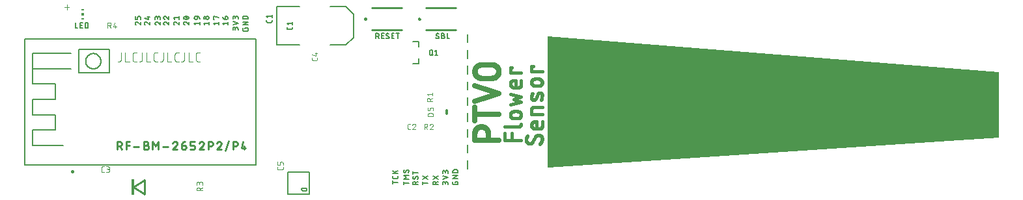
<source format=gbr>
G04 EAGLE Gerber RS-274X export*
G75*
%MOMM*%
%FSLAX34Y34*%
%LPD*%
%INSilkscreen Top*%
%IPPOS*%
%AMOC8*
5,1,8,0,0,1.08239X$1,22.5*%
G01*
%ADD10C,0.685800*%
%ADD11C,0.457200*%
%ADD12C,0.152400*%
%ADD13C,0.127000*%
%ADD14C,0.330200*%
%ADD15C,0.228600*%
%ADD16C,0.200000*%
%ADD17C,0.101600*%
%ADD18C,0.203200*%
%ADD19C,0.300000*%
%ADD20C,0.076200*%
%ADD21C,0.254000*%
%ADD22R,0.300000X2.100000*%
%ADD23R,0.300000X0.150000*%
%ADD24R,0.300000X0.300000*%

G36*
X636044Y51241D02*
X636044Y51241D01*
X636050Y51240D01*
X1221050Y89976D01*
X1221165Y90002D01*
X1221280Y90027D01*
X1221285Y90030D01*
X1221290Y90031D01*
X1221390Y90093D01*
X1221491Y90153D01*
X1221495Y90158D01*
X1221499Y90160D01*
X1221574Y90251D01*
X1221651Y90340D01*
X1221653Y90345D01*
X1221656Y90350D01*
X1221699Y90459D01*
X1221743Y90568D01*
X1221744Y90575D01*
X1221745Y90579D01*
X1221746Y90596D01*
X1221761Y90735D01*
X1221761Y175319D01*
X1221743Y175430D01*
X1221728Y175542D01*
X1221723Y175551D01*
X1221722Y175562D01*
X1221669Y175661D01*
X1221619Y175762D01*
X1221611Y175770D01*
X1221606Y175779D01*
X1221525Y175856D01*
X1221445Y175937D01*
X1221436Y175941D01*
X1221428Y175949D01*
X1221326Y175996D01*
X1221225Y176046D01*
X1221213Y176049D01*
X1221205Y176052D01*
X1221180Y176055D01*
X1221061Y176078D01*
X636061Y222759D01*
X636010Y222755D01*
X635961Y222760D01*
X635889Y222745D01*
X635815Y222739D01*
X635769Y222719D01*
X635720Y222708D01*
X635657Y222670D01*
X635590Y222641D01*
X635552Y222608D01*
X635509Y222582D01*
X635461Y222526D01*
X635407Y222477D01*
X635382Y222433D01*
X635349Y222395D01*
X635322Y222327D01*
X635286Y222263D01*
X635276Y222213D01*
X635257Y222167D01*
X635244Y222046D01*
X635239Y222021D01*
X635240Y222013D01*
X635239Y222000D01*
X635239Y52000D01*
X635246Y51956D01*
X635244Y51910D01*
X635266Y51835D01*
X635279Y51757D01*
X635300Y51717D01*
X635312Y51674D01*
X635357Y51609D01*
X635394Y51540D01*
X635426Y51509D01*
X635452Y51472D01*
X635515Y51425D01*
X635572Y51371D01*
X635613Y51351D01*
X635649Y51325D01*
X635724Y51300D01*
X635795Y51267D01*
X635840Y51262D01*
X635883Y51248D01*
X636023Y51242D01*
X636039Y51240D01*
X636044Y51241D01*
G37*
D10*
X571596Y86993D02*
X540354Y86993D01*
X540354Y95671D01*
X540357Y95882D01*
X540364Y96094D01*
X540377Y96304D01*
X540395Y96515D01*
X540418Y96725D01*
X540446Y96935D01*
X540480Y97143D01*
X540518Y97351D01*
X540562Y97558D01*
X540610Y97764D01*
X540664Y97968D01*
X540722Y98171D01*
X540785Y98373D01*
X540854Y98573D01*
X540927Y98771D01*
X541005Y98968D01*
X541087Y99162D01*
X541175Y99354D01*
X541267Y99545D01*
X541363Y99733D01*
X541464Y99918D01*
X541570Y100101D01*
X541680Y100282D01*
X541795Y100459D01*
X541913Y100634D01*
X542036Y100806D01*
X542163Y100975D01*
X542295Y101140D01*
X542430Y101303D01*
X542569Y101462D01*
X542712Y101618D01*
X542858Y101770D01*
X543009Y101918D01*
X543163Y102063D01*
X543320Y102204D01*
X543481Y102341D01*
X543645Y102475D01*
X543812Y102604D01*
X543983Y102729D01*
X544156Y102850D01*
X544332Y102966D01*
X544511Y103078D01*
X544693Y103186D01*
X544877Y103290D01*
X545064Y103389D01*
X545253Y103483D01*
X545445Y103573D01*
X545638Y103658D01*
X545833Y103738D01*
X546031Y103814D01*
X546230Y103884D01*
X546431Y103950D01*
X546633Y104011D01*
X546837Y104067D01*
X547042Y104118D01*
X547248Y104164D01*
X547456Y104205D01*
X547664Y104241D01*
X547873Y104271D01*
X548083Y104297D01*
X548293Y104317D01*
X548504Y104333D01*
X548715Y104343D01*
X548926Y104348D01*
X549138Y104348D01*
X549349Y104343D01*
X549560Y104333D01*
X549771Y104317D01*
X549981Y104297D01*
X550191Y104271D01*
X550400Y104241D01*
X550608Y104205D01*
X550816Y104164D01*
X551022Y104118D01*
X551227Y104067D01*
X551431Y104011D01*
X551633Y103950D01*
X551834Y103884D01*
X552033Y103814D01*
X552231Y103738D01*
X552426Y103658D01*
X552619Y103573D01*
X552811Y103483D01*
X553000Y103389D01*
X553187Y103290D01*
X553371Y103186D01*
X553553Y103078D01*
X553732Y102966D01*
X553908Y102850D01*
X554081Y102729D01*
X554252Y102604D01*
X554419Y102475D01*
X554583Y102341D01*
X554744Y102204D01*
X554901Y102063D01*
X555055Y101918D01*
X555206Y101770D01*
X555352Y101618D01*
X555495Y101462D01*
X555634Y101303D01*
X555769Y101140D01*
X555901Y100975D01*
X556028Y100806D01*
X556151Y100634D01*
X556269Y100459D01*
X556384Y100282D01*
X556494Y100101D01*
X556600Y99918D01*
X556701Y99733D01*
X556797Y99545D01*
X556889Y99354D01*
X556977Y99162D01*
X557059Y98968D01*
X557137Y98771D01*
X557210Y98573D01*
X557279Y98373D01*
X557342Y98171D01*
X557400Y97968D01*
X557454Y97764D01*
X557502Y97558D01*
X557546Y97351D01*
X557584Y97143D01*
X557618Y96935D01*
X557646Y96725D01*
X557669Y96515D01*
X557687Y96304D01*
X557700Y96094D01*
X557707Y95882D01*
X557710Y95671D01*
X557711Y95671D02*
X557711Y86993D01*
X571596Y121106D02*
X540354Y121106D01*
X540354Y112428D02*
X540354Y129784D01*
X540354Y137362D02*
X571596Y147776D01*
X540354Y158190D01*
X549032Y167673D02*
X562918Y167673D01*
X549032Y167673D02*
X548821Y167676D01*
X548609Y167683D01*
X548399Y167696D01*
X548188Y167714D01*
X547978Y167737D01*
X547768Y167765D01*
X547560Y167799D01*
X547352Y167837D01*
X547145Y167881D01*
X546939Y167929D01*
X546735Y167983D01*
X546532Y168041D01*
X546330Y168104D01*
X546130Y168173D01*
X545932Y168246D01*
X545735Y168324D01*
X545541Y168406D01*
X545349Y168494D01*
X545158Y168586D01*
X544970Y168682D01*
X544785Y168783D01*
X544602Y168889D01*
X544421Y168999D01*
X544244Y169114D01*
X544069Y169232D01*
X543897Y169355D01*
X543728Y169482D01*
X543563Y169614D01*
X543400Y169749D01*
X543241Y169888D01*
X543085Y170031D01*
X542933Y170177D01*
X542785Y170328D01*
X542640Y170482D01*
X542499Y170639D01*
X542362Y170800D01*
X542228Y170964D01*
X542099Y171131D01*
X541974Y171302D01*
X541853Y171475D01*
X541737Y171651D01*
X541625Y171830D01*
X541517Y172012D01*
X541413Y172196D01*
X541314Y172383D01*
X541220Y172572D01*
X541130Y172764D01*
X541045Y172957D01*
X540965Y173152D01*
X540889Y173350D01*
X540819Y173549D01*
X540753Y173750D01*
X540692Y173952D01*
X540636Y174156D01*
X540585Y174361D01*
X540539Y174567D01*
X540498Y174775D01*
X540462Y174983D01*
X540432Y175192D01*
X540406Y175402D01*
X540386Y175612D01*
X540370Y175823D01*
X540360Y176034D01*
X540355Y176245D01*
X540355Y176457D01*
X540360Y176668D01*
X540370Y176879D01*
X540386Y177090D01*
X540406Y177300D01*
X540432Y177510D01*
X540462Y177719D01*
X540498Y177927D01*
X540539Y178135D01*
X540585Y178341D01*
X540636Y178546D01*
X540692Y178750D01*
X540753Y178952D01*
X540819Y179153D01*
X540889Y179352D01*
X540965Y179550D01*
X541045Y179745D01*
X541130Y179938D01*
X541220Y180130D01*
X541314Y180319D01*
X541413Y180506D01*
X541517Y180690D01*
X541625Y180872D01*
X541737Y181051D01*
X541853Y181227D01*
X541974Y181400D01*
X542099Y181571D01*
X542228Y181738D01*
X542362Y181902D01*
X542499Y182063D01*
X542640Y182220D01*
X542785Y182374D01*
X542933Y182525D01*
X543085Y182671D01*
X543241Y182814D01*
X543400Y182953D01*
X543563Y183088D01*
X543728Y183220D01*
X543897Y183347D01*
X544069Y183470D01*
X544244Y183588D01*
X544421Y183703D01*
X544602Y183813D01*
X544785Y183919D01*
X544970Y184020D01*
X545158Y184116D01*
X545349Y184208D01*
X545541Y184296D01*
X545735Y184378D01*
X545932Y184456D01*
X546130Y184529D01*
X546330Y184598D01*
X546532Y184661D01*
X546735Y184719D01*
X546939Y184773D01*
X547145Y184821D01*
X547352Y184865D01*
X547560Y184903D01*
X547768Y184937D01*
X547978Y184965D01*
X548188Y184988D01*
X548399Y185006D01*
X548609Y185019D01*
X548821Y185026D01*
X549032Y185029D01*
X562918Y185029D01*
X563129Y185026D01*
X563341Y185019D01*
X563551Y185006D01*
X563762Y184988D01*
X563972Y184965D01*
X564182Y184937D01*
X564390Y184903D01*
X564598Y184865D01*
X564805Y184821D01*
X565011Y184773D01*
X565215Y184719D01*
X565418Y184661D01*
X565620Y184598D01*
X565820Y184529D01*
X566018Y184456D01*
X566215Y184378D01*
X566409Y184296D01*
X566601Y184208D01*
X566792Y184116D01*
X566980Y184020D01*
X567165Y183919D01*
X567348Y183813D01*
X567529Y183703D01*
X567706Y183588D01*
X567881Y183470D01*
X568053Y183347D01*
X568222Y183220D01*
X568387Y183088D01*
X568550Y182953D01*
X568709Y182814D01*
X568865Y182671D01*
X569017Y182525D01*
X569165Y182374D01*
X569310Y182220D01*
X569451Y182063D01*
X569588Y181902D01*
X569722Y181738D01*
X569851Y181571D01*
X569976Y181400D01*
X570097Y181227D01*
X570213Y181051D01*
X570325Y180872D01*
X570433Y180690D01*
X570537Y180506D01*
X570636Y180319D01*
X570730Y180130D01*
X570820Y179938D01*
X570905Y179745D01*
X570985Y179550D01*
X571061Y179352D01*
X571131Y179153D01*
X571197Y178952D01*
X571258Y178750D01*
X571314Y178546D01*
X571365Y178341D01*
X571411Y178135D01*
X571452Y177927D01*
X571488Y177719D01*
X571518Y177510D01*
X571544Y177300D01*
X571564Y177090D01*
X571580Y176879D01*
X571590Y176668D01*
X571595Y176457D01*
X571595Y176245D01*
X571590Y176034D01*
X571580Y175823D01*
X571564Y175612D01*
X571544Y175402D01*
X571518Y175192D01*
X571488Y174983D01*
X571452Y174775D01*
X571411Y174567D01*
X571365Y174361D01*
X571314Y174156D01*
X571258Y173952D01*
X571197Y173750D01*
X571131Y173549D01*
X571061Y173350D01*
X570985Y173152D01*
X570905Y172957D01*
X570820Y172764D01*
X570730Y172572D01*
X570636Y172383D01*
X570537Y172196D01*
X570433Y172012D01*
X570325Y171830D01*
X570213Y171651D01*
X570097Y171475D01*
X569976Y171302D01*
X569851Y171131D01*
X569722Y170964D01*
X569588Y170800D01*
X569451Y170639D01*
X569310Y170482D01*
X569165Y170328D01*
X569017Y170177D01*
X568865Y170031D01*
X568709Y169888D01*
X568550Y169749D01*
X568387Y169614D01*
X568222Y169482D01*
X568053Y169355D01*
X567881Y169232D01*
X567706Y169114D01*
X567529Y168999D01*
X567348Y168889D01*
X567165Y168783D01*
X566980Y168682D01*
X566792Y168586D01*
X566601Y168494D01*
X566409Y168406D01*
X566215Y168324D01*
X566018Y168246D01*
X565820Y168173D01*
X565620Y168104D01*
X565418Y168041D01*
X565215Y167983D01*
X565011Y167929D01*
X564805Y167881D01*
X564598Y167837D01*
X564390Y167799D01*
X564182Y167765D01*
X563972Y167737D01*
X563762Y167714D01*
X563551Y167696D01*
X563341Y167683D01*
X563129Y167676D01*
X562918Y167673D01*
D11*
X579411Y87100D02*
X600239Y87100D01*
X579411Y87100D02*
X579411Y96356D01*
X588668Y96356D02*
X588668Y87100D01*
X596768Y104423D02*
X579411Y104423D01*
X596768Y104423D02*
X596884Y104425D01*
X597000Y104431D01*
X597115Y104440D01*
X597231Y104454D01*
X597345Y104471D01*
X597459Y104493D01*
X597573Y104518D01*
X597685Y104546D01*
X597796Y104579D01*
X597907Y104615D01*
X598016Y104655D01*
X598123Y104698D01*
X598229Y104745D01*
X598333Y104796D01*
X598436Y104850D01*
X598537Y104908D01*
X598636Y104968D01*
X598732Y105032D01*
X598827Y105100D01*
X598919Y105170D01*
X599009Y105243D01*
X599096Y105320D01*
X599181Y105399D01*
X599263Y105481D01*
X599342Y105566D01*
X599419Y105653D01*
X599492Y105743D01*
X599562Y105835D01*
X599630Y105930D01*
X599694Y106026D01*
X599754Y106125D01*
X599812Y106226D01*
X599866Y106329D01*
X599917Y106433D01*
X599964Y106539D01*
X600007Y106646D01*
X600047Y106755D01*
X600083Y106866D01*
X600116Y106977D01*
X600144Y107089D01*
X600169Y107203D01*
X600191Y107317D01*
X600208Y107431D01*
X600222Y107547D01*
X600231Y107662D01*
X600237Y107778D01*
X600239Y107894D01*
X595611Y115338D02*
X590982Y115338D01*
X590982Y115339D02*
X590847Y115341D01*
X590713Y115347D01*
X590579Y115357D01*
X590445Y115370D01*
X590311Y115388D01*
X590178Y115409D01*
X590046Y115435D01*
X589915Y115464D01*
X589784Y115497D01*
X589655Y115533D01*
X589526Y115574D01*
X589399Y115618D01*
X589273Y115666D01*
X589149Y115717D01*
X589026Y115773D01*
X588905Y115831D01*
X588786Y115893D01*
X588668Y115959D01*
X588552Y116028D01*
X588439Y116100D01*
X588327Y116176D01*
X588218Y116255D01*
X588112Y116337D01*
X588007Y116422D01*
X587905Y116510D01*
X587806Y116601D01*
X587710Y116695D01*
X587616Y116791D01*
X587525Y116890D01*
X587437Y116992D01*
X587352Y117097D01*
X587270Y117203D01*
X587191Y117312D01*
X587115Y117424D01*
X587043Y117537D01*
X586974Y117653D01*
X586908Y117771D01*
X586846Y117890D01*
X586788Y118011D01*
X586732Y118134D01*
X586681Y118258D01*
X586633Y118384D01*
X586589Y118511D01*
X586548Y118640D01*
X586512Y118769D01*
X586479Y118900D01*
X586450Y119031D01*
X586424Y119163D01*
X586403Y119296D01*
X586385Y119430D01*
X586372Y119564D01*
X586362Y119698D01*
X586356Y119832D01*
X586354Y119967D01*
X586356Y120102D01*
X586362Y120236D01*
X586372Y120370D01*
X586385Y120504D01*
X586403Y120638D01*
X586424Y120771D01*
X586450Y120903D01*
X586479Y121034D01*
X586512Y121165D01*
X586548Y121294D01*
X586589Y121423D01*
X586633Y121550D01*
X586681Y121676D01*
X586732Y121800D01*
X586788Y121923D01*
X586846Y122044D01*
X586908Y122163D01*
X586974Y122281D01*
X587043Y122397D01*
X587115Y122510D01*
X587191Y122622D01*
X587270Y122731D01*
X587352Y122837D01*
X587437Y122942D01*
X587525Y123044D01*
X587616Y123143D01*
X587710Y123239D01*
X587806Y123333D01*
X587905Y123424D01*
X588007Y123512D01*
X588112Y123597D01*
X588218Y123679D01*
X588327Y123758D01*
X588439Y123834D01*
X588552Y123906D01*
X588668Y123975D01*
X588786Y124041D01*
X588905Y124103D01*
X589026Y124161D01*
X589149Y124217D01*
X589273Y124268D01*
X589399Y124316D01*
X589526Y124360D01*
X589655Y124401D01*
X589784Y124437D01*
X589915Y124470D01*
X590046Y124499D01*
X590178Y124525D01*
X590311Y124546D01*
X590445Y124564D01*
X590579Y124577D01*
X590713Y124587D01*
X590847Y124593D01*
X590982Y124595D01*
X595611Y124595D01*
X595746Y124593D01*
X595880Y124587D01*
X596014Y124577D01*
X596148Y124564D01*
X596282Y124546D01*
X596415Y124525D01*
X596547Y124499D01*
X596678Y124470D01*
X596809Y124437D01*
X596938Y124401D01*
X597067Y124360D01*
X597194Y124316D01*
X597320Y124268D01*
X597444Y124217D01*
X597567Y124161D01*
X597688Y124103D01*
X597807Y124041D01*
X597925Y123975D01*
X598041Y123906D01*
X598154Y123834D01*
X598266Y123758D01*
X598375Y123679D01*
X598481Y123597D01*
X598586Y123512D01*
X598688Y123424D01*
X598787Y123333D01*
X598883Y123239D01*
X598977Y123143D01*
X599068Y123044D01*
X599156Y122942D01*
X599241Y122837D01*
X599323Y122731D01*
X599402Y122622D01*
X599478Y122510D01*
X599550Y122397D01*
X599619Y122281D01*
X599685Y122163D01*
X599747Y122044D01*
X599805Y121923D01*
X599861Y121800D01*
X599912Y121676D01*
X599960Y121550D01*
X600004Y121423D01*
X600045Y121294D01*
X600081Y121165D01*
X600114Y121034D01*
X600143Y120903D01*
X600169Y120771D01*
X600190Y120638D01*
X600208Y120504D01*
X600221Y120370D01*
X600231Y120236D01*
X600237Y120102D01*
X600239Y119967D01*
X600237Y119832D01*
X600231Y119698D01*
X600221Y119564D01*
X600208Y119430D01*
X600190Y119296D01*
X600169Y119163D01*
X600143Y119031D01*
X600114Y118900D01*
X600081Y118769D01*
X600045Y118640D01*
X600004Y118511D01*
X599960Y118384D01*
X599912Y118258D01*
X599861Y118134D01*
X599805Y118011D01*
X599747Y117890D01*
X599685Y117771D01*
X599619Y117653D01*
X599550Y117537D01*
X599478Y117424D01*
X599402Y117312D01*
X599323Y117203D01*
X599241Y117097D01*
X599156Y116992D01*
X599068Y116890D01*
X598977Y116791D01*
X598883Y116695D01*
X598787Y116601D01*
X598688Y116510D01*
X598586Y116422D01*
X598481Y116337D01*
X598375Y116255D01*
X598266Y116176D01*
X598154Y116100D01*
X598041Y116028D01*
X597925Y115959D01*
X597807Y115893D01*
X597688Y115831D01*
X597567Y115773D01*
X597444Y115717D01*
X597320Y115666D01*
X597194Y115618D01*
X597067Y115574D01*
X596938Y115533D01*
X596809Y115497D01*
X596678Y115464D01*
X596547Y115435D01*
X596415Y115409D01*
X596282Y115388D01*
X596148Y115370D01*
X596014Y115357D01*
X595880Y115347D01*
X595746Y115341D01*
X595611Y115339D01*
X586354Y133207D02*
X600239Y136678D01*
X590982Y140149D01*
X600239Y143621D01*
X586354Y147092D01*
X600239Y159175D02*
X600239Y164961D01*
X600239Y159175D02*
X600237Y159059D01*
X600231Y158943D01*
X600222Y158828D01*
X600208Y158712D01*
X600191Y158598D01*
X600169Y158484D01*
X600144Y158370D01*
X600116Y158258D01*
X600083Y158147D01*
X600047Y158036D01*
X600007Y157927D01*
X599964Y157820D01*
X599917Y157714D01*
X599866Y157610D01*
X599812Y157507D01*
X599754Y157406D01*
X599694Y157307D01*
X599630Y157211D01*
X599562Y157116D01*
X599492Y157024D01*
X599419Y156934D01*
X599342Y156847D01*
X599263Y156762D01*
X599181Y156680D01*
X599096Y156601D01*
X599009Y156524D01*
X598919Y156451D01*
X598827Y156381D01*
X598732Y156313D01*
X598636Y156249D01*
X598537Y156189D01*
X598436Y156131D01*
X598333Y156077D01*
X598229Y156026D01*
X598123Y155979D01*
X598016Y155936D01*
X597907Y155896D01*
X597796Y155860D01*
X597685Y155827D01*
X597573Y155799D01*
X597459Y155774D01*
X597345Y155752D01*
X597231Y155735D01*
X597115Y155721D01*
X597000Y155712D01*
X596884Y155706D01*
X596768Y155704D01*
X590982Y155704D01*
X590847Y155706D01*
X590713Y155712D01*
X590579Y155722D01*
X590445Y155735D01*
X590311Y155753D01*
X590178Y155774D01*
X590046Y155800D01*
X589915Y155829D01*
X589784Y155862D01*
X589655Y155898D01*
X589526Y155939D01*
X589399Y155983D01*
X589273Y156031D01*
X589149Y156082D01*
X589026Y156138D01*
X588905Y156196D01*
X588786Y156258D01*
X588668Y156324D01*
X588552Y156393D01*
X588439Y156465D01*
X588327Y156541D01*
X588218Y156620D01*
X588112Y156702D01*
X588007Y156787D01*
X587905Y156875D01*
X587806Y156966D01*
X587710Y157060D01*
X587616Y157156D01*
X587525Y157255D01*
X587437Y157357D01*
X587352Y157462D01*
X587270Y157568D01*
X587191Y157677D01*
X587115Y157789D01*
X587043Y157902D01*
X586974Y158018D01*
X586908Y158136D01*
X586846Y158255D01*
X586788Y158376D01*
X586732Y158499D01*
X586681Y158623D01*
X586633Y158749D01*
X586589Y158876D01*
X586548Y159005D01*
X586512Y159134D01*
X586479Y159265D01*
X586450Y159396D01*
X586424Y159528D01*
X586403Y159661D01*
X586385Y159795D01*
X586372Y159929D01*
X586362Y160063D01*
X586356Y160197D01*
X586354Y160332D01*
X586356Y160467D01*
X586362Y160601D01*
X586372Y160735D01*
X586385Y160869D01*
X586403Y161003D01*
X586424Y161136D01*
X586450Y161268D01*
X586479Y161399D01*
X586512Y161530D01*
X586548Y161659D01*
X586589Y161788D01*
X586633Y161915D01*
X586681Y162041D01*
X586732Y162165D01*
X586788Y162288D01*
X586846Y162409D01*
X586908Y162528D01*
X586974Y162646D01*
X587043Y162762D01*
X587115Y162875D01*
X587191Y162987D01*
X587270Y163096D01*
X587352Y163202D01*
X587437Y163307D01*
X587525Y163409D01*
X587616Y163508D01*
X587710Y163604D01*
X587806Y163698D01*
X587905Y163789D01*
X588007Y163877D01*
X588112Y163962D01*
X588218Y164044D01*
X588327Y164123D01*
X588439Y164199D01*
X588552Y164271D01*
X588668Y164340D01*
X588786Y164406D01*
X588905Y164468D01*
X589026Y164526D01*
X589149Y164582D01*
X589273Y164633D01*
X589399Y164681D01*
X589526Y164725D01*
X589655Y164766D01*
X589784Y164802D01*
X589915Y164835D01*
X590046Y164864D01*
X590178Y164890D01*
X590311Y164911D01*
X590445Y164929D01*
X590579Y164942D01*
X590713Y164952D01*
X590847Y164958D01*
X590982Y164960D01*
X590982Y164961D02*
X593296Y164961D01*
X593296Y155704D01*
X600239Y174655D02*
X586354Y174655D01*
X586354Y181597D01*
X588668Y181597D01*
X623111Y93670D02*
X623246Y93668D01*
X623380Y93662D01*
X623514Y93652D01*
X623648Y93639D01*
X623782Y93621D01*
X623915Y93600D01*
X624047Y93574D01*
X624178Y93545D01*
X624309Y93512D01*
X624438Y93476D01*
X624567Y93435D01*
X624694Y93391D01*
X624820Y93343D01*
X624944Y93292D01*
X625067Y93236D01*
X625188Y93178D01*
X625307Y93116D01*
X625425Y93050D01*
X625541Y92981D01*
X625654Y92909D01*
X625766Y92833D01*
X625875Y92754D01*
X625981Y92672D01*
X626086Y92587D01*
X626188Y92499D01*
X626287Y92408D01*
X626383Y92314D01*
X626477Y92218D01*
X626568Y92119D01*
X626656Y92017D01*
X626741Y91912D01*
X626823Y91806D01*
X626902Y91697D01*
X626978Y91585D01*
X627050Y91472D01*
X627119Y91356D01*
X627185Y91238D01*
X627247Y91119D01*
X627305Y90998D01*
X627361Y90875D01*
X627412Y90751D01*
X627460Y90625D01*
X627504Y90498D01*
X627545Y90369D01*
X627581Y90240D01*
X627614Y90109D01*
X627643Y89978D01*
X627669Y89846D01*
X627690Y89713D01*
X627708Y89579D01*
X627721Y89445D01*
X627731Y89311D01*
X627737Y89177D01*
X627739Y89042D01*
X627736Y88808D01*
X627728Y88574D01*
X627714Y88341D01*
X627694Y88108D01*
X627669Y87875D01*
X627638Y87643D01*
X627602Y87412D01*
X627560Y87182D01*
X627513Y86953D01*
X627460Y86725D01*
X627402Y86498D01*
X627339Y86273D01*
X627270Y86049D01*
X627196Y85828D01*
X627116Y85608D01*
X627031Y85390D01*
X626941Y85174D01*
X626846Y84960D01*
X626746Y84748D01*
X626641Y84539D01*
X626530Y84333D01*
X626415Y84129D01*
X626295Y83929D01*
X626171Y83731D01*
X626041Y83536D01*
X625907Y83344D01*
X625769Y83156D01*
X625626Y82970D01*
X625478Y82789D01*
X625326Y82611D01*
X625170Y82436D01*
X625010Y82266D01*
X624846Y82099D01*
X611540Y82679D02*
X611405Y82681D01*
X611271Y82687D01*
X611137Y82697D01*
X611003Y82710D01*
X610869Y82728D01*
X610736Y82749D01*
X610604Y82775D01*
X610473Y82804D01*
X610342Y82837D01*
X610213Y82873D01*
X610084Y82914D01*
X609957Y82958D01*
X609831Y83006D01*
X609707Y83057D01*
X609584Y83113D01*
X609463Y83171D01*
X609344Y83233D01*
X609226Y83299D01*
X609110Y83368D01*
X608997Y83440D01*
X608885Y83516D01*
X608776Y83595D01*
X608670Y83677D01*
X608565Y83762D01*
X608463Y83850D01*
X608364Y83941D01*
X608268Y84035D01*
X608174Y84131D01*
X608083Y84230D01*
X607995Y84332D01*
X607910Y84437D01*
X607828Y84543D01*
X607749Y84652D01*
X607673Y84764D01*
X607601Y84877D01*
X607532Y84993D01*
X607466Y85111D01*
X607404Y85230D01*
X607346Y85351D01*
X607290Y85474D01*
X607239Y85598D01*
X607191Y85724D01*
X607147Y85851D01*
X607106Y85980D01*
X607070Y86109D01*
X607037Y86240D01*
X607008Y86371D01*
X606982Y86503D01*
X606961Y86636D01*
X606943Y86770D01*
X606930Y86904D01*
X606920Y87038D01*
X606914Y87172D01*
X606912Y87307D01*
X606911Y87307D02*
X606913Y87514D01*
X606921Y87721D01*
X606933Y87927D01*
X606950Y88133D01*
X606973Y88339D01*
X607000Y88544D01*
X607031Y88748D01*
X607068Y88952D01*
X607110Y89154D01*
X607156Y89356D01*
X607208Y89556D01*
X607264Y89755D01*
X607324Y89953D01*
X607390Y90149D01*
X607460Y90344D01*
X607534Y90537D01*
X607614Y90728D01*
X607697Y90917D01*
X607786Y91104D01*
X607878Y91289D01*
X607975Y91471D01*
X608077Y91652D01*
X608183Y91829D01*
X608292Y92005D01*
X608406Y92177D01*
X608525Y92347D01*
X608647Y92514D01*
X615590Y84992D02*
X615520Y84877D01*
X615446Y84763D01*
X615369Y84651D01*
X615288Y84542D01*
X615205Y84435D01*
X615119Y84331D01*
X615029Y84229D01*
X614937Y84129D01*
X614842Y84033D01*
X614744Y83939D01*
X614643Y83848D01*
X614540Y83760D01*
X614435Y83675D01*
X614327Y83593D01*
X614216Y83514D01*
X614104Y83439D01*
X613989Y83366D01*
X613872Y83297D01*
X613754Y83232D01*
X613633Y83170D01*
X613511Y83111D01*
X613387Y83056D01*
X613262Y83005D01*
X613135Y82957D01*
X613007Y82913D01*
X612877Y82872D01*
X612747Y82835D01*
X612615Y82803D01*
X612483Y82773D01*
X612349Y82748D01*
X612216Y82727D01*
X612081Y82709D01*
X611946Y82696D01*
X611811Y82686D01*
X611676Y82680D01*
X611540Y82678D01*
X619061Y91357D02*
X619131Y91472D01*
X619205Y91586D01*
X619282Y91698D01*
X619363Y91807D01*
X619446Y91914D01*
X619532Y92018D01*
X619622Y92120D01*
X619714Y92220D01*
X619809Y92316D01*
X619907Y92410D01*
X620008Y92501D01*
X620111Y92589D01*
X620216Y92674D01*
X620324Y92756D01*
X620435Y92835D01*
X620547Y92910D01*
X620662Y92983D01*
X620779Y93052D01*
X620897Y93117D01*
X621018Y93179D01*
X621140Y93238D01*
X621264Y93293D01*
X621389Y93344D01*
X621516Y93392D01*
X621644Y93436D01*
X621774Y93477D01*
X621904Y93514D01*
X622036Y93546D01*
X622168Y93576D01*
X622302Y93601D01*
X622435Y93622D01*
X622570Y93640D01*
X622705Y93653D01*
X622840Y93663D01*
X622975Y93669D01*
X623111Y93671D01*
X619061Y91356D02*
X615589Y84992D01*
X627739Y105519D02*
X627739Y111304D01*
X627739Y105519D02*
X627737Y105403D01*
X627731Y105287D01*
X627722Y105172D01*
X627708Y105056D01*
X627691Y104942D01*
X627669Y104828D01*
X627644Y104714D01*
X627616Y104602D01*
X627583Y104491D01*
X627547Y104380D01*
X627507Y104271D01*
X627464Y104164D01*
X627417Y104058D01*
X627366Y103954D01*
X627312Y103851D01*
X627254Y103750D01*
X627194Y103651D01*
X627130Y103555D01*
X627062Y103460D01*
X626992Y103368D01*
X626919Y103278D01*
X626842Y103191D01*
X626763Y103106D01*
X626681Y103024D01*
X626596Y102945D01*
X626509Y102868D01*
X626419Y102795D01*
X626327Y102725D01*
X626232Y102657D01*
X626136Y102593D01*
X626037Y102533D01*
X625936Y102475D01*
X625833Y102421D01*
X625729Y102370D01*
X625623Y102323D01*
X625516Y102280D01*
X625407Y102240D01*
X625296Y102204D01*
X625185Y102171D01*
X625073Y102143D01*
X624959Y102118D01*
X624845Y102096D01*
X624731Y102079D01*
X624615Y102065D01*
X624500Y102056D01*
X624384Y102050D01*
X624268Y102048D01*
X618482Y102048D01*
X618347Y102050D01*
X618213Y102056D01*
X618079Y102066D01*
X617945Y102079D01*
X617811Y102097D01*
X617678Y102118D01*
X617546Y102144D01*
X617415Y102173D01*
X617284Y102206D01*
X617155Y102242D01*
X617026Y102283D01*
X616899Y102327D01*
X616773Y102375D01*
X616649Y102426D01*
X616526Y102482D01*
X616405Y102540D01*
X616286Y102602D01*
X616168Y102668D01*
X616052Y102737D01*
X615939Y102809D01*
X615827Y102885D01*
X615718Y102964D01*
X615612Y103046D01*
X615507Y103131D01*
X615405Y103219D01*
X615306Y103310D01*
X615210Y103404D01*
X615116Y103500D01*
X615025Y103599D01*
X614937Y103701D01*
X614852Y103806D01*
X614770Y103912D01*
X614691Y104021D01*
X614615Y104133D01*
X614543Y104246D01*
X614474Y104362D01*
X614408Y104480D01*
X614346Y104599D01*
X614288Y104720D01*
X614232Y104843D01*
X614181Y104967D01*
X614133Y105093D01*
X614089Y105220D01*
X614048Y105349D01*
X614012Y105478D01*
X613979Y105609D01*
X613950Y105740D01*
X613924Y105872D01*
X613903Y106005D01*
X613885Y106139D01*
X613872Y106273D01*
X613862Y106407D01*
X613856Y106541D01*
X613854Y106676D01*
X613856Y106811D01*
X613862Y106945D01*
X613872Y107079D01*
X613885Y107213D01*
X613903Y107347D01*
X613924Y107480D01*
X613950Y107612D01*
X613979Y107743D01*
X614012Y107874D01*
X614048Y108003D01*
X614089Y108132D01*
X614133Y108259D01*
X614181Y108385D01*
X614232Y108509D01*
X614288Y108632D01*
X614346Y108753D01*
X614408Y108872D01*
X614474Y108990D01*
X614543Y109106D01*
X614615Y109219D01*
X614691Y109331D01*
X614770Y109440D01*
X614852Y109546D01*
X614937Y109651D01*
X615025Y109753D01*
X615116Y109852D01*
X615210Y109948D01*
X615306Y110042D01*
X615405Y110133D01*
X615507Y110221D01*
X615612Y110306D01*
X615718Y110388D01*
X615827Y110467D01*
X615939Y110543D01*
X616052Y110615D01*
X616168Y110684D01*
X616286Y110750D01*
X616405Y110812D01*
X616526Y110870D01*
X616649Y110926D01*
X616773Y110977D01*
X616899Y111025D01*
X617026Y111069D01*
X617155Y111110D01*
X617284Y111146D01*
X617415Y111179D01*
X617546Y111208D01*
X617678Y111234D01*
X617811Y111255D01*
X617945Y111273D01*
X618079Y111286D01*
X618213Y111296D01*
X618347Y111302D01*
X618482Y111304D01*
X620796Y111304D01*
X620796Y102048D01*
X627739Y120838D02*
X613854Y120838D01*
X613854Y126624D01*
X613856Y126740D01*
X613862Y126856D01*
X613871Y126971D01*
X613885Y127087D01*
X613902Y127201D01*
X613924Y127315D01*
X613949Y127429D01*
X613977Y127541D01*
X614010Y127652D01*
X614046Y127763D01*
X614086Y127871D01*
X614129Y127979D01*
X614176Y128085D01*
X614227Y128189D01*
X614281Y128292D01*
X614339Y128393D01*
X614399Y128492D01*
X614463Y128588D01*
X614531Y128683D01*
X614601Y128775D01*
X614674Y128865D01*
X614751Y128952D01*
X614830Y129037D01*
X614912Y129119D01*
X614997Y129198D01*
X615084Y129275D01*
X615174Y129348D01*
X615266Y129418D01*
X615361Y129486D01*
X615457Y129550D01*
X615556Y129610D01*
X615657Y129668D01*
X615760Y129722D01*
X615864Y129773D01*
X615970Y129820D01*
X616077Y129863D01*
X616186Y129903D01*
X616297Y129939D01*
X616408Y129972D01*
X616520Y130000D01*
X616634Y130025D01*
X616748Y130047D01*
X616862Y130064D01*
X616978Y130078D01*
X617093Y130087D01*
X617209Y130093D01*
X617325Y130095D01*
X627739Y130095D01*
X619639Y141365D02*
X621954Y147150D01*
X619639Y141365D02*
X619597Y141265D01*
X619552Y141167D01*
X619503Y141071D01*
X619450Y140976D01*
X619395Y140884D01*
X619335Y140793D01*
X619273Y140705D01*
X619208Y140619D01*
X619139Y140535D01*
X619067Y140454D01*
X618993Y140376D01*
X618916Y140300D01*
X618836Y140227D01*
X618754Y140157D01*
X618669Y140090D01*
X618581Y140026D01*
X618492Y139966D01*
X618400Y139908D01*
X618307Y139854D01*
X618211Y139804D01*
X618114Y139756D01*
X618015Y139713D01*
X617914Y139673D01*
X617813Y139636D01*
X617710Y139604D01*
X617605Y139575D01*
X617500Y139549D01*
X617394Y139528D01*
X617288Y139510D01*
X617180Y139497D01*
X617073Y139487D01*
X616965Y139481D01*
X616857Y139479D01*
X616748Y139481D01*
X616640Y139487D01*
X616533Y139496D01*
X616425Y139510D01*
X616319Y139527D01*
X616213Y139548D01*
X616108Y139573D01*
X616003Y139602D01*
X615900Y139635D01*
X615798Y139671D01*
X615698Y139711D01*
X615599Y139754D01*
X615501Y139801D01*
X615406Y139852D01*
X615312Y139906D01*
X615220Y139963D01*
X615131Y140023D01*
X615043Y140087D01*
X614958Y140154D01*
X614876Y140224D01*
X614796Y140296D01*
X614718Y140372D01*
X614644Y140450D01*
X614572Y140531D01*
X614504Y140615D01*
X614438Y140701D01*
X614375Y140789D01*
X614316Y140879D01*
X614260Y140972D01*
X614207Y141066D01*
X614158Y141163D01*
X614113Y141261D01*
X614070Y141360D01*
X614032Y141461D01*
X613997Y141564D01*
X613966Y141667D01*
X613939Y141772D01*
X613915Y141877D01*
X613895Y141983D01*
X613879Y142090D01*
X613867Y142198D01*
X613859Y142306D01*
X613855Y142414D01*
X613854Y142522D01*
X613863Y142837D01*
X613879Y143153D01*
X613902Y143468D01*
X613933Y143783D01*
X613972Y144096D01*
X614018Y144409D01*
X614071Y144720D01*
X614133Y145030D01*
X614201Y145338D01*
X614277Y145645D01*
X614360Y145950D01*
X614451Y146253D01*
X614549Y146553D01*
X614654Y146851D01*
X614766Y147146D01*
X614885Y147439D01*
X615011Y147729D01*
X621954Y147150D02*
X621996Y147250D01*
X622041Y147348D01*
X622090Y147444D01*
X622143Y147539D01*
X622198Y147631D01*
X622258Y147722D01*
X622320Y147810D01*
X622385Y147896D01*
X622454Y147980D01*
X622526Y148061D01*
X622600Y148139D01*
X622677Y148215D01*
X622757Y148288D01*
X622839Y148358D01*
X622924Y148425D01*
X623012Y148489D01*
X623101Y148549D01*
X623193Y148607D01*
X623286Y148661D01*
X623382Y148711D01*
X623479Y148759D01*
X623578Y148802D01*
X623679Y148842D01*
X623780Y148879D01*
X623883Y148911D01*
X623988Y148940D01*
X624093Y148966D01*
X624199Y148987D01*
X624305Y149005D01*
X624413Y149018D01*
X624520Y149028D01*
X624628Y149034D01*
X624736Y149036D01*
X624845Y149034D01*
X624953Y149028D01*
X625060Y149019D01*
X625168Y149005D01*
X625274Y148988D01*
X625380Y148967D01*
X625485Y148942D01*
X625590Y148913D01*
X625693Y148880D01*
X625795Y148844D01*
X625895Y148804D01*
X625994Y148761D01*
X626092Y148714D01*
X626187Y148663D01*
X626281Y148609D01*
X626373Y148552D01*
X626462Y148492D01*
X626550Y148428D01*
X626635Y148361D01*
X626717Y148291D01*
X626797Y148219D01*
X626875Y148143D01*
X626949Y148065D01*
X627021Y147984D01*
X627089Y147900D01*
X627155Y147814D01*
X627218Y147726D01*
X627277Y147636D01*
X627333Y147543D01*
X627386Y147449D01*
X627435Y147352D01*
X627480Y147254D01*
X627523Y147155D01*
X627561Y147054D01*
X627596Y146951D01*
X627627Y146848D01*
X627654Y146743D01*
X627678Y146638D01*
X627698Y146532D01*
X627714Y146425D01*
X627726Y146317D01*
X627734Y146209D01*
X627738Y146101D01*
X627739Y145993D01*
X627740Y145994D02*
X627728Y145530D01*
X627705Y145066D01*
X627671Y144603D01*
X627626Y144141D01*
X627570Y143681D01*
X627503Y143221D01*
X627425Y142764D01*
X627337Y142308D01*
X627238Y141855D01*
X627128Y141404D01*
X627008Y140955D01*
X626876Y140510D01*
X626735Y140068D01*
X626583Y139629D01*
X623111Y157724D02*
X618482Y157724D01*
X618482Y157725D02*
X618347Y157727D01*
X618213Y157733D01*
X618079Y157743D01*
X617945Y157756D01*
X617811Y157774D01*
X617678Y157795D01*
X617546Y157821D01*
X617415Y157850D01*
X617284Y157883D01*
X617155Y157919D01*
X617026Y157960D01*
X616899Y158004D01*
X616773Y158052D01*
X616649Y158103D01*
X616526Y158159D01*
X616405Y158217D01*
X616286Y158279D01*
X616168Y158345D01*
X616052Y158414D01*
X615939Y158486D01*
X615827Y158562D01*
X615718Y158641D01*
X615612Y158723D01*
X615507Y158808D01*
X615405Y158896D01*
X615306Y158987D01*
X615210Y159081D01*
X615116Y159177D01*
X615025Y159276D01*
X614937Y159378D01*
X614852Y159483D01*
X614770Y159589D01*
X614691Y159698D01*
X614615Y159810D01*
X614543Y159923D01*
X614474Y160039D01*
X614408Y160157D01*
X614346Y160276D01*
X614288Y160397D01*
X614232Y160520D01*
X614181Y160644D01*
X614133Y160770D01*
X614089Y160897D01*
X614048Y161026D01*
X614012Y161155D01*
X613979Y161286D01*
X613950Y161417D01*
X613924Y161549D01*
X613903Y161682D01*
X613885Y161816D01*
X613872Y161950D01*
X613862Y162084D01*
X613856Y162218D01*
X613854Y162353D01*
X613856Y162488D01*
X613862Y162622D01*
X613872Y162756D01*
X613885Y162890D01*
X613903Y163024D01*
X613924Y163157D01*
X613950Y163289D01*
X613979Y163420D01*
X614012Y163551D01*
X614048Y163680D01*
X614089Y163809D01*
X614133Y163936D01*
X614181Y164062D01*
X614232Y164186D01*
X614288Y164309D01*
X614346Y164430D01*
X614408Y164549D01*
X614474Y164667D01*
X614543Y164783D01*
X614615Y164896D01*
X614691Y165008D01*
X614770Y165117D01*
X614852Y165223D01*
X614937Y165328D01*
X615025Y165430D01*
X615116Y165529D01*
X615210Y165625D01*
X615306Y165719D01*
X615405Y165810D01*
X615507Y165898D01*
X615612Y165983D01*
X615718Y166065D01*
X615827Y166144D01*
X615939Y166220D01*
X616052Y166292D01*
X616168Y166361D01*
X616286Y166427D01*
X616405Y166489D01*
X616526Y166547D01*
X616649Y166603D01*
X616773Y166654D01*
X616899Y166702D01*
X617026Y166746D01*
X617155Y166787D01*
X617284Y166823D01*
X617415Y166856D01*
X617546Y166885D01*
X617678Y166911D01*
X617811Y166932D01*
X617945Y166950D01*
X618079Y166963D01*
X618213Y166973D01*
X618347Y166979D01*
X618482Y166981D01*
X623111Y166981D01*
X623246Y166979D01*
X623380Y166973D01*
X623514Y166963D01*
X623648Y166950D01*
X623782Y166932D01*
X623915Y166911D01*
X624047Y166885D01*
X624178Y166856D01*
X624309Y166823D01*
X624438Y166787D01*
X624567Y166746D01*
X624694Y166702D01*
X624820Y166654D01*
X624944Y166603D01*
X625067Y166547D01*
X625188Y166489D01*
X625307Y166427D01*
X625425Y166361D01*
X625541Y166292D01*
X625654Y166220D01*
X625766Y166144D01*
X625875Y166065D01*
X625981Y165983D01*
X626086Y165898D01*
X626188Y165810D01*
X626287Y165719D01*
X626383Y165625D01*
X626477Y165529D01*
X626568Y165430D01*
X626656Y165328D01*
X626741Y165223D01*
X626823Y165117D01*
X626902Y165008D01*
X626978Y164896D01*
X627050Y164783D01*
X627119Y164667D01*
X627185Y164549D01*
X627247Y164430D01*
X627305Y164309D01*
X627361Y164186D01*
X627412Y164062D01*
X627460Y163936D01*
X627504Y163809D01*
X627545Y163680D01*
X627581Y163551D01*
X627614Y163420D01*
X627643Y163289D01*
X627669Y163157D01*
X627690Y163024D01*
X627708Y162890D01*
X627721Y162756D01*
X627731Y162622D01*
X627737Y162488D01*
X627739Y162353D01*
X627737Y162218D01*
X627731Y162084D01*
X627721Y161950D01*
X627708Y161816D01*
X627690Y161682D01*
X627669Y161549D01*
X627643Y161417D01*
X627614Y161286D01*
X627581Y161155D01*
X627545Y161026D01*
X627504Y160897D01*
X627460Y160770D01*
X627412Y160644D01*
X627361Y160520D01*
X627305Y160397D01*
X627247Y160276D01*
X627185Y160157D01*
X627119Y160039D01*
X627050Y159923D01*
X626978Y159810D01*
X626902Y159698D01*
X626823Y159589D01*
X626741Y159483D01*
X626656Y159378D01*
X626568Y159276D01*
X626477Y159177D01*
X626383Y159081D01*
X626287Y158987D01*
X626188Y158896D01*
X626086Y158808D01*
X625981Y158723D01*
X625875Y158641D01*
X625766Y158562D01*
X625654Y158486D01*
X625541Y158414D01*
X625425Y158345D01*
X625307Y158279D01*
X625188Y158217D01*
X625067Y158159D01*
X624944Y158103D01*
X624820Y158052D01*
X624694Y158004D01*
X624567Y157960D01*
X624438Y157919D01*
X624309Y157883D01*
X624178Y157850D01*
X624047Y157821D01*
X623915Y157795D01*
X623782Y157774D01*
X623648Y157756D01*
X623514Y157743D01*
X623380Y157733D01*
X623246Y157727D01*
X623111Y157725D01*
X627739Y176675D02*
X613854Y176675D01*
X613854Y183618D01*
X616168Y183618D01*
D12*
X440263Y32160D02*
X433659Y32160D01*
X433659Y30326D02*
X433659Y33994D01*
X440263Y38585D02*
X440263Y40053D01*
X440264Y38585D02*
X440262Y38511D01*
X440256Y38436D01*
X440247Y38363D01*
X440234Y38289D01*
X440217Y38217D01*
X440197Y38146D01*
X440173Y38075D01*
X440145Y38006D01*
X440114Y37939D01*
X440080Y37873D01*
X440042Y37808D01*
X440001Y37746D01*
X439957Y37686D01*
X439910Y37629D01*
X439860Y37574D01*
X439807Y37521D01*
X439752Y37471D01*
X439695Y37424D01*
X439635Y37380D01*
X439573Y37339D01*
X439508Y37301D01*
X439443Y37267D01*
X439375Y37236D01*
X439306Y37208D01*
X439235Y37184D01*
X439164Y37164D01*
X439092Y37147D01*
X439018Y37134D01*
X438945Y37125D01*
X438870Y37119D01*
X438796Y37117D01*
X438796Y37118D02*
X435127Y37118D01*
X435127Y37117D02*
X435053Y37119D01*
X434978Y37125D01*
X434905Y37134D01*
X434831Y37147D01*
X434759Y37164D01*
X434688Y37184D01*
X434617Y37208D01*
X434548Y37236D01*
X434481Y37267D01*
X434415Y37301D01*
X434350Y37339D01*
X434288Y37380D01*
X434228Y37424D01*
X434171Y37471D01*
X434116Y37521D01*
X434063Y37574D01*
X434013Y37629D01*
X433966Y37686D01*
X433922Y37746D01*
X433881Y37808D01*
X433843Y37873D01*
X433809Y37938D01*
X433778Y38006D01*
X433750Y38075D01*
X433726Y38146D01*
X433706Y38217D01*
X433689Y38289D01*
X433676Y38363D01*
X433667Y38436D01*
X433661Y38511D01*
X433659Y38585D01*
X433659Y40053D01*
X433659Y43674D02*
X440263Y43674D01*
X437695Y43674D02*
X433659Y47343D01*
X436227Y45142D02*
X440263Y47343D01*
X447659Y31160D02*
X454263Y31160D01*
X447659Y29326D02*
X447659Y32994D01*
X447659Y36518D02*
X454263Y36518D01*
X451328Y38719D02*
X447659Y36518D01*
X451328Y38719D02*
X447659Y40920D01*
X454263Y40920D01*
X454264Y46889D02*
X454262Y46963D01*
X454256Y47037D01*
X454247Y47111D01*
X454234Y47184D01*
X454217Y47257D01*
X454197Y47328D01*
X454173Y47399D01*
X454145Y47468D01*
X454114Y47535D01*
X454080Y47601D01*
X454042Y47666D01*
X454001Y47728D01*
X453957Y47788D01*
X453910Y47845D01*
X453860Y47900D01*
X453807Y47953D01*
X453752Y48003D01*
X453695Y48050D01*
X453635Y48094D01*
X453573Y48135D01*
X453508Y48173D01*
X453443Y48207D01*
X453375Y48238D01*
X453306Y48266D01*
X453235Y48290D01*
X453164Y48310D01*
X453092Y48327D01*
X453018Y48340D01*
X452945Y48349D01*
X452870Y48355D01*
X452796Y48357D01*
X454263Y46889D02*
X454261Y46778D01*
X454255Y46667D01*
X454245Y46556D01*
X454231Y46445D01*
X454213Y46336D01*
X454191Y46227D01*
X454166Y46118D01*
X454136Y46011D01*
X454103Y45905D01*
X454065Y45800D01*
X454025Y45697D01*
X453980Y45595D01*
X453932Y45495D01*
X453880Y45396D01*
X453825Y45300D01*
X453766Y45205D01*
X453704Y45113D01*
X453638Y45023D01*
X453570Y44935D01*
X453498Y44850D01*
X453423Y44768D01*
X453346Y44688D01*
X449127Y44870D02*
X449053Y44872D01*
X448978Y44878D01*
X448905Y44887D01*
X448831Y44900D01*
X448759Y44917D01*
X448688Y44937D01*
X448617Y44961D01*
X448548Y44989D01*
X448481Y45020D01*
X448415Y45054D01*
X448350Y45092D01*
X448288Y45133D01*
X448228Y45177D01*
X448171Y45224D01*
X448116Y45274D01*
X448063Y45327D01*
X448013Y45382D01*
X447966Y45439D01*
X447922Y45499D01*
X447881Y45561D01*
X447843Y45626D01*
X447809Y45692D01*
X447778Y45759D01*
X447750Y45828D01*
X447726Y45899D01*
X447706Y45970D01*
X447689Y46042D01*
X447676Y46116D01*
X447667Y46189D01*
X447661Y46264D01*
X447659Y46338D01*
X447661Y46442D01*
X447667Y46546D01*
X447677Y46650D01*
X447690Y46753D01*
X447708Y46856D01*
X447730Y46958D01*
X447755Y47059D01*
X447784Y47159D01*
X447817Y47258D01*
X447854Y47355D01*
X447894Y47451D01*
X447938Y47546D01*
X447986Y47638D01*
X448036Y47729D01*
X448091Y47818D01*
X448149Y47905D01*
X448209Y47989D01*
X450412Y45604D02*
X450373Y45541D01*
X450331Y45481D01*
X450286Y45423D01*
X450238Y45366D01*
X450187Y45313D01*
X450134Y45262D01*
X450079Y45213D01*
X450021Y45168D01*
X449961Y45125D01*
X449899Y45085D01*
X449835Y45049D01*
X449769Y45015D01*
X449701Y44985D01*
X449633Y44958D01*
X449563Y44935D01*
X449492Y44915D01*
X449420Y44899D01*
X449347Y44886D01*
X449274Y44877D01*
X449201Y44872D01*
X449127Y44870D01*
X451511Y47623D02*
X451550Y47686D01*
X451592Y47746D01*
X451637Y47805D01*
X451685Y47861D01*
X451736Y47914D01*
X451789Y47965D01*
X451844Y48014D01*
X451902Y48059D01*
X451962Y48102D01*
X452024Y48142D01*
X452088Y48178D01*
X452154Y48212D01*
X452222Y48242D01*
X452290Y48269D01*
X452360Y48292D01*
X452431Y48312D01*
X452503Y48328D01*
X452576Y48341D01*
X452649Y48350D01*
X452722Y48355D01*
X452796Y48357D01*
X451511Y47623D02*
X450411Y45605D01*
X472659Y31160D02*
X479263Y31160D01*
X472659Y29326D02*
X472659Y32994D01*
X479263Y35786D02*
X472659Y40189D01*
X472659Y35786D02*
X479263Y40189D01*
X485659Y29326D02*
X492263Y29326D01*
X485659Y29326D02*
X485659Y31160D01*
X485660Y31160D02*
X485662Y31245D01*
X485668Y31329D01*
X485678Y31413D01*
X485691Y31497D01*
X485709Y31580D01*
X485730Y31662D01*
X485755Y31743D01*
X485784Y31823D01*
X485816Y31901D01*
X485852Y31977D01*
X485892Y32052D01*
X485935Y32125D01*
X485981Y32196D01*
X486030Y32265D01*
X486083Y32332D01*
X486139Y32396D01*
X486197Y32457D01*
X486258Y32515D01*
X486322Y32571D01*
X486389Y32624D01*
X486458Y32673D01*
X486529Y32719D01*
X486602Y32762D01*
X486677Y32802D01*
X486753Y32838D01*
X486831Y32870D01*
X486911Y32899D01*
X486992Y32924D01*
X487074Y32945D01*
X487157Y32963D01*
X487241Y32976D01*
X487325Y32986D01*
X487409Y32992D01*
X487494Y32994D01*
X487579Y32992D01*
X487663Y32986D01*
X487747Y32976D01*
X487831Y32963D01*
X487914Y32945D01*
X487996Y32924D01*
X488077Y32899D01*
X488157Y32870D01*
X488235Y32838D01*
X488311Y32802D01*
X488386Y32762D01*
X488459Y32719D01*
X488530Y32673D01*
X488599Y32624D01*
X488666Y32571D01*
X488730Y32515D01*
X488791Y32457D01*
X488849Y32396D01*
X488905Y32332D01*
X488958Y32265D01*
X489007Y32196D01*
X489053Y32125D01*
X489096Y32052D01*
X489136Y31977D01*
X489172Y31901D01*
X489204Y31823D01*
X489233Y31743D01*
X489258Y31662D01*
X489279Y31580D01*
X489297Y31497D01*
X489310Y31413D01*
X489320Y31329D01*
X489326Y31245D01*
X489328Y31160D01*
X489328Y29326D01*
X489328Y31527D02*
X492263Y32994D01*
X492263Y36195D02*
X485659Y40598D01*
X485659Y36195D02*
X492263Y40598D01*
X505263Y31160D02*
X505263Y29326D01*
X505263Y31160D02*
X505261Y31245D01*
X505255Y31329D01*
X505245Y31413D01*
X505232Y31497D01*
X505214Y31580D01*
X505193Y31662D01*
X505168Y31743D01*
X505139Y31823D01*
X505107Y31901D01*
X505071Y31977D01*
X505031Y32052D01*
X504988Y32125D01*
X504942Y32196D01*
X504893Y32265D01*
X504840Y32332D01*
X504784Y32396D01*
X504726Y32457D01*
X504665Y32515D01*
X504601Y32571D01*
X504534Y32624D01*
X504465Y32673D01*
X504394Y32719D01*
X504321Y32762D01*
X504246Y32802D01*
X504170Y32838D01*
X504092Y32870D01*
X504012Y32899D01*
X503931Y32924D01*
X503849Y32945D01*
X503766Y32963D01*
X503682Y32976D01*
X503598Y32986D01*
X503514Y32992D01*
X503429Y32994D01*
X503344Y32992D01*
X503260Y32986D01*
X503176Y32976D01*
X503092Y32963D01*
X503009Y32945D01*
X502927Y32924D01*
X502846Y32899D01*
X502766Y32870D01*
X502688Y32838D01*
X502612Y32802D01*
X502537Y32762D01*
X502464Y32719D01*
X502393Y32673D01*
X502324Y32624D01*
X502257Y32571D01*
X502193Y32515D01*
X502132Y32457D01*
X502074Y32396D01*
X502018Y32332D01*
X501965Y32265D01*
X501916Y32196D01*
X501870Y32125D01*
X501827Y32052D01*
X501787Y31977D01*
X501751Y31901D01*
X501719Y31823D01*
X501690Y31743D01*
X501665Y31662D01*
X501644Y31580D01*
X501626Y31497D01*
X501613Y31413D01*
X501603Y31329D01*
X501597Y31245D01*
X501595Y31160D01*
X498659Y31527D02*
X498659Y29326D01*
X498659Y31527D02*
X498661Y31603D01*
X498667Y31678D01*
X498676Y31753D01*
X498690Y31827D01*
X498707Y31901D01*
X498729Y31973D01*
X498753Y32045D01*
X498782Y32115D01*
X498814Y32183D01*
X498849Y32250D01*
X498888Y32315D01*
X498931Y32378D01*
X498976Y32438D01*
X499024Y32496D01*
X499076Y32552D01*
X499130Y32604D01*
X499187Y32654D01*
X499246Y32701D01*
X499307Y32745D01*
X499371Y32786D01*
X499437Y32823D01*
X499505Y32857D01*
X499574Y32887D01*
X499645Y32914D01*
X499717Y32937D01*
X499790Y32956D01*
X499864Y32971D01*
X499939Y32983D01*
X500014Y32991D01*
X500089Y32995D01*
X500165Y32995D01*
X500240Y32991D01*
X500315Y32983D01*
X500390Y32971D01*
X500464Y32956D01*
X500537Y32937D01*
X500609Y32914D01*
X500680Y32887D01*
X500749Y32857D01*
X500817Y32823D01*
X500883Y32786D01*
X500947Y32745D01*
X501008Y32701D01*
X501067Y32654D01*
X501124Y32604D01*
X501178Y32552D01*
X501230Y32496D01*
X501278Y32438D01*
X501323Y32378D01*
X501366Y32315D01*
X501405Y32250D01*
X501440Y32183D01*
X501472Y32115D01*
X501501Y32045D01*
X501525Y31973D01*
X501547Y31901D01*
X501564Y31827D01*
X501578Y31753D01*
X501587Y31678D01*
X501593Y31603D01*
X501595Y31527D01*
X501594Y31527D02*
X501594Y30059D01*
X498659Y36274D02*
X505263Y38475D01*
X498659Y40677D01*
X505263Y43956D02*
X505263Y45790D01*
X505261Y45875D01*
X505255Y45959D01*
X505245Y46043D01*
X505232Y46127D01*
X505214Y46210D01*
X505193Y46292D01*
X505168Y46373D01*
X505139Y46453D01*
X505107Y46531D01*
X505071Y46607D01*
X505031Y46682D01*
X504988Y46755D01*
X504942Y46826D01*
X504893Y46895D01*
X504840Y46962D01*
X504784Y47026D01*
X504726Y47087D01*
X504665Y47145D01*
X504601Y47201D01*
X504534Y47254D01*
X504465Y47303D01*
X504394Y47349D01*
X504321Y47392D01*
X504246Y47432D01*
X504170Y47468D01*
X504092Y47500D01*
X504012Y47529D01*
X503931Y47554D01*
X503849Y47575D01*
X503766Y47593D01*
X503682Y47606D01*
X503598Y47616D01*
X503514Y47622D01*
X503429Y47624D01*
X503344Y47622D01*
X503260Y47616D01*
X503176Y47606D01*
X503092Y47593D01*
X503009Y47575D01*
X502927Y47554D01*
X502846Y47529D01*
X502766Y47500D01*
X502688Y47468D01*
X502612Y47432D01*
X502537Y47392D01*
X502464Y47349D01*
X502393Y47303D01*
X502324Y47254D01*
X502257Y47201D01*
X502193Y47145D01*
X502132Y47087D01*
X502074Y47026D01*
X502018Y46962D01*
X501965Y46895D01*
X501916Y46826D01*
X501870Y46755D01*
X501827Y46682D01*
X501787Y46607D01*
X501751Y46531D01*
X501719Y46453D01*
X501690Y46373D01*
X501665Y46292D01*
X501644Y46210D01*
X501626Y46127D01*
X501613Y46043D01*
X501603Y45959D01*
X501597Y45875D01*
X501595Y45790D01*
X498659Y46157D02*
X498659Y43956D01*
X498659Y46157D02*
X498661Y46233D01*
X498667Y46308D01*
X498676Y46383D01*
X498690Y46457D01*
X498707Y46531D01*
X498729Y46603D01*
X498753Y46675D01*
X498782Y46745D01*
X498814Y46813D01*
X498849Y46880D01*
X498888Y46945D01*
X498931Y47008D01*
X498976Y47068D01*
X499024Y47126D01*
X499076Y47182D01*
X499130Y47234D01*
X499187Y47284D01*
X499246Y47331D01*
X499307Y47375D01*
X499371Y47416D01*
X499437Y47453D01*
X499505Y47487D01*
X499574Y47517D01*
X499645Y47544D01*
X499717Y47567D01*
X499790Y47586D01*
X499864Y47601D01*
X499939Y47613D01*
X500014Y47621D01*
X500089Y47625D01*
X500165Y47625D01*
X500240Y47621D01*
X500315Y47613D01*
X500390Y47601D01*
X500464Y47586D01*
X500537Y47567D01*
X500609Y47544D01*
X500680Y47517D01*
X500749Y47487D01*
X500817Y47453D01*
X500883Y47416D01*
X500947Y47375D01*
X501008Y47331D01*
X501067Y47284D01*
X501124Y47234D01*
X501178Y47182D01*
X501230Y47126D01*
X501278Y47068D01*
X501323Y47008D01*
X501366Y46945D01*
X501405Y46880D01*
X501440Y46813D01*
X501472Y46745D01*
X501501Y46675D01*
X501525Y46603D01*
X501547Y46531D01*
X501564Y46457D01*
X501578Y46383D01*
X501587Y46308D01*
X501593Y46233D01*
X501595Y46157D01*
X501594Y46157D02*
X501594Y44690D01*
X514594Y32994D02*
X514594Y31894D01*
X514594Y32994D02*
X518263Y32994D01*
X518263Y30793D01*
X518264Y30793D02*
X518262Y30719D01*
X518256Y30644D01*
X518247Y30571D01*
X518234Y30497D01*
X518217Y30425D01*
X518197Y30354D01*
X518173Y30283D01*
X518145Y30214D01*
X518114Y30147D01*
X518080Y30081D01*
X518042Y30016D01*
X518001Y29954D01*
X517957Y29894D01*
X517910Y29837D01*
X517860Y29782D01*
X517807Y29729D01*
X517752Y29679D01*
X517695Y29632D01*
X517635Y29588D01*
X517573Y29547D01*
X517508Y29509D01*
X517443Y29475D01*
X517375Y29444D01*
X517306Y29416D01*
X517235Y29392D01*
X517164Y29372D01*
X517092Y29355D01*
X517018Y29342D01*
X516945Y29333D01*
X516870Y29327D01*
X516796Y29325D01*
X516796Y29326D02*
X513127Y29326D01*
X513127Y29325D02*
X513053Y29327D01*
X512978Y29333D01*
X512905Y29342D01*
X512831Y29355D01*
X512759Y29372D01*
X512688Y29392D01*
X512617Y29416D01*
X512548Y29444D01*
X512481Y29475D01*
X512415Y29509D01*
X512350Y29547D01*
X512288Y29588D01*
X512228Y29632D01*
X512171Y29679D01*
X512116Y29729D01*
X512063Y29782D01*
X512013Y29837D01*
X511966Y29894D01*
X511922Y29954D01*
X511881Y30016D01*
X511843Y30081D01*
X511809Y30146D01*
X511778Y30214D01*
X511750Y30283D01*
X511726Y30354D01*
X511706Y30425D01*
X511689Y30497D01*
X511676Y30571D01*
X511667Y30644D01*
X511661Y30719D01*
X511659Y30793D01*
X511659Y32994D01*
X511659Y37128D02*
X518263Y37128D01*
X518263Y40797D02*
X511659Y37128D01*
X511659Y40797D02*
X518263Y40797D01*
X518263Y44931D02*
X511659Y44931D01*
X511659Y46766D01*
X511660Y46766D02*
X511662Y46851D01*
X511668Y46935D01*
X511678Y47019D01*
X511691Y47103D01*
X511709Y47186D01*
X511730Y47268D01*
X511755Y47349D01*
X511784Y47429D01*
X511816Y47507D01*
X511852Y47583D01*
X511892Y47658D01*
X511935Y47731D01*
X511981Y47802D01*
X512030Y47871D01*
X512083Y47938D01*
X512139Y48002D01*
X512197Y48063D01*
X512258Y48121D01*
X512322Y48177D01*
X512389Y48230D01*
X512458Y48279D01*
X512529Y48325D01*
X512602Y48368D01*
X512677Y48408D01*
X512753Y48444D01*
X512832Y48476D01*
X512911Y48505D01*
X512992Y48530D01*
X513074Y48551D01*
X513157Y48569D01*
X513241Y48582D01*
X513325Y48592D01*
X513409Y48598D01*
X513494Y48600D01*
X516429Y48600D01*
X516514Y48598D01*
X516598Y48592D01*
X516682Y48582D01*
X516766Y48569D01*
X516849Y48551D01*
X516931Y48530D01*
X517012Y48505D01*
X517092Y48476D01*
X517170Y48444D01*
X517246Y48408D01*
X517321Y48368D01*
X517394Y48325D01*
X517465Y48279D01*
X517534Y48230D01*
X517601Y48177D01*
X517665Y48121D01*
X517726Y48063D01*
X517784Y48002D01*
X517840Y47938D01*
X517893Y47871D01*
X517942Y47802D01*
X517988Y47731D01*
X518031Y47658D01*
X518071Y47583D01*
X518107Y47507D01*
X518139Y47429D01*
X518168Y47349D01*
X518193Y47268D01*
X518214Y47186D01*
X518232Y47103D01*
X518245Y47019D01*
X518255Y46935D01*
X518261Y46851D01*
X518263Y46766D01*
X518263Y44931D01*
D13*
X100247Y241259D02*
X100165Y241257D01*
X100084Y241251D01*
X100003Y241242D01*
X99922Y241228D01*
X99843Y241211D01*
X99764Y241190D01*
X99686Y241165D01*
X99610Y241136D01*
X99535Y241104D01*
X99461Y241068D01*
X99390Y241029D01*
X99320Y240987D01*
X99252Y240941D01*
X99187Y240892D01*
X99124Y240840D01*
X99064Y240785D01*
X99006Y240727D01*
X98951Y240667D01*
X98899Y240604D01*
X98850Y240539D01*
X98804Y240471D01*
X98762Y240402D01*
X98723Y240330D01*
X98687Y240256D01*
X98655Y240181D01*
X98626Y240105D01*
X98601Y240027D01*
X98580Y239948D01*
X98563Y239869D01*
X98549Y239788D01*
X98540Y239707D01*
X98534Y239626D01*
X98532Y239544D01*
X98534Y239452D01*
X98540Y239360D01*
X98549Y239268D01*
X98563Y239176D01*
X98580Y239086D01*
X98601Y238996D01*
X98626Y238907D01*
X98655Y238819D01*
X98687Y238732D01*
X98723Y238647D01*
X98762Y238564D01*
X98805Y238482D01*
X98851Y238402D01*
X98901Y238324D01*
X98953Y238248D01*
X99009Y238175D01*
X99068Y238104D01*
X99130Y238035D01*
X99195Y237969D01*
X99262Y237906D01*
X99332Y237846D01*
X99404Y237788D01*
X99479Y237734D01*
X99556Y237683D01*
X99635Y237635D01*
X99716Y237591D01*
X99799Y237550D01*
X99883Y237512D01*
X99969Y237478D01*
X100056Y237448D01*
X101581Y240687D02*
X101522Y240746D01*
X101461Y240802D01*
X101398Y240855D01*
X101332Y240906D01*
X101264Y240953D01*
X101194Y240997D01*
X101122Y241038D01*
X101048Y241076D01*
X100973Y241110D01*
X100896Y241141D01*
X100818Y241168D01*
X100738Y241192D01*
X100658Y241213D01*
X100577Y241229D01*
X100495Y241242D01*
X100413Y241252D01*
X100330Y241257D01*
X100247Y241259D01*
X101580Y240687D02*
X105390Y237449D01*
X105390Y241259D01*
X105390Y244764D02*
X105390Y247050D01*
X105388Y247127D01*
X105382Y247204D01*
X105372Y247281D01*
X105359Y247357D01*
X105341Y247432D01*
X105320Y247506D01*
X105295Y247579D01*
X105266Y247651D01*
X105234Y247721D01*
X105199Y247790D01*
X105159Y247856D01*
X105117Y247921D01*
X105071Y247983D01*
X105022Y248043D01*
X104971Y248100D01*
X104916Y248155D01*
X104859Y248206D01*
X104799Y248255D01*
X104737Y248301D01*
X104672Y248343D01*
X104606Y248383D01*
X104537Y248418D01*
X104467Y248450D01*
X104395Y248479D01*
X104322Y248504D01*
X104248Y248525D01*
X104173Y248543D01*
X104097Y248556D01*
X104020Y248566D01*
X103943Y248572D01*
X103866Y248574D01*
X103104Y248574D01*
X103027Y248572D01*
X102950Y248566D01*
X102873Y248556D01*
X102797Y248543D01*
X102722Y248525D01*
X102648Y248504D01*
X102575Y248479D01*
X102503Y248450D01*
X102433Y248418D01*
X102364Y248383D01*
X102298Y248343D01*
X102233Y248301D01*
X102171Y248255D01*
X102111Y248206D01*
X102054Y248155D01*
X101999Y248100D01*
X101948Y248043D01*
X101899Y247983D01*
X101853Y247921D01*
X101811Y247856D01*
X101771Y247790D01*
X101736Y247721D01*
X101704Y247651D01*
X101675Y247579D01*
X101650Y247506D01*
X101629Y247432D01*
X101611Y247357D01*
X101598Y247281D01*
X101588Y247204D01*
X101582Y247127D01*
X101580Y247050D01*
X101580Y244764D01*
X98532Y244764D01*
X98532Y248574D01*
X110532Y239544D02*
X110534Y239626D01*
X110540Y239707D01*
X110549Y239788D01*
X110563Y239869D01*
X110580Y239948D01*
X110601Y240027D01*
X110626Y240105D01*
X110655Y240181D01*
X110687Y240256D01*
X110723Y240330D01*
X110762Y240402D01*
X110804Y240471D01*
X110850Y240539D01*
X110899Y240604D01*
X110951Y240667D01*
X111006Y240727D01*
X111064Y240785D01*
X111124Y240840D01*
X111187Y240892D01*
X111252Y240941D01*
X111320Y240987D01*
X111390Y241029D01*
X111461Y241068D01*
X111535Y241104D01*
X111610Y241136D01*
X111686Y241165D01*
X111764Y241190D01*
X111843Y241211D01*
X111922Y241228D01*
X112003Y241242D01*
X112084Y241251D01*
X112165Y241257D01*
X112247Y241259D01*
X110532Y239544D02*
X110534Y239452D01*
X110540Y239360D01*
X110549Y239268D01*
X110563Y239176D01*
X110580Y239086D01*
X110601Y238996D01*
X110626Y238907D01*
X110655Y238819D01*
X110687Y238732D01*
X110723Y238647D01*
X110762Y238564D01*
X110805Y238482D01*
X110851Y238402D01*
X110901Y238324D01*
X110953Y238248D01*
X111009Y238175D01*
X111068Y238104D01*
X111130Y238035D01*
X111195Y237969D01*
X111262Y237906D01*
X111332Y237846D01*
X111404Y237788D01*
X111479Y237734D01*
X111556Y237683D01*
X111635Y237635D01*
X111716Y237591D01*
X111799Y237550D01*
X111883Y237512D01*
X111969Y237478D01*
X112056Y237448D01*
X113581Y240687D02*
X113522Y240746D01*
X113461Y240802D01*
X113398Y240855D01*
X113332Y240906D01*
X113264Y240953D01*
X113194Y240997D01*
X113122Y241038D01*
X113048Y241076D01*
X112973Y241110D01*
X112896Y241141D01*
X112818Y241168D01*
X112738Y241192D01*
X112658Y241213D01*
X112577Y241229D01*
X112495Y241242D01*
X112413Y241252D01*
X112330Y241257D01*
X112247Y241259D01*
X113580Y240687D02*
X117390Y237449D01*
X117390Y241259D01*
X115866Y244764D02*
X110532Y246288D01*
X115866Y244764D02*
X115866Y248574D01*
X114342Y247431D02*
X117390Y247431D01*
X124532Y239544D02*
X124534Y239626D01*
X124540Y239707D01*
X124549Y239788D01*
X124563Y239869D01*
X124580Y239948D01*
X124601Y240027D01*
X124626Y240105D01*
X124655Y240181D01*
X124687Y240256D01*
X124723Y240330D01*
X124762Y240402D01*
X124804Y240471D01*
X124850Y240539D01*
X124899Y240604D01*
X124951Y240667D01*
X125006Y240727D01*
X125064Y240785D01*
X125124Y240840D01*
X125187Y240892D01*
X125252Y240941D01*
X125320Y240987D01*
X125390Y241029D01*
X125461Y241068D01*
X125535Y241104D01*
X125610Y241136D01*
X125686Y241165D01*
X125764Y241190D01*
X125843Y241211D01*
X125922Y241228D01*
X126003Y241242D01*
X126084Y241251D01*
X126165Y241257D01*
X126247Y241259D01*
X124532Y239544D02*
X124534Y239452D01*
X124540Y239360D01*
X124549Y239268D01*
X124563Y239176D01*
X124580Y239086D01*
X124601Y238996D01*
X124626Y238907D01*
X124655Y238819D01*
X124687Y238732D01*
X124723Y238647D01*
X124762Y238564D01*
X124805Y238482D01*
X124851Y238402D01*
X124901Y238324D01*
X124953Y238248D01*
X125009Y238175D01*
X125068Y238104D01*
X125130Y238035D01*
X125195Y237969D01*
X125262Y237906D01*
X125332Y237846D01*
X125404Y237788D01*
X125479Y237734D01*
X125556Y237683D01*
X125635Y237635D01*
X125716Y237591D01*
X125799Y237550D01*
X125883Y237512D01*
X125969Y237478D01*
X126056Y237448D01*
X127581Y240687D02*
X127522Y240746D01*
X127461Y240802D01*
X127398Y240855D01*
X127332Y240906D01*
X127264Y240953D01*
X127194Y240997D01*
X127122Y241038D01*
X127048Y241076D01*
X126973Y241110D01*
X126896Y241141D01*
X126818Y241168D01*
X126738Y241192D01*
X126658Y241213D01*
X126577Y241229D01*
X126495Y241242D01*
X126413Y241252D01*
X126330Y241257D01*
X126247Y241259D01*
X127580Y240687D02*
X131390Y237449D01*
X131390Y241259D01*
X131390Y244764D02*
X131390Y246669D01*
X131388Y246754D01*
X131382Y246840D01*
X131373Y246925D01*
X131359Y247009D01*
X131342Y247093D01*
X131321Y247176D01*
X131297Y247258D01*
X131269Y247338D01*
X131237Y247418D01*
X131201Y247496D01*
X131163Y247572D01*
X131120Y247646D01*
X131075Y247718D01*
X131026Y247789D01*
X130974Y247857D01*
X130920Y247922D01*
X130862Y247985D01*
X130801Y248046D01*
X130738Y248104D01*
X130673Y248158D01*
X130605Y248210D01*
X130534Y248259D01*
X130462Y248304D01*
X130388Y248347D01*
X130312Y248385D01*
X130234Y248421D01*
X130154Y248453D01*
X130074Y248481D01*
X129992Y248505D01*
X129909Y248526D01*
X129825Y248543D01*
X129741Y248557D01*
X129656Y248566D01*
X129570Y248572D01*
X129485Y248574D01*
X129400Y248572D01*
X129314Y248566D01*
X129229Y248557D01*
X129145Y248543D01*
X129061Y248526D01*
X128978Y248505D01*
X128896Y248481D01*
X128816Y248453D01*
X128736Y248421D01*
X128658Y248385D01*
X128582Y248347D01*
X128508Y248304D01*
X128436Y248259D01*
X128365Y248210D01*
X128297Y248158D01*
X128232Y248104D01*
X128169Y248046D01*
X128108Y247985D01*
X128050Y247922D01*
X127996Y247857D01*
X127944Y247789D01*
X127895Y247718D01*
X127850Y247646D01*
X127807Y247572D01*
X127769Y247496D01*
X127733Y247418D01*
X127701Y247338D01*
X127673Y247258D01*
X127649Y247176D01*
X127628Y247093D01*
X127611Y247009D01*
X127597Y246925D01*
X127588Y246840D01*
X127582Y246754D01*
X127580Y246669D01*
X124532Y247050D02*
X124532Y244764D01*
X124532Y247050D02*
X124534Y247127D01*
X124540Y247204D01*
X124550Y247281D01*
X124563Y247357D01*
X124581Y247432D01*
X124602Y247506D01*
X124627Y247579D01*
X124656Y247651D01*
X124688Y247721D01*
X124723Y247790D01*
X124763Y247856D01*
X124805Y247921D01*
X124851Y247983D01*
X124900Y248043D01*
X124951Y248100D01*
X125006Y248155D01*
X125063Y248206D01*
X125123Y248255D01*
X125185Y248301D01*
X125250Y248343D01*
X125316Y248383D01*
X125385Y248418D01*
X125455Y248450D01*
X125527Y248479D01*
X125600Y248504D01*
X125674Y248525D01*
X125749Y248543D01*
X125825Y248556D01*
X125902Y248566D01*
X125979Y248572D01*
X126056Y248574D01*
X126133Y248572D01*
X126210Y248566D01*
X126287Y248556D01*
X126363Y248543D01*
X126438Y248525D01*
X126512Y248504D01*
X126585Y248479D01*
X126657Y248450D01*
X126727Y248418D01*
X126796Y248383D01*
X126862Y248343D01*
X126927Y248301D01*
X126989Y248255D01*
X127049Y248206D01*
X127106Y248155D01*
X127161Y248100D01*
X127212Y248043D01*
X127261Y247983D01*
X127307Y247921D01*
X127349Y247856D01*
X127389Y247790D01*
X127424Y247721D01*
X127456Y247651D01*
X127485Y247579D01*
X127510Y247506D01*
X127531Y247432D01*
X127549Y247357D01*
X127562Y247281D01*
X127572Y247204D01*
X127578Y247127D01*
X127580Y247050D01*
X127580Y245526D01*
X135532Y239544D02*
X135534Y239626D01*
X135540Y239707D01*
X135549Y239788D01*
X135563Y239869D01*
X135580Y239948D01*
X135601Y240027D01*
X135626Y240105D01*
X135655Y240181D01*
X135687Y240256D01*
X135723Y240330D01*
X135762Y240402D01*
X135804Y240471D01*
X135850Y240539D01*
X135899Y240604D01*
X135951Y240667D01*
X136006Y240727D01*
X136064Y240785D01*
X136124Y240840D01*
X136187Y240892D01*
X136252Y240941D01*
X136320Y240987D01*
X136390Y241029D01*
X136461Y241068D01*
X136535Y241104D01*
X136610Y241136D01*
X136686Y241165D01*
X136764Y241190D01*
X136843Y241211D01*
X136922Y241228D01*
X137003Y241242D01*
X137084Y241251D01*
X137165Y241257D01*
X137247Y241259D01*
X135532Y239544D02*
X135534Y239452D01*
X135540Y239360D01*
X135549Y239268D01*
X135563Y239176D01*
X135580Y239086D01*
X135601Y238996D01*
X135626Y238907D01*
X135655Y238819D01*
X135687Y238732D01*
X135723Y238647D01*
X135762Y238564D01*
X135805Y238482D01*
X135851Y238402D01*
X135901Y238324D01*
X135953Y238248D01*
X136009Y238175D01*
X136068Y238104D01*
X136130Y238035D01*
X136195Y237969D01*
X136262Y237906D01*
X136332Y237846D01*
X136404Y237788D01*
X136479Y237734D01*
X136556Y237683D01*
X136635Y237635D01*
X136716Y237591D01*
X136799Y237550D01*
X136883Y237512D01*
X136969Y237478D01*
X137056Y237448D01*
X138581Y240687D02*
X138522Y240746D01*
X138461Y240802D01*
X138398Y240855D01*
X138332Y240906D01*
X138264Y240953D01*
X138194Y240997D01*
X138122Y241038D01*
X138048Y241076D01*
X137973Y241110D01*
X137896Y241141D01*
X137818Y241168D01*
X137738Y241192D01*
X137658Y241213D01*
X137577Y241229D01*
X137495Y241242D01*
X137413Y241252D01*
X137330Y241257D01*
X137247Y241259D01*
X138580Y240687D02*
X142390Y237449D01*
X142390Y241259D01*
X135532Y246859D02*
X135534Y246941D01*
X135540Y247022D01*
X135549Y247103D01*
X135563Y247184D01*
X135580Y247263D01*
X135601Y247342D01*
X135626Y247420D01*
X135655Y247496D01*
X135687Y247571D01*
X135723Y247645D01*
X135762Y247717D01*
X135804Y247786D01*
X135850Y247854D01*
X135899Y247919D01*
X135951Y247982D01*
X136006Y248042D01*
X136064Y248100D01*
X136124Y248155D01*
X136187Y248207D01*
X136252Y248256D01*
X136320Y248302D01*
X136390Y248344D01*
X136461Y248383D01*
X136535Y248419D01*
X136610Y248451D01*
X136686Y248480D01*
X136764Y248505D01*
X136843Y248526D01*
X136922Y248543D01*
X137003Y248557D01*
X137084Y248566D01*
X137165Y248572D01*
X137247Y248574D01*
X135532Y246859D02*
X135534Y246767D01*
X135540Y246675D01*
X135549Y246583D01*
X135563Y246491D01*
X135580Y246401D01*
X135601Y246311D01*
X135626Y246222D01*
X135655Y246134D01*
X135687Y246047D01*
X135723Y245962D01*
X135762Y245879D01*
X135805Y245797D01*
X135851Y245717D01*
X135901Y245639D01*
X135953Y245563D01*
X136009Y245490D01*
X136068Y245419D01*
X136130Y245350D01*
X136195Y245284D01*
X136262Y245221D01*
X136332Y245161D01*
X136404Y245103D01*
X136479Y245049D01*
X136556Y244998D01*
X136635Y244950D01*
X136716Y244906D01*
X136799Y244865D01*
X136883Y244827D01*
X136969Y244793D01*
X137056Y244763D01*
X138581Y248002D02*
X138522Y248061D01*
X138461Y248117D01*
X138398Y248170D01*
X138332Y248221D01*
X138264Y248268D01*
X138194Y248312D01*
X138122Y248353D01*
X138048Y248391D01*
X137973Y248425D01*
X137896Y248456D01*
X137818Y248483D01*
X137738Y248507D01*
X137658Y248528D01*
X137577Y248544D01*
X137495Y248557D01*
X137413Y248567D01*
X137330Y248572D01*
X137247Y248574D01*
X138580Y248002D02*
X142390Y244764D01*
X142390Y248574D01*
X150247Y241259D02*
X150165Y241257D01*
X150084Y241251D01*
X150003Y241242D01*
X149922Y241228D01*
X149843Y241211D01*
X149764Y241190D01*
X149686Y241165D01*
X149610Y241136D01*
X149535Y241104D01*
X149461Y241068D01*
X149390Y241029D01*
X149320Y240987D01*
X149252Y240941D01*
X149187Y240892D01*
X149124Y240840D01*
X149064Y240785D01*
X149006Y240727D01*
X148951Y240667D01*
X148899Y240604D01*
X148850Y240539D01*
X148804Y240471D01*
X148762Y240402D01*
X148723Y240330D01*
X148687Y240256D01*
X148655Y240181D01*
X148626Y240105D01*
X148601Y240027D01*
X148580Y239948D01*
X148563Y239869D01*
X148549Y239788D01*
X148540Y239707D01*
X148534Y239626D01*
X148532Y239544D01*
X148534Y239452D01*
X148540Y239360D01*
X148549Y239268D01*
X148563Y239176D01*
X148580Y239086D01*
X148601Y238996D01*
X148626Y238907D01*
X148655Y238819D01*
X148687Y238732D01*
X148723Y238647D01*
X148762Y238564D01*
X148805Y238482D01*
X148851Y238402D01*
X148901Y238324D01*
X148953Y238248D01*
X149009Y238175D01*
X149068Y238104D01*
X149130Y238035D01*
X149195Y237969D01*
X149262Y237906D01*
X149332Y237846D01*
X149404Y237788D01*
X149479Y237734D01*
X149556Y237683D01*
X149635Y237635D01*
X149716Y237591D01*
X149799Y237550D01*
X149883Y237512D01*
X149969Y237478D01*
X150056Y237448D01*
X151581Y240687D02*
X151522Y240746D01*
X151461Y240802D01*
X151398Y240855D01*
X151332Y240906D01*
X151264Y240953D01*
X151194Y240997D01*
X151122Y241038D01*
X151048Y241076D01*
X150973Y241110D01*
X150896Y241141D01*
X150818Y241168D01*
X150738Y241192D01*
X150658Y241213D01*
X150577Y241229D01*
X150495Y241242D01*
X150413Y241252D01*
X150330Y241257D01*
X150247Y241259D01*
X151580Y240687D02*
X155390Y237449D01*
X155390Y241259D01*
X150056Y244764D02*
X148532Y246669D01*
X155390Y246669D01*
X155390Y244764D02*
X155390Y248574D01*
X163247Y241259D02*
X163165Y241257D01*
X163084Y241251D01*
X163003Y241242D01*
X162922Y241228D01*
X162843Y241211D01*
X162764Y241190D01*
X162686Y241165D01*
X162610Y241136D01*
X162535Y241104D01*
X162461Y241068D01*
X162390Y241029D01*
X162320Y240987D01*
X162252Y240941D01*
X162187Y240892D01*
X162124Y240840D01*
X162064Y240785D01*
X162006Y240727D01*
X161951Y240667D01*
X161899Y240604D01*
X161850Y240539D01*
X161804Y240471D01*
X161762Y240402D01*
X161723Y240330D01*
X161687Y240256D01*
X161655Y240181D01*
X161626Y240105D01*
X161601Y240027D01*
X161580Y239948D01*
X161563Y239869D01*
X161549Y239788D01*
X161540Y239707D01*
X161534Y239626D01*
X161532Y239544D01*
X161534Y239452D01*
X161540Y239360D01*
X161549Y239268D01*
X161563Y239176D01*
X161580Y239086D01*
X161601Y238996D01*
X161626Y238907D01*
X161655Y238819D01*
X161687Y238732D01*
X161723Y238647D01*
X161762Y238564D01*
X161805Y238482D01*
X161851Y238402D01*
X161901Y238324D01*
X161953Y238248D01*
X162009Y238175D01*
X162068Y238104D01*
X162130Y238035D01*
X162195Y237969D01*
X162262Y237906D01*
X162332Y237846D01*
X162404Y237788D01*
X162479Y237734D01*
X162556Y237683D01*
X162635Y237635D01*
X162716Y237591D01*
X162799Y237550D01*
X162883Y237512D01*
X162969Y237478D01*
X163056Y237448D01*
X164581Y240687D02*
X164522Y240746D01*
X164461Y240802D01*
X164398Y240855D01*
X164332Y240906D01*
X164264Y240953D01*
X164194Y240997D01*
X164122Y241038D01*
X164048Y241076D01*
X163973Y241110D01*
X163896Y241141D01*
X163818Y241168D01*
X163738Y241192D01*
X163658Y241213D01*
X163577Y241229D01*
X163495Y241242D01*
X163413Y241252D01*
X163330Y241257D01*
X163247Y241259D01*
X164580Y240687D02*
X168390Y237449D01*
X168390Y241259D01*
X164961Y244763D02*
X164819Y244765D01*
X164676Y244770D01*
X164534Y244779D01*
X164392Y244792D01*
X164251Y244808D01*
X164110Y244827D01*
X163969Y244851D01*
X163829Y244877D01*
X163690Y244908D01*
X163552Y244942D01*
X163414Y244979D01*
X163278Y245019D01*
X163142Y245064D01*
X163008Y245111D01*
X162875Y245162D01*
X162743Y245216D01*
X162613Y245274D01*
X162484Y245335D01*
X162485Y245335D02*
X162416Y245361D01*
X162350Y245390D01*
X162284Y245422D01*
X162221Y245457D01*
X162159Y245496D01*
X162099Y245538D01*
X162042Y245583D01*
X161987Y245631D01*
X161935Y245682D01*
X161885Y245735D01*
X161839Y245791D01*
X161795Y245849D01*
X161754Y245910D01*
X161716Y245972D01*
X161682Y246036D01*
X161651Y246102D01*
X161623Y246170D01*
X161599Y246239D01*
X161579Y246309D01*
X161562Y246380D01*
X161549Y246451D01*
X161540Y246523D01*
X161534Y246596D01*
X161532Y246669D01*
X161534Y246742D01*
X161540Y246815D01*
X161549Y246887D01*
X161562Y246958D01*
X161579Y247029D01*
X161599Y247099D01*
X161623Y247168D01*
X161651Y247236D01*
X161682Y247302D01*
X161716Y247366D01*
X161754Y247428D01*
X161795Y247489D01*
X161839Y247547D01*
X161885Y247603D01*
X161935Y247656D01*
X161987Y247707D01*
X162042Y247755D01*
X162099Y247800D01*
X162159Y247842D01*
X162221Y247881D01*
X162284Y247916D01*
X162350Y247948D01*
X162416Y247977D01*
X162485Y248003D01*
X162484Y248002D02*
X162613Y248063D01*
X162743Y248121D01*
X162875Y248175D01*
X163008Y248226D01*
X163142Y248273D01*
X163278Y248318D01*
X163414Y248358D01*
X163552Y248395D01*
X163690Y248429D01*
X163829Y248460D01*
X163969Y248486D01*
X164110Y248510D01*
X164251Y248529D01*
X164392Y248545D01*
X164534Y248558D01*
X164676Y248567D01*
X164819Y248572D01*
X164961Y248574D01*
X164961Y244763D02*
X165103Y244765D01*
X165246Y244770D01*
X165388Y244779D01*
X165530Y244792D01*
X165671Y244808D01*
X165812Y244827D01*
X165953Y244851D01*
X166093Y244877D01*
X166232Y244908D01*
X166370Y244942D01*
X166508Y244979D01*
X166644Y245019D01*
X166780Y245064D01*
X166914Y245111D01*
X167047Y245162D01*
X167179Y245216D01*
X167309Y245274D01*
X167438Y245335D01*
X167437Y245335D02*
X167506Y245361D01*
X167572Y245390D01*
X167638Y245422D01*
X167701Y245457D01*
X167763Y245496D01*
X167823Y245538D01*
X167880Y245583D01*
X167935Y245631D01*
X167987Y245682D01*
X168037Y245735D01*
X168083Y245791D01*
X168127Y245849D01*
X168168Y245910D01*
X168206Y245972D01*
X168240Y246036D01*
X168271Y246102D01*
X168299Y246170D01*
X168323Y246239D01*
X168343Y246309D01*
X168360Y246380D01*
X168373Y246451D01*
X168382Y246523D01*
X168388Y246596D01*
X168390Y246669D01*
X167438Y248002D02*
X167309Y248063D01*
X167179Y248121D01*
X167047Y248175D01*
X166914Y248226D01*
X166780Y248273D01*
X166644Y248318D01*
X166508Y248358D01*
X166370Y248395D01*
X166232Y248429D01*
X166093Y248460D01*
X165953Y248486D01*
X165812Y248510D01*
X165671Y248529D01*
X165530Y248545D01*
X165388Y248558D01*
X165246Y248567D01*
X165103Y248572D01*
X164961Y248574D01*
X167437Y248003D02*
X167506Y247977D01*
X167572Y247948D01*
X167638Y247916D01*
X167701Y247881D01*
X167763Y247842D01*
X167823Y247800D01*
X167880Y247755D01*
X167935Y247707D01*
X167987Y247656D01*
X168037Y247603D01*
X168083Y247547D01*
X168127Y247489D01*
X168168Y247428D01*
X168206Y247366D01*
X168240Y247302D01*
X168271Y247236D01*
X168299Y247168D01*
X168323Y247099D01*
X168343Y247029D01*
X168360Y246958D01*
X168373Y246887D01*
X168382Y246815D01*
X168388Y246742D01*
X168390Y246669D01*
X166866Y245145D02*
X163056Y248193D01*
X175532Y239354D02*
X177056Y237449D01*
X175532Y239354D02*
X182390Y239354D01*
X182390Y237449D02*
X182390Y241259D01*
X179342Y246288D02*
X179342Y248574D01*
X179342Y246288D02*
X179340Y246211D01*
X179334Y246134D01*
X179324Y246057D01*
X179311Y245981D01*
X179293Y245906D01*
X179272Y245832D01*
X179247Y245759D01*
X179218Y245687D01*
X179186Y245617D01*
X179151Y245548D01*
X179111Y245482D01*
X179069Y245417D01*
X179023Y245355D01*
X178974Y245295D01*
X178923Y245238D01*
X178868Y245183D01*
X178811Y245132D01*
X178751Y245083D01*
X178689Y245037D01*
X178624Y244995D01*
X178558Y244955D01*
X178489Y244920D01*
X178419Y244888D01*
X178347Y244859D01*
X178274Y244834D01*
X178200Y244813D01*
X178125Y244795D01*
X178049Y244782D01*
X177972Y244772D01*
X177895Y244766D01*
X177818Y244764D01*
X177437Y244764D01*
X177352Y244766D01*
X177266Y244772D01*
X177181Y244781D01*
X177097Y244795D01*
X177013Y244812D01*
X176930Y244833D01*
X176848Y244857D01*
X176768Y244885D01*
X176688Y244917D01*
X176610Y244953D01*
X176534Y244991D01*
X176460Y245034D01*
X176388Y245079D01*
X176317Y245128D01*
X176249Y245180D01*
X176184Y245234D01*
X176121Y245292D01*
X176060Y245353D01*
X176002Y245416D01*
X175948Y245481D01*
X175896Y245549D01*
X175847Y245620D01*
X175802Y245692D01*
X175759Y245766D01*
X175721Y245842D01*
X175685Y245920D01*
X175653Y246000D01*
X175625Y246080D01*
X175601Y246162D01*
X175580Y246245D01*
X175563Y246329D01*
X175549Y246413D01*
X175540Y246498D01*
X175534Y246584D01*
X175532Y246669D01*
X175534Y246754D01*
X175540Y246840D01*
X175549Y246925D01*
X175563Y247009D01*
X175580Y247093D01*
X175601Y247176D01*
X175625Y247258D01*
X175653Y247338D01*
X175685Y247418D01*
X175721Y247496D01*
X175759Y247572D01*
X175802Y247646D01*
X175847Y247718D01*
X175896Y247789D01*
X175948Y247857D01*
X176002Y247922D01*
X176060Y247985D01*
X176121Y248046D01*
X176184Y248104D01*
X176249Y248158D01*
X176317Y248210D01*
X176388Y248259D01*
X176460Y248304D01*
X176534Y248347D01*
X176610Y248385D01*
X176688Y248421D01*
X176768Y248453D01*
X176848Y248481D01*
X176930Y248505D01*
X177013Y248526D01*
X177097Y248543D01*
X177181Y248557D01*
X177266Y248566D01*
X177352Y248572D01*
X177437Y248574D01*
X179342Y248574D01*
X179451Y248572D01*
X179559Y248566D01*
X179668Y248557D01*
X179776Y248543D01*
X179883Y248526D01*
X179990Y248504D01*
X180096Y248479D01*
X180201Y248451D01*
X180305Y248418D01*
X180407Y248382D01*
X180508Y248342D01*
X180608Y248299D01*
X180706Y248252D01*
X180803Y248201D01*
X180897Y248147D01*
X180990Y248090D01*
X181080Y248030D01*
X181169Y247966D01*
X181255Y247899D01*
X181338Y247830D01*
X181419Y247757D01*
X181497Y247681D01*
X181573Y247603D01*
X181646Y247522D01*
X181715Y247439D01*
X181782Y247353D01*
X181846Y247264D01*
X181906Y247174D01*
X181963Y247081D01*
X182017Y246987D01*
X182068Y246890D01*
X182115Y246792D01*
X182158Y246692D01*
X182198Y246591D01*
X182234Y246489D01*
X182267Y246385D01*
X182295Y246280D01*
X182320Y246174D01*
X182342Y246067D01*
X182359Y245960D01*
X182373Y245852D01*
X182382Y245743D01*
X182388Y245635D01*
X182390Y245526D01*
X187532Y239354D02*
X189056Y237449D01*
X187532Y239354D02*
X194390Y239354D01*
X194390Y237449D02*
X194390Y241259D01*
X192485Y244764D02*
X192400Y244766D01*
X192314Y244772D01*
X192229Y244781D01*
X192145Y244795D01*
X192061Y244812D01*
X191978Y244833D01*
X191896Y244857D01*
X191816Y244885D01*
X191736Y244917D01*
X191658Y244953D01*
X191582Y244991D01*
X191508Y245034D01*
X191436Y245079D01*
X191365Y245128D01*
X191297Y245180D01*
X191232Y245234D01*
X191169Y245292D01*
X191108Y245353D01*
X191050Y245416D01*
X190996Y245481D01*
X190944Y245549D01*
X190895Y245620D01*
X190850Y245692D01*
X190807Y245766D01*
X190769Y245842D01*
X190733Y245920D01*
X190701Y246000D01*
X190673Y246080D01*
X190649Y246162D01*
X190628Y246245D01*
X190611Y246329D01*
X190597Y246413D01*
X190588Y246498D01*
X190582Y246584D01*
X190580Y246669D01*
X190582Y246754D01*
X190588Y246840D01*
X190597Y246925D01*
X190611Y247009D01*
X190628Y247093D01*
X190649Y247176D01*
X190673Y247258D01*
X190701Y247338D01*
X190733Y247418D01*
X190769Y247496D01*
X190807Y247572D01*
X190850Y247646D01*
X190895Y247718D01*
X190944Y247789D01*
X190996Y247857D01*
X191050Y247922D01*
X191108Y247985D01*
X191169Y248046D01*
X191232Y248104D01*
X191297Y248158D01*
X191365Y248210D01*
X191436Y248259D01*
X191508Y248304D01*
X191582Y248347D01*
X191658Y248385D01*
X191736Y248421D01*
X191816Y248453D01*
X191896Y248481D01*
X191978Y248505D01*
X192061Y248526D01*
X192145Y248543D01*
X192229Y248557D01*
X192314Y248566D01*
X192400Y248572D01*
X192485Y248574D01*
X192570Y248572D01*
X192656Y248566D01*
X192741Y248557D01*
X192825Y248543D01*
X192909Y248526D01*
X192992Y248505D01*
X193074Y248481D01*
X193154Y248453D01*
X193234Y248421D01*
X193312Y248385D01*
X193388Y248347D01*
X193462Y248304D01*
X193534Y248259D01*
X193605Y248210D01*
X193673Y248158D01*
X193738Y248104D01*
X193801Y248046D01*
X193862Y247985D01*
X193920Y247922D01*
X193974Y247857D01*
X194026Y247789D01*
X194075Y247718D01*
X194120Y247646D01*
X194163Y247572D01*
X194201Y247496D01*
X194237Y247418D01*
X194269Y247338D01*
X194297Y247258D01*
X194321Y247176D01*
X194342Y247093D01*
X194359Y247009D01*
X194373Y246925D01*
X194382Y246840D01*
X194388Y246754D01*
X194390Y246669D01*
X194388Y246584D01*
X194382Y246498D01*
X194373Y246413D01*
X194359Y246329D01*
X194342Y246245D01*
X194321Y246162D01*
X194297Y246080D01*
X194269Y246000D01*
X194237Y245920D01*
X194201Y245842D01*
X194163Y245766D01*
X194120Y245692D01*
X194075Y245620D01*
X194026Y245549D01*
X193974Y245481D01*
X193920Y245416D01*
X193862Y245353D01*
X193801Y245292D01*
X193738Y245234D01*
X193673Y245180D01*
X193605Y245128D01*
X193534Y245079D01*
X193462Y245034D01*
X193388Y244991D01*
X193312Y244953D01*
X193234Y244917D01*
X193154Y244885D01*
X193074Y244857D01*
X192992Y244833D01*
X192909Y244812D01*
X192825Y244795D01*
X192741Y244781D01*
X192656Y244772D01*
X192570Y244766D01*
X192485Y244764D01*
X189056Y245145D02*
X188979Y245147D01*
X188902Y245153D01*
X188825Y245163D01*
X188749Y245176D01*
X188674Y245194D01*
X188600Y245215D01*
X188527Y245240D01*
X188455Y245269D01*
X188385Y245301D01*
X188316Y245336D01*
X188250Y245376D01*
X188185Y245418D01*
X188123Y245464D01*
X188063Y245513D01*
X188006Y245564D01*
X187951Y245619D01*
X187900Y245676D01*
X187851Y245736D01*
X187805Y245798D01*
X187763Y245863D01*
X187723Y245929D01*
X187688Y245998D01*
X187656Y246068D01*
X187627Y246140D01*
X187602Y246213D01*
X187581Y246287D01*
X187563Y246362D01*
X187550Y246438D01*
X187540Y246515D01*
X187534Y246592D01*
X187532Y246669D01*
X187534Y246746D01*
X187540Y246823D01*
X187550Y246900D01*
X187563Y246976D01*
X187581Y247051D01*
X187602Y247125D01*
X187627Y247198D01*
X187656Y247270D01*
X187688Y247340D01*
X187723Y247409D01*
X187763Y247475D01*
X187805Y247540D01*
X187851Y247602D01*
X187900Y247662D01*
X187951Y247719D01*
X188006Y247774D01*
X188063Y247825D01*
X188123Y247874D01*
X188185Y247920D01*
X188250Y247962D01*
X188316Y248002D01*
X188385Y248037D01*
X188455Y248069D01*
X188527Y248098D01*
X188600Y248123D01*
X188674Y248144D01*
X188749Y248162D01*
X188825Y248175D01*
X188902Y248185D01*
X188979Y248191D01*
X189056Y248193D01*
X189133Y248191D01*
X189210Y248185D01*
X189287Y248175D01*
X189363Y248162D01*
X189438Y248144D01*
X189512Y248123D01*
X189585Y248098D01*
X189657Y248069D01*
X189727Y248037D01*
X189796Y248002D01*
X189862Y247962D01*
X189927Y247920D01*
X189989Y247874D01*
X190049Y247825D01*
X190106Y247774D01*
X190161Y247719D01*
X190212Y247662D01*
X190261Y247602D01*
X190307Y247540D01*
X190349Y247475D01*
X190389Y247409D01*
X190424Y247340D01*
X190456Y247270D01*
X190485Y247198D01*
X190510Y247125D01*
X190531Y247051D01*
X190549Y246976D01*
X190562Y246900D01*
X190572Y246823D01*
X190578Y246746D01*
X190580Y246669D01*
X190578Y246592D01*
X190572Y246515D01*
X190562Y246438D01*
X190549Y246362D01*
X190531Y246287D01*
X190510Y246213D01*
X190485Y246140D01*
X190456Y246068D01*
X190424Y245998D01*
X190389Y245929D01*
X190349Y245863D01*
X190307Y245798D01*
X190261Y245736D01*
X190212Y245676D01*
X190161Y245619D01*
X190106Y245564D01*
X190049Y245513D01*
X189989Y245464D01*
X189927Y245418D01*
X189862Y245376D01*
X189796Y245336D01*
X189727Y245301D01*
X189657Y245269D01*
X189585Y245240D01*
X189512Y245215D01*
X189438Y245194D01*
X189363Y245176D01*
X189287Y245163D01*
X189210Y245153D01*
X189133Y245147D01*
X189056Y245145D01*
X200532Y239354D02*
X202056Y237449D01*
X200532Y239354D02*
X207390Y239354D01*
X207390Y237449D02*
X207390Y241259D01*
X201294Y244764D02*
X200532Y244764D01*
X200532Y248574D01*
X207390Y246669D01*
X212532Y239354D02*
X214056Y237449D01*
X212532Y239354D02*
X219390Y239354D01*
X219390Y237449D02*
X219390Y241259D01*
X215580Y244764D02*
X215580Y247050D01*
X215582Y247127D01*
X215588Y247204D01*
X215598Y247281D01*
X215611Y247357D01*
X215629Y247432D01*
X215650Y247506D01*
X215675Y247579D01*
X215704Y247651D01*
X215736Y247721D01*
X215771Y247790D01*
X215811Y247856D01*
X215853Y247921D01*
X215899Y247983D01*
X215948Y248043D01*
X215999Y248100D01*
X216054Y248155D01*
X216111Y248206D01*
X216171Y248255D01*
X216233Y248301D01*
X216298Y248343D01*
X216364Y248383D01*
X216433Y248418D01*
X216503Y248450D01*
X216575Y248479D01*
X216648Y248504D01*
X216722Y248525D01*
X216797Y248543D01*
X216873Y248556D01*
X216950Y248566D01*
X217027Y248572D01*
X217104Y248574D01*
X217485Y248574D01*
X217570Y248572D01*
X217656Y248566D01*
X217741Y248557D01*
X217825Y248543D01*
X217909Y248526D01*
X217992Y248505D01*
X218074Y248481D01*
X218154Y248453D01*
X218234Y248421D01*
X218312Y248385D01*
X218388Y248347D01*
X218462Y248304D01*
X218534Y248259D01*
X218605Y248210D01*
X218673Y248158D01*
X218738Y248104D01*
X218801Y248046D01*
X218862Y247985D01*
X218920Y247922D01*
X218974Y247857D01*
X219026Y247789D01*
X219075Y247718D01*
X219120Y247646D01*
X219163Y247572D01*
X219201Y247496D01*
X219237Y247418D01*
X219269Y247338D01*
X219297Y247258D01*
X219321Y247176D01*
X219342Y247093D01*
X219359Y247009D01*
X219373Y246925D01*
X219382Y246840D01*
X219388Y246754D01*
X219390Y246669D01*
X219388Y246584D01*
X219382Y246498D01*
X219373Y246413D01*
X219359Y246329D01*
X219342Y246245D01*
X219321Y246162D01*
X219297Y246080D01*
X219269Y246000D01*
X219237Y245920D01*
X219201Y245842D01*
X219163Y245766D01*
X219120Y245692D01*
X219075Y245620D01*
X219026Y245549D01*
X218974Y245481D01*
X218920Y245416D01*
X218862Y245353D01*
X218801Y245292D01*
X218738Y245234D01*
X218673Y245180D01*
X218605Y245128D01*
X218534Y245079D01*
X218462Y245034D01*
X218388Y244991D01*
X218312Y244953D01*
X218234Y244917D01*
X218154Y244885D01*
X218074Y244857D01*
X217992Y244833D01*
X217909Y244812D01*
X217825Y244795D01*
X217741Y244781D01*
X217656Y244772D01*
X217570Y244766D01*
X217485Y244764D01*
X215580Y244764D01*
X215471Y244766D01*
X215363Y244772D01*
X215254Y244781D01*
X215146Y244795D01*
X215039Y244812D01*
X214932Y244834D01*
X214826Y244859D01*
X214721Y244887D01*
X214617Y244920D01*
X214515Y244956D01*
X214414Y244996D01*
X214314Y245039D01*
X214216Y245086D01*
X214119Y245137D01*
X214025Y245191D01*
X213932Y245248D01*
X213842Y245308D01*
X213753Y245372D01*
X213667Y245439D01*
X213584Y245508D01*
X213503Y245581D01*
X213425Y245657D01*
X213349Y245735D01*
X213276Y245816D01*
X213207Y245899D01*
X213140Y245985D01*
X213076Y246074D01*
X213016Y246164D01*
X212959Y246257D01*
X212905Y246351D01*
X212854Y246448D01*
X212807Y246546D01*
X212764Y246646D01*
X212724Y246747D01*
X212688Y246849D01*
X212655Y246953D01*
X212627Y247058D01*
X212602Y247164D01*
X212580Y247271D01*
X212563Y247378D01*
X212549Y247486D01*
X212540Y247595D01*
X212534Y247703D01*
X212532Y247812D01*
X232390Y232354D02*
X232390Y230449D01*
X232390Y232354D02*
X232388Y232439D01*
X232382Y232525D01*
X232373Y232610D01*
X232359Y232694D01*
X232342Y232778D01*
X232321Y232861D01*
X232297Y232943D01*
X232269Y233023D01*
X232237Y233103D01*
X232201Y233181D01*
X232163Y233257D01*
X232120Y233331D01*
X232075Y233403D01*
X232026Y233474D01*
X231974Y233542D01*
X231920Y233607D01*
X231862Y233670D01*
X231801Y233731D01*
X231738Y233789D01*
X231673Y233843D01*
X231605Y233895D01*
X231534Y233944D01*
X231462Y233989D01*
X231388Y234032D01*
X231312Y234070D01*
X231234Y234106D01*
X231154Y234138D01*
X231074Y234166D01*
X230992Y234190D01*
X230909Y234211D01*
X230825Y234228D01*
X230741Y234242D01*
X230656Y234251D01*
X230570Y234257D01*
X230485Y234259D01*
X230400Y234257D01*
X230314Y234251D01*
X230229Y234242D01*
X230145Y234228D01*
X230061Y234211D01*
X229978Y234190D01*
X229896Y234166D01*
X229816Y234138D01*
X229736Y234106D01*
X229658Y234070D01*
X229582Y234032D01*
X229508Y233989D01*
X229436Y233944D01*
X229365Y233895D01*
X229297Y233843D01*
X229232Y233789D01*
X229169Y233731D01*
X229108Y233670D01*
X229050Y233607D01*
X228996Y233542D01*
X228944Y233474D01*
X228895Y233403D01*
X228850Y233331D01*
X228807Y233257D01*
X228769Y233181D01*
X228733Y233103D01*
X228701Y233023D01*
X228673Y232943D01*
X228649Y232861D01*
X228628Y232778D01*
X228611Y232694D01*
X228597Y232610D01*
X228588Y232525D01*
X228582Y232439D01*
X228580Y232354D01*
X225532Y232735D02*
X225532Y230449D01*
X225532Y232735D02*
X225534Y232812D01*
X225540Y232889D01*
X225550Y232966D01*
X225563Y233042D01*
X225581Y233117D01*
X225602Y233191D01*
X225627Y233264D01*
X225656Y233336D01*
X225688Y233406D01*
X225723Y233475D01*
X225763Y233541D01*
X225805Y233606D01*
X225851Y233668D01*
X225900Y233728D01*
X225951Y233785D01*
X226006Y233840D01*
X226063Y233891D01*
X226123Y233940D01*
X226185Y233986D01*
X226250Y234028D01*
X226316Y234068D01*
X226385Y234103D01*
X226455Y234135D01*
X226527Y234164D01*
X226600Y234189D01*
X226674Y234210D01*
X226749Y234228D01*
X226825Y234241D01*
X226902Y234251D01*
X226979Y234257D01*
X227056Y234259D01*
X227133Y234257D01*
X227210Y234251D01*
X227287Y234241D01*
X227363Y234228D01*
X227438Y234210D01*
X227512Y234189D01*
X227585Y234164D01*
X227657Y234135D01*
X227727Y234103D01*
X227796Y234068D01*
X227862Y234028D01*
X227927Y233986D01*
X227989Y233940D01*
X228049Y233891D01*
X228106Y233840D01*
X228161Y233785D01*
X228212Y233728D01*
X228261Y233668D01*
X228307Y233606D01*
X228349Y233541D01*
X228389Y233475D01*
X228424Y233406D01*
X228456Y233336D01*
X228485Y233264D01*
X228510Y233191D01*
X228531Y233117D01*
X228549Y233042D01*
X228562Y232966D01*
X228572Y232889D01*
X228578Y232812D01*
X228580Y232735D01*
X228580Y231211D01*
X225532Y237383D02*
X232390Y239669D01*
X225532Y241955D01*
X232390Y245079D02*
X232390Y246984D01*
X232388Y247069D01*
X232382Y247155D01*
X232373Y247240D01*
X232359Y247324D01*
X232342Y247408D01*
X232321Y247491D01*
X232297Y247573D01*
X232269Y247653D01*
X232237Y247733D01*
X232201Y247811D01*
X232163Y247887D01*
X232120Y247961D01*
X232075Y248033D01*
X232026Y248104D01*
X231974Y248172D01*
X231920Y248237D01*
X231862Y248300D01*
X231801Y248361D01*
X231738Y248419D01*
X231673Y248473D01*
X231605Y248525D01*
X231534Y248574D01*
X231462Y248619D01*
X231388Y248662D01*
X231312Y248700D01*
X231234Y248736D01*
X231154Y248768D01*
X231074Y248796D01*
X230992Y248820D01*
X230909Y248841D01*
X230825Y248858D01*
X230741Y248872D01*
X230656Y248881D01*
X230570Y248887D01*
X230485Y248889D01*
X230400Y248887D01*
X230314Y248881D01*
X230229Y248872D01*
X230145Y248858D01*
X230061Y248841D01*
X229978Y248820D01*
X229896Y248796D01*
X229816Y248768D01*
X229736Y248736D01*
X229658Y248700D01*
X229582Y248662D01*
X229508Y248619D01*
X229436Y248574D01*
X229365Y248525D01*
X229297Y248473D01*
X229232Y248419D01*
X229169Y248361D01*
X229108Y248300D01*
X229050Y248237D01*
X228996Y248172D01*
X228944Y248104D01*
X228895Y248033D01*
X228850Y247961D01*
X228807Y247887D01*
X228769Y247811D01*
X228733Y247733D01*
X228701Y247653D01*
X228673Y247573D01*
X228649Y247491D01*
X228628Y247408D01*
X228611Y247324D01*
X228597Y247240D01*
X228588Y247155D01*
X228582Y247069D01*
X228580Y246984D01*
X225532Y247365D02*
X225532Y245079D01*
X225532Y247365D02*
X225534Y247442D01*
X225540Y247519D01*
X225550Y247596D01*
X225563Y247672D01*
X225581Y247747D01*
X225602Y247821D01*
X225627Y247894D01*
X225656Y247966D01*
X225688Y248036D01*
X225723Y248105D01*
X225763Y248171D01*
X225805Y248236D01*
X225851Y248298D01*
X225900Y248358D01*
X225951Y248415D01*
X226006Y248470D01*
X226063Y248521D01*
X226123Y248570D01*
X226185Y248616D01*
X226250Y248658D01*
X226316Y248698D01*
X226385Y248733D01*
X226455Y248765D01*
X226527Y248794D01*
X226600Y248819D01*
X226674Y248840D01*
X226749Y248858D01*
X226825Y248871D01*
X226902Y248881D01*
X226979Y248887D01*
X227056Y248889D01*
X227133Y248887D01*
X227210Y248881D01*
X227287Y248871D01*
X227363Y248858D01*
X227438Y248840D01*
X227512Y248819D01*
X227585Y248794D01*
X227657Y248765D01*
X227727Y248733D01*
X227796Y248698D01*
X227862Y248658D01*
X227927Y248616D01*
X227989Y248570D01*
X228049Y248521D01*
X228106Y248470D01*
X228161Y248415D01*
X228212Y248358D01*
X228261Y248298D01*
X228307Y248236D01*
X228349Y248171D01*
X228389Y248105D01*
X228424Y248036D01*
X228456Y247966D01*
X228485Y247894D01*
X228510Y247821D01*
X228531Y247747D01*
X228549Y247672D01*
X228562Y247596D01*
X228572Y247519D01*
X228578Y247442D01*
X228580Y247365D01*
X228580Y245841D01*
X241580Y233259D02*
X241580Y232116D01*
X241580Y233259D02*
X245390Y233259D01*
X245390Y230973D01*
X245388Y230896D01*
X245382Y230819D01*
X245372Y230742D01*
X245359Y230666D01*
X245341Y230591D01*
X245320Y230517D01*
X245295Y230444D01*
X245266Y230372D01*
X245234Y230302D01*
X245199Y230233D01*
X245159Y230167D01*
X245117Y230102D01*
X245071Y230040D01*
X245022Y229980D01*
X244971Y229923D01*
X244916Y229868D01*
X244859Y229817D01*
X244799Y229768D01*
X244737Y229722D01*
X244672Y229680D01*
X244606Y229640D01*
X244537Y229605D01*
X244467Y229573D01*
X244395Y229544D01*
X244322Y229519D01*
X244248Y229498D01*
X244173Y229480D01*
X244097Y229467D01*
X244020Y229457D01*
X243943Y229451D01*
X243866Y229449D01*
X240056Y229449D01*
X239979Y229451D01*
X239902Y229457D01*
X239825Y229467D01*
X239749Y229480D01*
X239674Y229498D01*
X239600Y229519D01*
X239527Y229544D01*
X239455Y229573D01*
X239385Y229605D01*
X239316Y229640D01*
X239250Y229680D01*
X239185Y229722D01*
X239123Y229768D01*
X239063Y229817D01*
X239006Y229868D01*
X238951Y229923D01*
X238900Y229980D01*
X238851Y230040D01*
X238805Y230102D01*
X238763Y230167D01*
X238723Y230233D01*
X238688Y230302D01*
X238656Y230372D01*
X238627Y230444D01*
X238602Y230517D01*
X238581Y230591D01*
X238563Y230666D01*
X238550Y230742D01*
X238540Y230819D01*
X238534Y230896D01*
X238532Y230973D01*
X238532Y233259D01*
X238532Y237251D02*
X245390Y237251D01*
X245390Y241061D02*
X238532Y237251D01*
X238532Y241061D02*
X245390Y241061D01*
X245390Y245054D02*
X238532Y245054D01*
X238532Y246959D01*
X238534Y247044D01*
X238540Y247130D01*
X238549Y247215D01*
X238563Y247299D01*
X238580Y247383D01*
X238601Y247466D01*
X238625Y247548D01*
X238653Y247628D01*
X238685Y247708D01*
X238721Y247786D01*
X238759Y247862D01*
X238802Y247936D01*
X238847Y248008D01*
X238896Y248079D01*
X238948Y248147D01*
X239002Y248212D01*
X239060Y248275D01*
X239121Y248336D01*
X239184Y248394D01*
X239249Y248448D01*
X239317Y248500D01*
X239388Y248549D01*
X239460Y248594D01*
X239534Y248637D01*
X239610Y248675D01*
X239688Y248711D01*
X239768Y248743D01*
X239848Y248771D01*
X239930Y248795D01*
X240013Y248816D01*
X240097Y248833D01*
X240181Y248847D01*
X240266Y248856D01*
X240352Y248862D01*
X240437Y248864D01*
X243485Y248864D01*
X243570Y248862D01*
X243656Y248856D01*
X243741Y248847D01*
X243825Y248833D01*
X243909Y248816D01*
X243992Y248795D01*
X244074Y248771D01*
X244154Y248743D01*
X244234Y248711D01*
X244312Y248675D01*
X244388Y248637D01*
X244462Y248594D01*
X244534Y248549D01*
X244605Y248500D01*
X244673Y248448D01*
X244738Y248394D01*
X244801Y248336D01*
X244862Y248275D01*
X244920Y248212D01*
X244974Y248147D01*
X245026Y248079D01*
X245075Y248008D01*
X245120Y247936D01*
X245163Y247862D01*
X245201Y247786D01*
X245237Y247708D01*
X245269Y247628D01*
X245297Y247548D01*
X245321Y247466D01*
X245342Y247383D01*
X245359Y247299D01*
X245373Y247215D01*
X245382Y247130D01*
X245388Y247044D01*
X245390Y246959D01*
X245390Y245054D01*
D14*
X17374Y45465D02*
X16570Y45465D01*
X16570Y46269D01*
X17374Y46269D01*
X17374Y45465D01*
D13*
X411660Y219449D02*
X411660Y226307D01*
X413565Y226307D01*
X413650Y226305D01*
X413736Y226299D01*
X413821Y226290D01*
X413905Y226276D01*
X413989Y226259D01*
X414072Y226238D01*
X414154Y226214D01*
X414234Y226186D01*
X414314Y226154D01*
X414392Y226118D01*
X414468Y226080D01*
X414542Y226037D01*
X414614Y225992D01*
X414685Y225943D01*
X414753Y225891D01*
X414818Y225837D01*
X414881Y225779D01*
X414942Y225718D01*
X415000Y225655D01*
X415054Y225590D01*
X415106Y225522D01*
X415155Y225451D01*
X415200Y225379D01*
X415243Y225305D01*
X415281Y225229D01*
X415317Y225151D01*
X415349Y225071D01*
X415377Y224991D01*
X415401Y224909D01*
X415422Y224826D01*
X415439Y224742D01*
X415453Y224658D01*
X415462Y224573D01*
X415468Y224487D01*
X415470Y224402D01*
X415468Y224317D01*
X415462Y224231D01*
X415453Y224146D01*
X415439Y224062D01*
X415422Y223978D01*
X415401Y223895D01*
X415377Y223813D01*
X415349Y223733D01*
X415317Y223653D01*
X415281Y223575D01*
X415243Y223499D01*
X415200Y223425D01*
X415155Y223353D01*
X415106Y223282D01*
X415054Y223214D01*
X415000Y223149D01*
X414942Y223086D01*
X414881Y223025D01*
X414818Y222967D01*
X414753Y222913D01*
X414685Y222861D01*
X414614Y222812D01*
X414542Y222767D01*
X414468Y222724D01*
X414392Y222686D01*
X414314Y222650D01*
X414234Y222618D01*
X414154Y222590D01*
X414072Y222566D01*
X413989Y222545D01*
X413905Y222528D01*
X413821Y222514D01*
X413736Y222505D01*
X413650Y222499D01*
X413565Y222497D01*
X411660Y222497D01*
X413946Y222497D02*
X415470Y219449D01*
X419171Y219449D02*
X422219Y219449D01*
X419171Y219449D02*
X419171Y226307D01*
X422219Y226307D01*
X421457Y223259D02*
X419171Y223259D01*
X427288Y219449D02*
X427365Y219451D01*
X427442Y219457D01*
X427519Y219467D01*
X427595Y219480D01*
X427670Y219498D01*
X427744Y219519D01*
X427817Y219544D01*
X427889Y219573D01*
X427959Y219605D01*
X428028Y219640D01*
X428094Y219680D01*
X428159Y219722D01*
X428221Y219768D01*
X428281Y219817D01*
X428338Y219868D01*
X428393Y219923D01*
X428444Y219980D01*
X428493Y220040D01*
X428539Y220102D01*
X428581Y220167D01*
X428621Y220233D01*
X428656Y220302D01*
X428688Y220372D01*
X428717Y220444D01*
X428742Y220517D01*
X428763Y220591D01*
X428781Y220666D01*
X428794Y220742D01*
X428804Y220819D01*
X428810Y220896D01*
X428812Y220973D01*
X427288Y219449D02*
X427178Y219451D01*
X427067Y219457D01*
X426957Y219466D01*
X426847Y219479D01*
X426738Y219496D01*
X426630Y219517D01*
X426522Y219541D01*
X426415Y219570D01*
X426309Y219601D01*
X426205Y219637D01*
X426101Y219676D01*
X425999Y219718D01*
X425899Y219764D01*
X425800Y219814D01*
X425703Y219866D01*
X425607Y219923D01*
X425514Y219982D01*
X425423Y220044D01*
X425334Y220110D01*
X425247Y220178D01*
X425163Y220250D01*
X425081Y220324D01*
X425002Y220401D01*
X425192Y224783D02*
X425194Y224860D01*
X425200Y224937D01*
X425210Y225014D01*
X425223Y225090D01*
X425241Y225165D01*
X425262Y225239D01*
X425287Y225312D01*
X425316Y225384D01*
X425348Y225454D01*
X425383Y225523D01*
X425423Y225589D01*
X425465Y225654D01*
X425511Y225716D01*
X425560Y225776D01*
X425611Y225833D01*
X425666Y225888D01*
X425723Y225939D01*
X425783Y225988D01*
X425845Y226034D01*
X425910Y226076D01*
X425976Y226116D01*
X426045Y226151D01*
X426115Y226183D01*
X426187Y226212D01*
X426260Y226237D01*
X426334Y226258D01*
X426409Y226276D01*
X426485Y226289D01*
X426562Y226299D01*
X426639Y226305D01*
X426716Y226307D01*
X426818Y226305D01*
X426920Y226300D01*
X427022Y226291D01*
X427123Y226278D01*
X427224Y226261D01*
X427324Y226242D01*
X427424Y226218D01*
X427522Y226191D01*
X427620Y226160D01*
X427716Y226126D01*
X427811Y226089D01*
X427905Y226048D01*
X427997Y226004D01*
X428087Y225956D01*
X428176Y225906D01*
X428263Y225852D01*
X428348Y225795D01*
X428431Y225735D01*
X425954Y223449D02*
X425889Y223490D01*
X425826Y223533D01*
X425766Y223580D01*
X425707Y223630D01*
X425652Y223682D01*
X425599Y223737D01*
X425548Y223795D01*
X425501Y223855D01*
X425457Y223918D01*
X425415Y223982D01*
X425377Y224048D01*
X425343Y224117D01*
X425312Y224187D01*
X425284Y224258D01*
X425260Y224330D01*
X425239Y224404D01*
X425222Y224479D01*
X425209Y224554D01*
X425200Y224630D01*
X425194Y224706D01*
X425192Y224783D01*
X428050Y222307D02*
X428115Y222266D01*
X428178Y222223D01*
X428238Y222176D01*
X428297Y222126D01*
X428352Y222074D01*
X428405Y222019D01*
X428456Y221961D01*
X428503Y221901D01*
X428547Y221838D01*
X428589Y221774D01*
X428627Y221708D01*
X428661Y221639D01*
X428692Y221569D01*
X428720Y221498D01*
X428744Y221426D01*
X428765Y221352D01*
X428782Y221277D01*
X428795Y221202D01*
X428804Y221126D01*
X428810Y221050D01*
X428812Y220973D01*
X428050Y222306D02*
X425954Y223449D01*
X432338Y219449D02*
X435386Y219449D01*
X432338Y219449D02*
X432338Y226307D01*
X435386Y226307D01*
X434624Y223259D02*
X432338Y223259D01*
X439830Y226307D02*
X439830Y219449D01*
X437925Y226307D02*
X441735Y226307D01*
X276390Y241973D02*
X276390Y243497D01*
X276390Y241973D02*
X276388Y241896D01*
X276382Y241819D01*
X276372Y241742D01*
X276359Y241666D01*
X276341Y241591D01*
X276320Y241517D01*
X276295Y241444D01*
X276266Y241372D01*
X276234Y241302D01*
X276199Y241233D01*
X276159Y241167D01*
X276117Y241102D01*
X276071Y241040D01*
X276022Y240980D01*
X275971Y240923D01*
X275916Y240868D01*
X275859Y240817D01*
X275799Y240768D01*
X275737Y240722D01*
X275672Y240680D01*
X275606Y240640D01*
X275537Y240605D01*
X275467Y240573D01*
X275395Y240544D01*
X275322Y240519D01*
X275248Y240498D01*
X275173Y240480D01*
X275097Y240467D01*
X275020Y240457D01*
X274943Y240451D01*
X274866Y240449D01*
X271056Y240449D01*
X270979Y240451D01*
X270902Y240457D01*
X270825Y240467D01*
X270749Y240480D01*
X270674Y240498D01*
X270600Y240519D01*
X270527Y240544D01*
X270455Y240573D01*
X270385Y240605D01*
X270316Y240640D01*
X270250Y240680D01*
X270185Y240722D01*
X270123Y240768D01*
X270063Y240817D01*
X270006Y240868D01*
X269951Y240923D01*
X269900Y240980D01*
X269851Y241040D01*
X269805Y241102D01*
X269763Y241167D01*
X269723Y241233D01*
X269688Y241302D01*
X269656Y241372D01*
X269627Y241444D01*
X269602Y241517D01*
X269581Y241591D01*
X269563Y241666D01*
X269550Y241742D01*
X269540Y241819D01*
X269534Y241896D01*
X269532Y241973D01*
X269532Y243497D01*
X271056Y246576D02*
X269532Y248481D01*
X276390Y248481D01*
X276390Y246576D02*
X276390Y250386D01*
X491946Y219449D02*
X492023Y219451D01*
X492100Y219457D01*
X492177Y219467D01*
X492253Y219480D01*
X492328Y219498D01*
X492402Y219519D01*
X492475Y219544D01*
X492547Y219573D01*
X492617Y219605D01*
X492686Y219640D01*
X492752Y219680D01*
X492817Y219722D01*
X492879Y219768D01*
X492939Y219817D01*
X492996Y219868D01*
X493051Y219923D01*
X493102Y219980D01*
X493151Y220040D01*
X493197Y220102D01*
X493239Y220167D01*
X493279Y220233D01*
X493314Y220302D01*
X493346Y220372D01*
X493375Y220444D01*
X493400Y220517D01*
X493421Y220591D01*
X493439Y220666D01*
X493452Y220742D01*
X493462Y220819D01*
X493468Y220896D01*
X493470Y220973D01*
X491946Y219449D02*
X491836Y219451D01*
X491725Y219457D01*
X491615Y219466D01*
X491505Y219479D01*
X491396Y219496D01*
X491288Y219517D01*
X491180Y219541D01*
X491073Y219570D01*
X490967Y219601D01*
X490863Y219637D01*
X490759Y219676D01*
X490657Y219718D01*
X490557Y219764D01*
X490458Y219814D01*
X490361Y219866D01*
X490265Y219923D01*
X490172Y219982D01*
X490081Y220044D01*
X489992Y220110D01*
X489905Y220178D01*
X489821Y220250D01*
X489739Y220324D01*
X489660Y220401D01*
X489851Y224783D02*
X489853Y224860D01*
X489859Y224937D01*
X489869Y225014D01*
X489882Y225090D01*
X489900Y225165D01*
X489921Y225239D01*
X489946Y225312D01*
X489975Y225384D01*
X490007Y225454D01*
X490042Y225523D01*
X490082Y225589D01*
X490124Y225654D01*
X490170Y225716D01*
X490219Y225776D01*
X490270Y225833D01*
X490325Y225888D01*
X490382Y225939D01*
X490442Y225988D01*
X490504Y226034D01*
X490569Y226076D01*
X490635Y226116D01*
X490704Y226151D01*
X490774Y226183D01*
X490846Y226212D01*
X490919Y226237D01*
X490993Y226258D01*
X491068Y226276D01*
X491144Y226289D01*
X491221Y226299D01*
X491298Y226305D01*
X491375Y226307D01*
X491477Y226305D01*
X491579Y226300D01*
X491681Y226291D01*
X491782Y226278D01*
X491883Y226261D01*
X491983Y226242D01*
X492083Y226218D01*
X492181Y226191D01*
X492279Y226160D01*
X492375Y226126D01*
X492470Y226089D01*
X492564Y226048D01*
X492656Y226004D01*
X492746Y225956D01*
X492835Y225906D01*
X492922Y225852D01*
X493007Y225795D01*
X493090Y225735D01*
X490612Y223449D02*
X490547Y223490D01*
X490484Y223533D01*
X490424Y223580D01*
X490365Y223630D01*
X490310Y223682D01*
X490257Y223737D01*
X490206Y223795D01*
X490159Y223855D01*
X490115Y223918D01*
X490073Y223982D01*
X490035Y224048D01*
X490001Y224117D01*
X489970Y224187D01*
X489942Y224258D01*
X489918Y224330D01*
X489897Y224404D01*
X489880Y224479D01*
X489867Y224554D01*
X489858Y224630D01*
X489852Y224706D01*
X489850Y224783D01*
X492708Y222307D02*
X492773Y222266D01*
X492836Y222223D01*
X492896Y222176D01*
X492955Y222126D01*
X493010Y222074D01*
X493063Y222019D01*
X493114Y221961D01*
X493161Y221901D01*
X493205Y221838D01*
X493247Y221774D01*
X493285Y221708D01*
X493319Y221639D01*
X493350Y221569D01*
X493378Y221498D01*
X493402Y221426D01*
X493423Y221352D01*
X493440Y221277D01*
X493453Y221202D01*
X493462Y221126D01*
X493468Y221050D01*
X493470Y220973D01*
X492708Y222306D02*
X490613Y223449D01*
X497135Y223259D02*
X499040Y223259D01*
X499125Y223257D01*
X499211Y223251D01*
X499296Y223242D01*
X499380Y223228D01*
X499464Y223211D01*
X499547Y223190D01*
X499629Y223166D01*
X499709Y223138D01*
X499789Y223106D01*
X499867Y223070D01*
X499943Y223032D01*
X500017Y222989D01*
X500089Y222944D01*
X500160Y222895D01*
X500228Y222843D01*
X500293Y222789D01*
X500356Y222731D01*
X500417Y222670D01*
X500475Y222607D01*
X500529Y222542D01*
X500581Y222474D01*
X500630Y222403D01*
X500675Y222331D01*
X500718Y222257D01*
X500756Y222181D01*
X500792Y222103D01*
X500824Y222023D01*
X500852Y221943D01*
X500876Y221861D01*
X500897Y221778D01*
X500914Y221694D01*
X500928Y221610D01*
X500937Y221525D01*
X500943Y221439D01*
X500945Y221354D01*
X500943Y221269D01*
X500937Y221183D01*
X500928Y221098D01*
X500914Y221014D01*
X500897Y220930D01*
X500876Y220847D01*
X500852Y220765D01*
X500824Y220685D01*
X500792Y220605D01*
X500756Y220527D01*
X500718Y220451D01*
X500675Y220377D01*
X500630Y220305D01*
X500581Y220234D01*
X500529Y220166D01*
X500475Y220101D01*
X500417Y220038D01*
X500356Y219977D01*
X500293Y219919D01*
X500228Y219865D01*
X500160Y219813D01*
X500089Y219764D01*
X500017Y219719D01*
X499943Y219676D01*
X499867Y219638D01*
X499789Y219602D01*
X499709Y219570D01*
X499629Y219542D01*
X499547Y219518D01*
X499464Y219497D01*
X499380Y219480D01*
X499296Y219466D01*
X499211Y219457D01*
X499125Y219451D01*
X499040Y219449D01*
X497135Y219449D01*
X497135Y226307D01*
X499040Y226307D01*
X499117Y226305D01*
X499194Y226299D01*
X499271Y226289D01*
X499347Y226276D01*
X499422Y226258D01*
X499496Y226237D01*
X499569Y226212D01*
X499641Y226183D01*
X499711Y226151D01*
X499780Y226116D01*
X499846Y226076D01*
X499911Y226034D01*
X499973Y225988D01*
X500033Y225939D01*
X500090Y225888D01*
X500145Y225833D01*
X500196Y225776D01*
X500245Y225716D01*
X500291Y225654D01*
X500333Y225589D01*
X500373Y225523D01*
X500408Y225454D01*
X500440Y225384D01*
X500469Y225312D01*
X500494Y225239D01*
X500515Y225165D01*
X500533Y225090D01*
X500546Y225014D01*
X500556Y224937D01*
X500562Y224860D01*
X500564Y224783D01*
X500562Y224706D01*
X500556Y224629D01*
X500546Y224552D01*
X500533Y224476D01*
X500515Y224401D01*
X500494Y224327D01*
X500469Y224254D01*
X500440Y224182D01*
X500408Y224112D01*
X500373Y224043D01*
X500333Y223977D01*
X500291Y223912D01*
X500245Y223850D01*
X500196Y223790D01*
X500145Y223733D01*
X500090Y223678D01*
X500033Y223627D01*
X499973Y223578D01*
X499911Y223532D01*
X499846Y223490D01*
X499780Y223450D01*
X499711Y223415D01*
X499641Y223383D01*
X499569Y223354D01*
X499496Y223329D01*
X499422Y223308D01*
X499347Y223290D01*
X499271Y223277D01*
X499194Y223267D01*
X499117Y223261D01*
X499040Y223259D01*
X504312Y226307D02*
X504312Y219449D01*
X507360Y219449D01*
D15*
X75168Y85121D02*
X75168Y74707D01*
X75168Y85121D02*
X78061Y85121D01*
X78168Y85119D01*
X78275Y85113D01*
X78381Y85103D01*
X78487Y85089D01*
X78593Y85072D01*
X78697Y85050D01*
X78801Y85025D01*
X78904Y84995D01*
X79006Y84962D01*
X79106Y84926D01*
X79205Y84885D01*
X79302Y84841D01*
X79398Y84793D01*
X79492Y84742D01*
X79584Y84688D01*
X79674Y84630D01*
X79761Y84568D01*
X79847Y84504D01*
X79930Y84437D01*
X80010Y84366D01*
X80088Y84292D01*
X80163Y84216D01*
X80235Y84137D01*
X80304Y84056D01*
X80370Y83971D01*
X80433Y83885D01*
X80492Y83796D01*
X80548Y83705D01*
X80601Y83612D01*
X80651Y83518D01*
X80697Y83421D01*
X80739Y83323D01*
X80777Y83223D01*
X80812Y83122D01*
X80844Y83020D01*
X80871Y82916D01*
X80894Y82812D01*
X80914Y82707D01*
X80930Y82601D01*
X80942Y82495D01*
X80950Y82388D01*
X80954Y82281D01*
X80954Y82175D01*
X80950Y82068D01*
X80942Y81961D01*
X80930Y81855D01*
X80914Y81749D01*
X80894Y81644D01*
X80871Y81540D01*
X80844Y81436D01*
X80812Y81334D01*
X80777Y81233D01*
X80739Y81133D01*
X80697Y81035D01*
X80651Y80938D01*
X80601Y80844D01*
X80548Y80751D01*
X80492Y80660D01*
X80433Y80571D01*
X80370Y80485D01*
X80304Y80400D01*
X80235Y80319D01*
X80163Y80240D01*
X80088Y80164D01*
X80010Y80090D01*
X79930Y80019D01*
X79847Y79952D01*
X79761Y79888D01*
X79674Y79826D01*
X79584Y79768D01*
X79492Y79714D01*
X79398Y79663D01*
X79302Y79615D01*
X79205Y79571D01*
X79106Y79530D01*
X79006Y79494D01*
X78904Y79461D01*
X78801Y79431D01*
X78697Y79406D01*
X78593Y79384D01*
X78487Y79367D01*
X78381Y79353D01*
X78275Y79343D01*
X78168Y79337D01*
X78061Y79335D01*
X75168Y79335D01*
X78639Y79335D02*
X80954Y74707D01*
X86896Y74707D02*
X86896Y85121D01*
X91525Y85121D01*
X91525Y80492D02*
X86896Y80492D01*
X96568Y78756D02*
X103511Y78756D01*
X109995Y80492D02*
X112887Y80492D01*
X112994Y80490D01*
X113101Y80484D01*
X113207Y80474D01*
X113313Y80460D01*
X113419Y80443D01*
X113523Y80421D01*
X113627Y80396D01*
X113730Y80366D01*
X113832Y80333D01*
X113932Y80297D01*
X114031Y80256D01*
X114128Y80212D01*
X114224Y80164D01*
X114318Y80113D01*
X114410Y80059D01*
X114500Y80001D01*
X114587Y79939D01*
X114673Y79875D01*
X114756Y79808D01*
X114836Y79737D01*
X114914Y79663D01*
X114989Y79587D01*
X115061Y79508D01*
X115130Y79427D01*
X115196Y79342D01*
X115259Y79256D01*
X115318Y79167D01*
X115374Y79076D01*
X115427Y78983D01*
X115477Y78889D01*
X115523Y78792D01*
X115565Y78694D01*
X115603Y78594D01*
X115638Y78493D01*
X115670Y78391D01*
X115697Y78287D01*
X115720Y78183D01*
X115740Y78078D01*
X115756Y77972D01*
X115768Y77866D01*
X115776Y77759D01*
X115780Y77652D01*
X115780Y77546D01*
X115776Y77439D01*
X115768Y77332D01*
X115756Y77226D01*
X115740Y77120D01*
X115720Y77015D01*
X115697Y76911D01*
X115670Y76807D01*
X115638Y76705D01*
X115603Y76604D01*
X115565Y76504D01*
X115523Y76406D01*
X115477Y76309D01*
X115427Y76215D01*
X115374Y76122D01*
X115318Y76031D01*
X115259Y75942D01*
X115196Y75856D01*
X115130Y75771D01*
X115061Y75690D01*
X114989Y75611D01*
X114914Y75535D01*
X114836Y75461D01*
X114756Y75390D01*
X114673Y75323D01*
X114587Y75259D01*
X114500Y75197D01*
X114410Y75139D01*
X114318Y75085D01*
X114224Y75034D01*
X114128Y74986D01*
X114031Y74942D01*
X113932Y74901D01*
X113832Y74865D01*
X113730Y74832D01*
X113627Y74802D01*
X113523Y74777D01*
X113419Y74755D01*
X113313Y74738D01*
X113207Y74724D01*
X113101Y74714D01*
X112994Y74708D01*
X112887Y74706D01*
X112887Y74707D02*
X109995Y74707D01*
X109995Y85121D01*
X112887Y85121D01*
X112887Y85120D02*
X112981Y85118D01*
X113076Y85112D01*
X113170Y85103D01*
X113263Y85089D01*
X113356Y85072D01*
X113448Y85051D01*
X113539Y85026D01*
X113629Y84998D01*
X113718Y84966D01*
X113805Y84930D01*
X113891Y84891D01*
X113975Y84848D01*
X114058Y84802D01*
X114138Y84753D01*
X114216Y84700D01*
X114293Y84644D01*
X114366Y84585D01*
X114438Y84524D01*
X114506Y84459D01*
X114573Y84391D01*
X114636Y84321D01*
X114696Y84249D01*
X114754Y84174D01*
X114808Y84096D01*
X114859Y84017D01*
X114907Y83936D01*
X114951Y83852D01*
X114992Y83767D01*
X115029Y83681D01*
X115063Y83593D01*
X115094Y83503D01*
X115120Y83413D01*
X115143Y83321D01*
X115162Y83228D01*
X115177Y83135D01*
X115189Y83042D01*
X115197Y82948D01*
X115201Y82853D01*
X115201Y82759D01*
X115197Y82664D01*
X115189Y82570D01*
X115177Y82477D01*
X115162Y82384D01*
X115143Y82291D01*
X115120Y82199D01*
X115094Y82109D01*
X115063Y82019D01*
X115029Y81931D01*
X114992Y81845D01*
X114951Y81760D01*
X114907Y81676D01*
X114859Y81595D01*
X114808Y81516D01*
X114754Y81438D01*
X114696Y81363D01*
X114636Y81291D01*
X114573Y81221D01*
X114506Y81153D01*
X114438Y81088D01*
X114366Y81027D01*
X114293Y80968D01*
X114216Y80912D01*
X114138Y80859D01*
X114058Y80810D01*
X113975Y80764D01*
X113891Y80721D01*
X113805Y80682D01*
X113718Y80646D01*
X113629Y80614D01*
X113539Y80586D01*
X113448Y80561D01*
X113356Y80540D01*
X113263Y80523D01*
X113170Y80509D01*
X113076Y80500D01*
X112981Y80494D01*
X112887Y80492D01*
X121333Y85121D02*
X121333Y74707D01*
X124804Y79335D02*
X121333Y85121D01*
X124804Y79335D02*
X128275Y85121D01*
X128275Y74707D01*
X134668Y78756D02*
X141610Y78756D01*
X150620Y85121D02*
X150720Y85119D01*
X150819Y85113D01*
X150919Y85104D01*
X151017Y85090D01*
X151116Y85073D01*
X151213Y85053D01*
X151310Y85028D01*
X151406Y85000D01*
X151500Y84968D01*
X151593Y84932D01*
X151685Y84893D01*
X151775Y84851D01*
X151864Y84805D01*
X151951Y84755D01*
X152035Y84703D01*
X152118Y84647D01*
X152199Y84588D01*
X152277Y84526D01*
X152353Y84461D01*
X152426Y84393D01*
X152496Y84323D01*
X152564Y84250D01*
X152629Y84174D01*
X152691Y84096D01*
X152750Y84015D01*
X152806Y83932D01*
X152858Y83848D01*
X152908Y83761D01*
X152954Y83672D01*
X152996Y83582D01*
X153035Y83490D01*
X153071Y83397D01*
X153103Y83303D01*
X153131Y83207D01*
X153156Y83110D01*
X153176Y83013D01*
X153193Y82914D01*
X153207Y82816D01*
X153216Y82716D01*
X153222Y82617D01*
X153224Y82517D01*
X150620Y85121D02*
X150506Y85119D01*
X150393Y85113D01*
X150280Y85104D01*
X150167Y85090D01*
X150054Y85073D01*
X149943Y85052D01*
X149832Y85027D01*
X149722Y84998D01*
X149613Y84966D01*
X149505Y84930D01*
X149398Y84890D01*
X149293Y84847D01*
X149190Y84800D01*
X149088Y84749D01*
X148988Y84696D01*
X148889Y84638D01*
X148793Y84578D01*
X148699Y84514D01*
X148607Y84447D01*
X148517Y84377D01*
X148430Y84304D01*
X148345Y84229D01*
X148263Y84150D01*
X148184Y84068D01*
X148108Y83984D01*
X148034Y83898D01*
X147963Y83809D01*
X147896Y83717D01*
X147831Y83623D01*
X147770Y83528D01*
X147712Y83430D01*
X147658Y83330D01*
X147607Y83228D01*
X147559Y83125D01*
X147515Y83020D01*
X147475Y82914D01*
X147438Y82807D01*
X152356Y80492D02*
X152429Y80564D01*
X152500Y80639D01*
X152567Y80717D01*
X152632Y80797D01*
X152694Y80879D01*
X152753Y80963D01*
X152808Y81050D01*
X152861Y81139D01*
X152910Y81229D01*
X152956Y81321D01*
X152998Y81415D01*
X153037Y81511D01*
X153072Y81607D01*
X153104Y81705D01*
X153132Y81804D01*
X153156Y81904D01*
X153177Y82005D01*
X153194Y82107D01*
X153207Y82209D01*
X153216Y82311D01*
X153222Y82414D01*
X153224Y82517D01*
X152356Y80492D02*
X147438Y74707D01*
X153224Y74707D01*
X158868Y80492D02*
X162340Y80492D01*
X162433Y80490D01*
X162526Y80484D01*
X162619Y80475D01*
X162711Y80462D01*
X162803Y80445D01*
X162894Y80425D01*
X162984Y80401D01*
X163073Y80373D01*
X163161Y80342D01*
X163247Y80307D01*
X163332Y80269D01*
X163415Y80227D01*
X163497Y80182D01*
X163577Y80134D01*
X163655Y80082D01*
X163730Y80028D01*
X163803Y79970D01*
X163874Y79910D01*
X163943Y79847D01*
X164009Y79781D01*
X164072Y79712D01*
X164132Y79641D01*
X164190Y79568D01*
X164244Y79493D01*
X164296Y79415D01*
X164344Y79335D01*
X164389Y79253D01*
X164431Y79170D01*
X164469Y79085D01*
X164504Y78999D01*
X164535Y78911D01*
X164563Y78822D01*
X164587Y78732D01*
X164607Y78641D01*
X164624Y78549D01*
X164637Y78457D01*
X164646Y78364D01*
X164652Y78271D01*
X164654Y78178D01*
X164654Y77599D01*
X164652Y77492D01*
X164646Y77385D01*
X164636Y77279D01*
X164622Y77173D01*
X164605Y77067D01*
X164583Y76963D01*
X164558Y76859D01*
X164528Y76756D01*
X164495Y76654D01*
X164459Y76554D01*
X164418Y76455D01*
X164374Y76358D01*
X164326Y76262D01*
X164275Y76168D01*
X164221Y76076D01*
X164163Y75986D01*
X164101Y75899D01*
X164037Y75813D01*
X163970Y75730D01*
X163899Y75650D01*
X163825Y75572D01*
X163749Y75497D01*
X163670Y75425D01*
X163589Y75356D01*
X163504Y75290D01*
X163418Y75227D01*
X163329Y75168D01*
X163238Y75112D01*
X163145Y75059D01*
X163051Y75009D01*
X162954Y74963D01*
X162856Y74921D01*
X162756Y74883D01*
X162655Y74848D01*
X162553Y74816D01*
X162449Y74789D01*
X162345Y74766D01*
X162240Y74746D01*
X162134Y74730D01*
X162028Y74718D01*
X161921Y74710D01*
X161814Y74706D01*
X161708Y74706D01*
X161601Y74710D01*
X161494Y74718D01*
X161388Y74730D01*
X161282Y74746D01*
X161177Y74766D01*
X161073Y74789D01*
X160969Y74816D01*
X160867Y74848D01*
X160766Y74883D01*
X160666Y74921D01*
X160568Y74963D01*
X160471Y75009D01*
X160377Y75059D01*
X160284Y75112D01*
X160193Y75168D01*
X160104Y75227D01*
X160018Y75290D01*
X159933Y75356D01*
X159852Y75425D01*
X159773Y75497D01*
X159697Y75572D01*
X159623Y75650D01*
X159552Y75730D01*
X159485Y75813D01*
X159421Y75899D01*
X159359Y75986D01*
X159301Y76076D01*
X159247Y76168D01*
X159196Y76262D01*
X159148Y76358D01*
X159104Y76455D01*
X159063Y76554D01*
X159027Y76654D01*
X158994Y76756D01*
X158964Y76859D01*
X158939Y76963D01*
X158917Y77067D01*
X158900Y77173D01*
X158886Y77279D01*
X158876Y77385D01*
X158870Y77492D01*
X158868Y77599D01*
X158868Y80492D01*
X158869Y80492D02*
X158871Y80627D01*
X158877Y80761D01*
X158887Y80895D01*
X158900Y81029D01*
X158918Y81163D01*
X158939Y81296D01*
X158965Y81428D01*
X158994Y81559D01*
X159027Y81690D01*
X159063Y81819D01*
X159104Y81948D01*
X159148Y82075D01*
X159196Y82201D01*
X159247Y82325D01*
X159303Y82448D01*
X159361Y82569D01*
X159423Y82688D01*
X159489Y82806D01*
X159558Y82922D01*
X159630Y83035D01*
X159706Y83147D01*
X159785Y83256D01*
X159867Y83362D01*
X159952Y83467D01*
X160040Y83569D01*
X160131Y83668D01*
X160224Y83764D01*
X160321Y83858D01*
X160420Y83949D01*
X160522Y84037D01*
X160627Y84122D01*
X160733Y84204D01*
X160842Y84283D01*
X160954Y84359D01*
X161067Y84431D01*
X161183Y84500D01*
X161301Y84566D01*
X161420Y84628D01*
X161541Y84686D01*
X161664Y84741D01*
X161788Y84793D01*
X161914Y84841D01*
X162041Y84885D01*
X162170Y84926D01*
X162299Y84962D01*
X162430Y84995D01*
X162561Y85024D01*
X162693Y85050D01*
X162826Y85071D01*
X162960Y85089D01*
X163094Y85102D01*
X163228Y85112D01*
X163362Y85118D01*
X163497Y85120D01*
X170298Y74707D02*
X173770Y74707D01*
X173863Y74709D01*
X173956Y74715D01*
X174049Y74724D01*
X174141Y74737D01*
X174233Y74754D01*
X174324Y74774D01*
X174414Y74798D01*
X174503Y74826D01*
X174591Y74857D01*
X174677Y74892D01*
X174762Y74930D01*
X174845Y74972D01*
X174927Y75017D01*
X175007Y75065D01*
X175085Y75117D01*
X175160Y75171D01*
X175233Y75229D01*
X175304Y75289D01*
X175373Y75352D01*
X175439Y75418D01*
X175502Y75487D01*
X175562Y75558D01*
X175620Y75631D01*
X175674Y75707D01*
X175726Y75784D01*
X175774Y75864D01*
X175819Y75946D01*
X175861Y76029D01*
X175899Y76114D01*
X175934Y76200D01*
X175965Y76288D01*
X175993Y76377D01*
X176017Y76467D01*
X176037Y76558D01*
X176054Y76650D01*
X176067Y76742D01*
X176076Y76835D01*
X176082Y76928D01*
X176084Y77021D01*
X176084Y78178D01*
X176082Y78271D01*
X176076Y78364D01*
X176067Y78457D01*
X176054Y78549D01*
X176037Y78641D01*
X176017Y78732D01*
X175993Y78822D01*
X175965Y78911D01*
X175934Y78999D01*
X175899Y79085D01*
X175861Y79170D01*
X175819Y79253D01*
X175774Y79335D01*
X175726Y79415D01*
X175674Y79493D01*
X175620Y79568D01*
X175562Y79641D01*
X175502Y79712D01*
X175439Y79781D01*
X175373Y79847D01*
X175304Y79910D01*
X175233Y79970D01*
X175160Y80028D01*
X175085Y80082D01*
X175007Y80134D01*
X174927Y80182D01*
X174845Y80227D01*
X174762Y80269D01*
X174677Y80307D01*
X174591Y80342D01*
X174503Y80373D01*
X174414Y80401D01*
X174324Y80425D01*
X174233Y80445D01*
X174141Y80462D01*
X174049Y80475D01*
X173956Y80484D01*
X173863Y80490D01*
X173770Y80492D01*
X170298Y80492D01*
X170298Y85121D01*
X176084Y85121D01*
X184910Y85121D02*
X185010Y85119D01*
X185109Y85113D01*
X185209Y85104D01*
X185307Y85090D01*
X185406Y85073D01*
X185503Y85053D01*
X185600Y85028D01*
X185696Y85000D01*
X185790Y84968D01*
X185883Y84932D01*
X185975Y84893D01*
X186065Y84851D01*
X186154Y84805D01*
X186241Y84755D01*
X186325Y84703D01*
X186408Y84647D01*
X186489Y84588D01*
X186567Y84526D01*
X186643Y84461D01*
X186716Y84393D01*
X186786Y84323D01*
X186854Y84250D01*
X186919Y84174D01*
X186981Y84096D01*
X187040Y84015D01*
X187096Y83932D01*
X187148Y83848D01*
X187198Y83761D01*
X187244Y83672D01*
X187286Y83582D01*
X187325Y83490D01*
X187361Y83397D01*
X187393Y83303D01*
X187421Y83207D01*
X187446Y83110D01*
X187466Y83013D01*
X187483Y82914D01*
X187497Y82816D01*
X187506Y82716D01*
X187512Y82617D01*
X187514Y82517D01*
X184910Y85121D02*
X184796Y85119D01*
X184683Y85113D01*
X184570Y85104D01*
X184457Y85090D01*
X184344Y85073D01*
X184233Y85052D01*
X184122Y85027D01*
X184012Y84998D01*
X183903Y84966D01*
X183795Y84930D01*
X183688Y84890D01*
X183583Y84847D01*
X183480Y84800D01*
X183378Y84749D01*
X183278Y84696D01*
X183179Y84638D01*
X183083Y84578D01*
X182989Y84514D01*
X182897Y84447D01*
X182807Y84377D01*
X182720Y84304D01*
X182635Y84229D01*
X182553Y84150D01*
X182474Y84068D01*
X182398Y83984D01*
X182324Y83898D01*
X182253Y83809D01*
X182186Y83717D01*
X182121Y83623D01*
X182060Y83528D01*
X182002Y83430D01*
X181948Y83330D01*
X181897Y83228D01*
X181849Y83125D01*
X181805Y83020D01*
X181765Y82914D01*
X181728Y82807D01*
X186646Y80492D02*
X186719Y80564D01*
X186790Y80639D01*
X186857Y80717D01*
X186922Y80797D01*
X186984Y80879D01*
X187043Y80963D01*
X187098Y81050D01*
X187151Y81139D01*
X187200Y81229D01*
X187246Y81321D01*
X187288Y81415D01*
X187327Y81511D01*
X187362Y81607D01*
X187394Y81705D01*
X187422Y81804D01*
X187446Y81904D01*
X187467Y82005D01*
X187484Y82107D01*
X187497Y82209D01*
X187506Y82311D01*
X187512Y82414D01*
X187514Y82517D01*
X186646Y80492D02*
X181728Y74707D01*
X187514Y74707D01*
X193814Y74707D02*
X193814Y85121D01*
X196707Y85121D01*
X196814Y85119D01*
X196921Y85113D01*
X197027Y85103D01*
X197133Y85089D01*
X197239Y85072D01*
X197343Y85050D01*
X197447Y85025D01*
X197550Y84995D01*
X197652Y84962D01*
X197752Y84926D01*
X197851Y84885D01*
X197948Y84841D01*
X198044Y84793D01*
X198138Y84742D01*
X198230Y84688D01*
X198320Y84630D01*
X198407Y84568D01*
X198493Y84504D01*
X198576Y84437D01*
X198656Y84366D01*
X198734Y84292D01*
X198809Y84216D01*
X198881Y84137D01*
X198950Y84056D01*
X199016Y83971D01*
X199079Y83885D01*
X199138Y83796D01*
X199194Y83705D01*
X199247Y83612D01*
X199297Y83518D01*
X199343Y83421D01*
X199385Y83323D01*
X199423Y83223D01*
X199458Y83122D01*
X199490Y83020D01*
X199517Y82916D01*
X199540Y82812D01*
X199560Y82707D01*
X199576Y82601D01*
X199588Y82495D01*
X199596Y82388D01*
X199600Y82281D01*
X199600Y82175D01*
X199596Y82068D01*
X199588Y81961D01*
X199576Y81855D01*
X199560Y81749D01*
X199540Y81644D01*
X199517Y81540D01*
X199490Y81436D01*
X199458Y81334D01*
X199423Y81233D01*
X199385Y81133D01*
X199343Y81035D01*
X199297Y80938D01*
X199247Y80844D01*
X199194Y80751D01*
X199138Y80660D01*
X199079Y80571D01*
X199016Y80485D01*
X198950Y80400D01*
X198881Y80319D01*
X198809Y80240D01*
X198734Y80164D01*
X198656Y80090D01*
X198576Y80019D01*
X198493Y79952D01*
X198407Y79888D01*
X198320Y79826D01*
X198230Y79768D01*
X198138Y79714D01*
X198044Y79663D01*
X197948Y79615D01*
X197851Y79571D01*
X197752Y79530D01*
X197652Y79494D01*
X197550Y79461D01*
X197447Y79431D01*
X197343Y79406D01*
X197239Y79384D01*
X197133Y79367D01*
X197027Y79353D01*
X196921Y79343D01*
X196814Y79337D01*
X196707Y79335D01*
X193814Y79335D01*
X207770Y85121D02*
X207870Y85119D01*
X207969Y85113D01*
X208069Y85104D01*
X208167Y85090D01*
X208266Y85073D01*
X208363Y85053D01*
X208460Y85028D01*
X208556Y85000D01*
X208650Y84968D01*
X208743Y84932D01*
X208835Y84893D01*
X208925Y84851D01*
X209014Y84805D01*
X209101Y84755D01*
X209185Y84703D01*
X209268Y84647D01*
X209349Y84588D01*
X209427Y84526D01*
X209503Y84461D01*
X209576Y84393D01*
X209646Y84323D01*
X209714Y84250D01*
X209779Y84174D01*
X209841Y84096D01*
X209900Y84015D01*
X209956Y83932D01*
X210008Y83848D01*
X210058Y83761D01*
X210104Y83672D01*
X210146Y83582D01*
X210185Y83490D01*
X210221Y83397D01*
X210253Y83303D01*
X210281Y83207D01*
X210306Y83110D01*
X210326Y83013D01*
X210343Y82914D01*
X210357Y82816D01*
X210366Y82716D01*
X210372Y82617D01*
X210374Y82517D01*
X207770Y85121D02*
X207656Y85119D01*
X207543Y85113D01*
X207430Y85104D01*
X207317Y85090D01*
X207204Y85073D01*
X207093Y85052D01*
X206982Y85027D01*
X206872Y84998D01*
X206763Y84966D01*
X206655Y84930D01*
X206548Y84890D01*
X206443Y84847D01*
X206340Y84800D01*
X206238Y84749D01*
X206138Y84696D01*
X206039Y84638D01*
X205943Y84578D01*
X205849Y84514D01*
X205757Y84447D01*
X205667Y84377D01*
X205580Y84304D01*
X205495Y84229D01*
X205413Y84150D01*
X205334Y84068D01*
X205258Y83984D01*
X205184Y83898D01*
X205113Y83809D01*
X205046Y83717D01*
X204981Y83623D01*
X204920Y83528D01*
X204862Y83430D01*
X204808Y83330D01*
X204757Y83228D01*
X204709Y83125D01*
X204665Y83020D01*
X204625Y82914D01*
X204588Y82807D01*
X209506Y80492D02*
X209579Y80564D01*
X209650Y80639D01*
X209717Y80717D01*
X209782Y80797D01*
X209844Y80879D01*
X209903Y80963D01*
X209958Y81050D01*
X210011Y81139D01*
X210060Y81229D01*
X210106Y81321D01*
X210148Y81415D01*
X210187Y81511D01*
X210222Y81607D01*
X210254Y81705D01*
X210282Y81804D01*
X210306Y81904D01*
X210327Y82005D01*
X210344Y82107D01*
X210357Y82209D01*
X210366Y82311D01*
X210372Y82414D01*
X210374Y82517D01*
X209506Y80492D02*
X204588Y74707D01*
X210374Y74707D01*
X215454Y73549D02*
X220082Y86278D01*
X225818Y85121D02*
X225818Y74707D01*
X225818Y85121D02*
X228711Y85121D01*
X228818Y85119D01*
X228925Y85113D01*
X229031Y85103D01*
X229137Y85089D01*
X229243Y85072D01*
X229347Y85050D01*
X229451Y85025D01*
X229554Y84995D01*
X229656Y84962D01*
X229756Y84926D01*
X229855Y84885D01*
X229952Y84841D01*
X230048Y84793D01*
X230142Y84742D01*
X230234Y84688D01*
X230324Y84630D01*
X230411Y84568D01*
X230497Y84504D01*
X230580Y84437D01*
X230660Y84366D01*
X230738Y84292D01*
X230813Y84216D01*
X230885Y84137D01*
X230954Y84056D01*
X231020Y83971D01*
X231083Y83885D01*
X231142Y83796D01*
X231198Y83705D01*
X231251Y83612D01*
X231301Y83518D01*
X231347Y83421D01*
X231389Y83323D01*
X231427Y83223D01*
X231462Y83122D01*
X231494Y83020D01*
X231521Y82916D01*
X231544Y82812D01*
X231564Y82707D01*
X231580Y82601D01*
X231592Y82495D01*
X231600Y82388D01*
X231604Y82281D01*
X231604Y82175D01*
X231600Y82068D01*
X231592Y81961D01*
X231580Y81855D01*
X231564Y81749D01*
X231544Y81644D01*
X231521Y81540D01*
X231494Y81436D01*
X231462Y81334D01*
X231427Y81233D01*
X231389Y81133D01*
X231347Y81035D01*
X231301Y80938D01*
X231251Y80844D01*
X231198Y80751D01*
X231142Y80660D01*
X231083Y80571D01*
X231020Y80485D01*
X230954Y80400D01*
X230885Y80319D01*
X230813Y80240D01*
X230738Y80164D01*
X230660Y80090D01*
X230580Y80019D01*
X230497Y79952D01*
X230411Y79888D01*
X230324Y79826D01*
X230234Y79768D01*
X230142Y79714D01*
X230048Y79663D01*
X229952Y79615D01*
X229855Y79571D01*
X229756Y79530D01*
X229656Y79494D01*
X229554Y79461D01*
X229451Y79431D01*
X229347Y79406D01*
X229243Y79384D01*
X229137Y79367D01*
X229031Y79353D01*
X228925Y79343D01*
X228818Y79337D01*
X228711Y79335D01*
X225818Y79335D01*
X236592Y77021D02*
X238906Y85121D01*
X236592Y77021D02*
X242378Y77021D01*
X240642Y79335D02*
X240642Y74707D01*
D16*
X531000Y214444D02*
X531000Y225000D01*
X531000Y204444D02*
X531000Y193889D01*
X531000Y183889D02*
X531000Y173333D01*
X531000Y163333D02*
X531000Y152778D01*
X531000Y142778D02*
X531000Y132222D01*
X531000Y122222D02*
X531000Y111667D01*
X531000Y101667D02*
X531000Y91111D01*
X531000Y81111D02*
X531000Y70556D01*
X531000Y60556D02*
X531000Y50000D01*
X636000Y202250D02*
X636000Y213000D01*
X636000Y192250D02*
X636000Y181500D01*
X636000Y171500D02*
X636000Y160750D01*
X636000Y150750D02*
X636000Y140000D01*
X636000Y130000D02*
X636000Y119250D01*
X636000Y109250D02*
X636000Y98500D01*
X636000Y88500D02*
X636000Y77750D01*
X636000Y67750D02*
X636000Y57000D01*
D17*
X80143Y192154D02*
X80143Y201242D01*
X80142Y192154D02*
X80140Y192055D01*
X80134Y191955D01*
X80125Y191856D01*
X80112Y191758D01*
X80095Y191660D01*
X80074Y191562D01*
X80049Y191466D01*
X80021Y191371D01*
X79989Y191277D01*
X79954Y191184D01*
X79915Y191092D01*
X79872Y191002D01*
X79827Y190914D01*
X79777Y190827D01*
X79725Y190743D01*
X79669Y190660D01*
X79611Y190580D01*
X79549Y190502D01*
X79484Y190427D01*
X79416Y190354D01*
X79346Y190284D01*
X79273Y190216D01*
X79198Y190151D01*
X79120Y190089D01*
X79040Y190031D01*
X78957Y189975D01*
X78873Y189923D01*
X78786Y189873D01*
X78698Y189828D01*
X78608Y189785D01*
X78516Y189746D01*
X78423Y189711D01*
X78329Y189679D01*
X78234Y189651D01*
X78138Y189626D01*
X78040Y189605D01*
X77942Y189588D01*
X77844Y189575D01*
X77745Y189566D01*
X77645Y189560D01*
X77546Y189558D01*
X76248Y189558D01*
X85820Y189558D02*
X85820Y201242D01*
X85820Y189558D02*
X91013Y189558D01*
X97885Y189558D02*
X100482Y189558D01*
X97885Y189558D02*
X97786Y189560D01*
X97686Y189566D01*
X97587Y189575D01*
X97489Y189588D01*
X97391Y189605D01*
X97293Y189626D01*
X97197Y189651D01*
X97102Y189679D01*
X97008Y189711D01*
X96915Y189746D01*
X96823Y189785D01*
X96733Y189828D01*
X96645Y189873D01*
X96558Y189923D01*
X96474Y189975D01*
X96391Y190031D01*
X96311Y190089D01*
X96233Y190151D01*
X96158Y190216D01*
X96085Y190284D01*
X96015Y190354D01*
X95947Y190427D01*
X95882Y190502D01*
X95820Y190580D01*
X95762Y190660D01*
X95706Y190743D01*
X95654Y190827D01*
X95604Y190914D01*
X95559Y191002D01*
X95516Y191092D01*
X95477Y191184D01*
X95442Y191277D01*
X95410Y191371D01*
X95382Y191466D01*
X95357Y191562D01*
X95336Y191660D01*
X95319Y191758D01*
X95306Y191856D01*
X95297Y191955D01*
X95291Y192055D01*
X95289Y192154D01*
X95289Y198646D01*
X95291Y198745D01*
X95297Y198845D01*
X95306Y198944D01*
X95319Y199042D01*
X95336Y199140D01*
X95357Y199238D01*
X95382Y199334D01*
X95410Y199429D01*
X95442Y199523D01*
X95477Y199616D01*
X95516Y199708D01*
X95559Y199798D01*
X95604Y199886D01*
X95654Y199973D01*
X95706Y200057D01*
X95762Y200140D01*
X95820Y200220D01*
X95882Y200298D01*
X95947Y200373D01*
X96015Y200446D01*
X96085Y200516D01*
X96158Y200584D01*
X96233Y200649D01*
X96311Y200711D01*
X96391Y200769D01*
X96474Y200825D01*
X96558Y200877D01*
X96645Y200927D01*
X96733Y200972D01*
X96823Y201015D01*
X96915Y201054D01*
X97007Y201089D01*
X97102Y201121D01*
X97197Y201149D01*
X97293Y201174D01*
X97391Y201195D01*
X97489Y201212D01*
X97587Y201225D01*
X97686Y201234D01*
X97786Y201240D01*
X97885Y201242D01*
X100482Y201242D01*
X107575Y201242D02*
X107575Y192154D01*
X107574Y192154D02*
X107572Y192055D01*
X107566Y191955D01*
X107557Y191856D01*
X107544Y191758D01*
X107527Y191660D01*
X107506Y191562D01*
X107481Y191466D01*
X107453Y191371D01*
X107421Y191277D01*
X107386Y191184D01*
X107347Y191092D01*
X107304Y191002D01*
X107259Y190914D01*
X107209Y190827D01*
X107157Y190743D01*
X107101Y190660D01*
X107043Y190580D01*
X106981Y190502D01*
X106916Y190427D01*
X106848Y190354D01*
X106778Y190284D01*
X106705Y190216D01*
X106630Y190151D01*
X106552Y190089D01*
X106472Y190031D01*
X106389Y189975D01*
X106305Y189923D01*
X106218Y189873D01*
X106130Y189828D01*
X106040Y189785D01*
X105948Y189746D01*
X105855Y189711D01*
X105761Y189679D01*
X105666Y189651D01*
X105570Y189626D01*
X105472Y189605D01*
X105374Y189588D01*
X105276Y189575D01*
X105177Y189566D01*
X105077Y189560D01*
X104978Y189558D01*
X103680Y189558D01*
X113252Y189558D02*
X113252Y201242D01*
X113252Y189558D02*
X118445Y189558D01*
X125317Y189558D02*
X127914Y189558D01*
X125317Y189558D02*
X125218Y189560D01*
X125118Y189566D01*
X125019Y189575D01*
X124921Y189588D01*
X124823Y189605D01*
X124725Y189626D01*
X124629Y189651D01*
X124534Y189679D01*
X124440Y189711D01*
X124347Y189746D01*
X124255Y189785D01*
X124165Y189828D01*
X124077Y189873D01*
X123990Y189923D01*
X123906Y189975D01*
X123823Y190031D01*
X123743Y190089D01*
X123665Y190151D01*
X123590Y190216D01*
X123517Y190284D01*
X123447Y190354D01*
X123379Y190427D01*
X123314Y190502D01*
X123252Y190580D01*
X123194Y190660D01*
X123138Y190743D01*
X123086Y190827D01*
X123036Y190914D01*
X122991Y191002D01*
X122948Y191092D01*
X122909Y191184D01*
X122874Y191277D01*
X122842Y191371D01*
X122814Y191466D01*
X122789Y191562D01*
X122768Y191660D01*
X122751Y191758D01*
X122738Y191856D01*
X122729Y191955D01*
X122723Y192055D01*
X122721Y192154D01*
X122721Y198646D01*
X122723Y198745D01*
X122729Y198845D01*
X122738Y198944D01*
X122751Y199042D01*
X122768Y199140D01*
X122789Y199238D01*
X122814Y199334D01*
X122842Y199429D01*
X122874Y199523D01*
X122909Y199616D01*
X122948Y199708D01*
X122991Y199798D01*
X123036Y199886D01*
X123086Y199973D01*
X123138Y200057D01*
X123194Y200140D01*
X123252Y200220D01*
X123314Y200298D01*
X123379Y200373D01*
X123447Y200446D01*
X123517Y200516D01*
X123590Y200584D01*
X123665Y200649D01*
X123743Y200711D01*
X123823Y200769D01*
X123906Y200825D01*
X123990Y200877D01*
X124077Y200927D01*
X124165Y200972D01*
X124255Y201015D01*
X124347Y201054D01*
X124439Y201089D01*
X124534Y201121D01*
X124629Y201149D01*
X124725Y201174D01*
X124823Y201195D01*
X124921Y201212D01*
X125019Y201225D01*
X125118Y201234D01*
X125218Y201240D01*
X125317Y201242D01*
X127914Y201242D01*
X135007Y201242D02*
X135007Y192154D01*
X135006Y192154D02*
X135004Y192055D01*
X134998Y191955D01*
X134989Y191856D01*
X134976Y191758D01*
X134959Y191660D01*
X134938Y191562D01*
X134913Y191466D01*
X134885Y191371D01*
X134853Y191277D01*
X134818Y191184D01*
X134779Y191092D01*
X134736Y191002D01*
X134691Y190914D01*
X134641Y190827D01*
X134589Y190743D01*
X134533Y190660D01*
X134475Y190580D01*
X134413Y190502D01*
X134348Y190427D01*
X134280Y190354D01*
X134210Y190284D01*
X134137Y190216D01*
X134062Y190151D01*
X133984Y190089D01*
X133904Y190031D01*
X133821Y189975D01*
X133737Y189923D01*
X133650Y189873D01*
X133562Y189828D01*
X133472Y189785D01*
X133380Y189746D01*
X133287Y189711D01*
X133193Y189679D01*
X133098Y189651D01*
X133002Y189626D01*
X132904Y189605D01*
X132806Y189588D01*
X132708Y189575D01*
X132609Y189566D01*
X132509Y189560D01*
X132410Y189558D01*
X131112Y189558D01*
X140684Y189558D02*
X140684Y201242D01*
X140684Y189558D02*
X145877Y189558D01*
X152749Y189558D02*
X155346Y189558D01*
X152749Y189558D02*
X152650Y189560D01*
X152550Y189566D01*
X152451Y189575D01*
X152353Y189588D01*
X152255Y189605D01*
X152157Y189626D01*
X152061Y189651D01*
X151966Y189679D01*
X151872Y189711D01*
X151779Y189746D01*
X151687Y189785D01*
X151597Y189828D01*
X151509Y189873D01*
X151422Y189923D01*
X151338Y189975D01*
X151255Y190031D01*
X151175Y190089D01*
X151097Y190151D01*
X151022Y190216D01*
X150949Y190284D01*
X150879Y190354D01*
X150811Y190427D01*
X150746Y190502D01*
X150684Y190580D01*
X150626Y190660D01*
X150570Y190743D01*
X150518Y190827D01*
X150468Y190914D01*
X150423Y191002D01*
X150380Y191092D01*
X150341Y191184D01*
X150306Y191277D01*
X150274Y191371D01*
X150246Y191466D01*
X150221Y191562D01*
X150200Y191660D01*
X150183Y191758D01*
X150170Y191856D01*
X150161Y191955D01*
X150155Y192055D01*
X150153Y192154D01*
X150153Y198646D01*
X150155Y198745D01*
X150161Y198845D01*
X150170Y198944D01*
X150183Y199042D01*
X150200Y199140D01*
X150221Y199238D01*
X150246Y199334D01*
X150274Y199429D01*
X150306Y199523D01*
X150341Y199616D01*
X150380Y199708D01*
X150423Y199798D01*
X150468Y199886D01*
X150518Y199973D01*
X150570Y200057D01*
X150626Y200140D01*
X150684Y200220D01*
X150746Y200298D01*
X150811Y200373D01*
X150879Y200446D01*
X150949Y200516D01*
X151022Y200584D01*
X151097Y200649D01*
X151175Y200711D01*
X151255Y200769D01*
X151338Y200825D01*
X151422Y200877D01*
X151509Y200927D01*
X151597Y200972D01*
X151687Y201015D01*
X151779Y201054D01*
X151871Y201089D01*
X151966Y201121D01*
X152061Y201149D01*
X152157Y201174D01*
X152255Y201195D01*
X152353Y201212D01*
X152451Y201225D01*
X152550Y201234D01*
X152650Y201240D01*
X152749Y201242D01*
X155346Y201242D01*
X162439Y201242D02*
X162439Y192154D01*
X162438Y192154D02*
X162436Y192055D01*
X162430Y191955D01*
X162421Y191856D01*
X162408Y191758D01*
X162391Y191660D01*
X162370Y191562D01*
X162345Y191466D01*
X162317Y191371D01*
X162285Y191277D01*
X162250Y191184D01*
X162211Y191092D01*
X162168Y191002D01*
X162123Y190914D01*
X162073Y190827D01*
X162021Y190743D01*
X161965Y190660D01*
X161907Y190580D01*
X161845Y190502D01*
X161780Y190427D01*
X161712Y190354D01*
X161642Y190284D01*
X161569Y190216D01*
X161494Y190151D01*
X161416Y190089D01*
X161336Y190031D01*
X161253Y189975D01*
X161169Y189923D01*
X161082Y189873D01*
X160994Y189828D01*
X160904Y189785D01*
X160812Y189746D01*
X160719Y189711D01*
X160625Y189679D01*
X160530Y189651D01*
X160434Y189626D01*
X160336Y189605D01*
X160238Y189588D01*
X160140Y189575D01*
X160041Y189566D01*
X159941Y189560D01*
X159842Y189558D01*
X158544Y189558D01*
X168116Y189558D02*
X168116Y201242D01*
X168116Y189558D02*
X173309Y189558D01*
X180181Y189558D02*
X182778Y189558D01*
X180181Y189558D02*
X180082Y189560D01*
X179982Y189566D01*
X179883Y189575D01*
X179785Y189588D01*
X179687Y189605D01*
X179589Y189626D01*
X179493Y189651D01*
X179398Y189679D01*
X179304Y189711D01*
X179211Y189746D01*
X179119Y189785D01*
X179029Y189828D01*
X178941Y189873D01*
X178854Y189923D01*
X178770Y189975D01*
X178687Y190031D01*
X178607Y190089D01*
X178529Y190151D01*
X178454Y190216D01*
X178381Y190284D01*
X178311Y190354D01*
X178243Y190427D01*
X178178Y190502D01*
X178116Y190580D01*
X178058Y190660D01*
X178002Y190743D01*
X177950Y190827D01*
X177900Y190914D01*
X177855Y191002D01*
X177812Y191092D01*
X177773Y191184D01*
X177738Y191277D01*
X177706Y191371D01*
X177678Y191466D01*
X177653Y191562D01*
X177632Y191660D01*
X177615Y191758D01*
X177602Y191856D01*
X177593Y191955D01*
X177587Y192055D01*
X177585Y192154D01*
X177585Y198646D01*
X177587Y198745D01*
X177593Y198845D01*
X177602Y198944D01*
X177615Y199042D01*
X177632Y199140D01*
X177653Y199238D01*
X177678Y199334D01*
X177706Y199429D01*
X177738Y199523D01*
X177773Y199616D01*
X177812Y199708D01*
X177855Y199798D01*
X177900Y199886D01*
X177950Y199973D01*
X178002Y200057D01*
X178058Y200140D01*
X178116Y200220D01*
X178178Y200298D01*
X178243Y200373D01*
X178311Y200446D01*
X178381Y200516D01*
X178454Y200584D01*
X178529Y200649D01*
X178607Y200711D01*
X178687Y200769D01*
X178770Y200825D01*
X178854Y200877D01*
X178941Y200927D01*
X179029Y200972D01*
X179119Y201015D01*
X179211Y201054D01*
X179303Y201089D01*
X179398Y201121D01*
X179493Y201149D01*
X179589Y201174D01*
X179687Y201195D01*
X179785Y201212D01*
X179883Y201225D01*
X179982Y201234D01*
X180082Y201240D01*
X180181Y201242D01*
X182778Y201242D01*
D13*
X20922Y233321D02*
X20922Y240179D01*
X20922Y233321D02*
X23970Y233321D01*
X27262Y233321D02*
X30310Y233321D01*
X27262Y233321D02*
X27262Y240179D01*
X30310Y240179D01*
X29548Y237131D02*
X27262Y237131D01*
X33580Y240179D02*
X33580Y233321D01*
X33580Y240179D02*
X35485Y240179D01*
X35570Y240177D01*
X35656Y240171D01*
X35741Y240162D01*
X35825Y240148D01*
X35909Y240131D01*
X35992Y240110D01*
X36074Y240086D01*
X36154Y240058D01*
X36234Y240026D01*
X36312Y239990D01*
X36388Y239952D01*
X36462Y239909D01*
X36534Y239864D01*
X36605Y239815D01*
X36673Y239763D01*
X36738Y239709D01*
X36801Y239651D01*
X36862Y239590D01*
X36920Y239527D01*
X36974Y239462D01*
X37026Y239394D01*
X37075Y239323D01*
X37120Y239251D01*
X37163Y239177D01*
X37201Y239101D01*
X37237Y239023D01*
X37269Y238943D01*
X37297Y238863D01*
X37321Y238781D01*
X37342Y238698D01*
X37359Y238614D01*
X37373Y238530D01*
X37382Y238445D01*
X37388Y238359D01*
X37390Y238274D01*
X37390Y235226D01*
X37388Y235141D01*
X37382Y235055D01*
X37373Y234970D01*
X37359Y234886D01*
X37342Y234802D01*
X37321Y234719D01*
X37297Y234637D01*
X37269Y234557D01*
X37237Y234477D01*
X37201Y234399D01*
X37163Y234323D01*
X37120Y234249D01*
X37075Y234177D01*
X37026Y234106D01*
X36974Y234038D01*
X36920Y233973D01*
X36862Y233910D01*
X36801Y233849D01*
X36738Y233791D01*
X36673Y233737D01*
X36605Y233685D01*
X36534Y233636D01*
X36462Y233591D01*
X36388Y233548D01*
X36312Y233510D01*
X36234Y233474D01*
X36154Y233442D01*
X36074Y233414D01*
X35992Y233390D01*
X35909Y233369D01*
X35825Y233352D01*
X35741Y233338D01*
X35656Y233329D01*
X35570Y233323D01*
X35485Y233321D01*
X33580Y233321D01*
D12*
X459659Y29326D02*
X466263Y29326D01*
X459659Y29326D02*
X459659Y31160D01*
X459660Y31160D02*
X459662Y31245D01*
X459668Y31329D01*
X459678Y31413D01*
X459691Y31497D01*
X459709Y31580D01*
X459730Y31662D01*
X459755Y31743D01*
X459784Y31823D01*
X459816Y31901D01*
X459852Y31977D01*
X459892Y32052D01*
X459935Y32125D01*
X459981Y32196D01*
X460030Y32265D01*
X460083Y32332D01*
X460139Y32396D01*
X460197Y32457D01*
X460258Y32515D01*
X460322Y32571D01*
X460389Y32624D01*
X460458Y32673D01*
X460529Y32719D01*
X460602Y32762D01*
X460677Y32802D01*
X460753Y32838D01*
X460831Y32870D01*
X460911Y32899D01*
X460992Y32924D01*
X461074Y32945D01*
X461157Y32963D01*
X461241Y32976D01*
X461325Y32986D01*
X461409Y32992D01*
X461494Y32994D01*
X461579Y32992D01*
X461663Y32986D01*
X461747Y32976D01*
X461831Y32963D01*
X461914Y32945D01*
X461996Y32924D01*
X462077Y32899D01*
X462157Y32870D01*
X462235Y32838D01*
X462311Y32802D01*
X462386Y32762D01*
X462459Y32719D01*
X462530Y32673D01*
X462599Y32624D01*
X462666Y32571D01*
X462730Y32515D01*
X462791Y32457D01*
X462849Y32396D01*
X462905Y32332D01*
X462958Y32265D01*
X463007Y32196D01*
X463053Y32125D01*
X463096Y32052D01*
X463136Y31977D01*
X463172Y31901D01*
X463204Y31823D01*
X463233Y31743D01*
X463258Y31662D01*
X463279Y31580D01*
X463297Y31497D01*
X463310Y31413D01*
X463320Y31329D01*
X463326Y31245D01*
X463328Y31160D01*
X463328Y29326D01*
X463328Y31527D02*
X466263Y32994D01*
X466264Y38519D02*
X466262Y38593D01*
X466256Y38667D01*
X466247Y38741D01*
X466234Y38814D01*
X466217Y38887D01*
X466197Y38958D01*
X466173Y39029D01*
X466145Y39098D01*
X466114Y39165D01*
X466080Y39231D01*
X466042Y39296D01*
X466001Y39358D01*
X465957Y39418D01*
X465910Y39475D01*
X465860Y39530D01*
X465807Y39583D01*
X465752Y39633D01*
X465695Y39680D01*
X465635Y39724D01*
X465573Y39765D01*
X465508Y39803D01*
X465443Y39837D01*
X465375Y39868D01*
X465306Y39896D01*
X465235Y39920D01*
X465164Y39940D01*
X465092Y39957D01*
X465018Y39970D01*
X464945Y39979D01*
X464870Y39985D01*
X464796Y39987D01*
X466263Y38520D02*
X466261Y38409D01*
X466255Y38298D01*
X466245Y38187D01*
X466231Y38076D01*
X466213Y37967D01*
X466191Y37858D01*
X466166Y37749D01*
X466136Y37642D01*
X466103Y37536D01*
X466065Y37431D01*
X466025Y37328D01*
X465980Y37226D01*
X465932Y37126D01*
X465880Y37027D01*
X465825Y36931D01*
X465766Y36836D01*
X465704Y36744D01*
X465638Y36654D01*
X465570Y36566D01*
X465498Y36481D01*
X465423Y36399D01*
X465346Y36319D01*
X461127Y36501D02*
X461053Y36503D01*
X460978Y36509D01*
X460905Y36518D01*
X460831Y36531D01*
X460759Y36548D01*
X460688Y36568D01*
X460617Y36592D01*
X460548Y36620D01*
X460481Y36651D01*
X460415Y36685D01*
X460350Y36723D01*
X460288Y36764D01*
X460228Y36808D01*
X460171Y36855D01*
X460116Y36905D01*
X460063Y36958D01*
X460013Y37013D01*
X459966Y37070D01*
X459922Y37130D01*
X459881Y37192D01*
X459843Y37257D01*
X459809Y37323D01*
X459778Y37390D01*
X459750Y37459D01*
X459726Y37530D01*
X459706Y37601D01*
X459689Y37673D01*
X459676Y37747D01*
X459667Y37820D01*
X459661Y37895D01*
X459659Y37969D01*
X459661Y38073D01*
X459667Y38177D01*
X459677Y38281D01*
X459690Y38384D01*
X459708Y38487D01*
X459730Y38589D01*
X459755Y38690D01*
X459784Y38790D01*
X459817Y38889D01*
X459854Y38986D01*
X459894Y39082D01*
X459938Y39177D01*
X459986Y39269D01*
X460036Y39360D01*
X460091Y39449D01*
X460149Y39536D01*
X460209Y39620D01*
X462412Y37235D02*
X462373Y37172D01*
X462331Y37112D01*
X462286Y37054D01*
X462238Y36997D01*
X462187Y36944D01*
X462134Y36893D01*
X462079Y36844D01*
X462021Y36799D01*
X461961Y36756D01*
X461899Y36716D01*
X461835Y36680D01*
X461769Y36646D01*
X461701Y36616D01*
X461633Y36589D01*
X461563Y36566D01*
X461492Y36546D01*
X461420Y36530D01*
X461347Y36517D01*
X461274Y36508D01*
X461201Y36503D01*
X461127Y36501D01*
X463511Y39253D02*
X463550Y39316D01*
X463592Y39376D01*
X463637Y39435D01*
X463685Y39491D01*
X463736Y39544D01*
X463789Y39595D01*
X463844Y39644D01*
X463902Y39689D01*
X463962Y39732D01*
X464024Y39772D01*
X464088Y39808D01*
X464154Y39842D01*
X464222Y39872D01*
X464290Y39899D01*
X464360Y39922D01*
X464431Y39942D01*
X464503Y39958D01*
X464576Y39971D01*
X464649Y39980D01*
X464722Y39985D01*
X464796Y39987D01*
X463511Y39253D02*
X462411Y37235D01*
X459659Y44736D02*
X466263Y44736D01*
X459659Y42902D02*
X459659Y46571D01*
D13*
X255166Y55137D02*
X-44834Y55137D01*
X-44834Y219137D01*
X255166Y219137D01*
X255166Y55137D01*
X5166Y80137D02*
X-34834Y80137D01*
X-34834Y100137D01*
X-4834Y100137D01*
X-4834Y120137D01*
X-34834Y120137D01*
X-34834Y140137D01*
X-4834Y140137D01*
X-4834Y160137D01*
X-34834Y160137D01*
X-34834Y180137D01*
X-34834Y200137D01*
X15166Y200137D01*
X15166Y180137D02*
X-34834Y180137D01*
X25166Y175137D02*
X65166Y175137D01*
X65166Y205137D01*
X25166Y205137D01*
X25166Y175137D01*
X34267Y190137D02*
X34270Y190380D01*
X34279Y190623D01*
X34294Y190865D01*
X34315Y191107D01*
X34341Y191349D01*
X34374Y191589D01*
X34413Y191829D01*
X34457Y192068D01*
X34508Y192306D01*
X34564Y192542D01*
X34626Y192777D01*
X34693Y193011D01*
X34767Y193242D01*
X34846Y193472D01*
X34930Y193700D01*
X35021Y193925D01*
X35116Y194148D01*
X35217Y194369D01*
X35324Y194588D01*
X35436Y194803D01*
X35553Y195016D01*
X35675Y195226D01*
X35803Y195433D01*
X35935Y195637D01*
X36073Y195837D01*
X36215Y196034D01*
X36362Y196227D01*
X36514Y196417D01*
X36670Y196603D01*
X36831Y196785D01*
X36997Y196963D01*
X37166Y197137D01*
X37340Y197306D01*
X37518Y197472D01*
X37700Y197633D01*
X37886Y197789D01*
X38076Y197941D01*
X38269Y198088D01*
X38466Y198230D01*
X38666Y198368D01*
X38870Y198500D01*
X39077Y198628D01*
X39287Y198750D01*
X39500Y198867D01*
X39715Y198979D01*
X39934Y199086D01*
X40155Y199187D01*
X40378Y199282D01*
X40603Y199373D01*
X40831Y199457D01*
X41061Y199536D01*
X41292Y199610D01*
X41526Y199677D01*
X41761Y199739D01*
X41997Y199795D01*
X42235Y199846D01*
X42474Y199890D01*
X42714Y199929D01*
X42954Y199962D01*
X43196Y199988D01*
X43438Y200009D01*
X43680Y200024D01*
X43923Y200033D01*
X44166Y200036D01*
X44409Y200033D01*
X44652Y200024D01*
X44894Y200009D01*
X45136Y199988D01*
X45378Y199962D01*
X45618Y199929D01*
X45858Y199890D01*
X46097Y199846D01*
X46335Y199795D01*
X46571Y199739D01*
X46806Y199677D01*
X47040Y199610D01*
X47271Y199536D01*
X47501Y199457D01*
X47729Y199373D01*
X47954Y199282D01*
X48177Y199187D01*
X48398Y199086D01*
X48617Y198979D01*
X48832Y198867D01*
X49045Y198750D01*
X49255Y198628D01*
X49462Y198500D01*
X49666Y198368D01*
X49866Y198230D01*
X50063Y198088D01*
X50256Y197941D01*
X50446Y197789D01*
X50632Y197633D01*
X50814Y197472D01*
X50992Y197306D01*
X51166Y197137D01*
X51335Y196963D01*
X51501Y196785D01*
X51662Y196603D01*
X51818Y196417D01*
X51970Y196227D01*
X52117Y196034D01*
X52259Y195837D01*
X52397Y195637D01*
X52529Y195433D01*
X52657Y195226D01*
X52779Y195016D01*
X52896Y194803D01*
X53008Y194588D01*
X53115Y194369D01*
X53216Y194148D01*
X53311Y193925D01*
X53402Y193700D01*
X53486Y193472D01*
X53565Y193242D01*
X53639Y193011D01*
X53706Y192777D01*
X53768Y192542D01*
X53824Y192306D01*
X53875Y192068D01*
X53919Y191829D01*
X53958Y191589D01*
X53991Y191349D01*
X54017Y191107D01*
X54038Y190865D01*
X54053Y190623D01*
X54062Y190380D01*
X54065Y190137D01*
X54062Y189894D01*
X54053Y189651D01*
X54038Y189409D01*
X54017Y189167D01*
X53991Y188925D01*
X53958Y188685D01*
X53919Y188445D01*
X53875Y188206D01*
X53824Y187968D01*
X53768Y187732D01*
X53706Y187497D01*
X53639Y187263D01*
X53565Y187032D01*
X53486Y186802D01*
X53402Y186574D01*
X53311Y186349D01*
X53216Y186126D01*
X53115Y185905D01*
X53008Y185686D01*
X52896Y185471D01*
X52779Y185258D01*
X52657Y185048D01*
X52529Y184841D01*
X52397Y184637D01*
X52259Y184437D01*
X52117Y184240D01*
X51970Y184047D01*
X51818Y183857D01*
X51662Y183671D01*
X51501Y183489D01*
X51335Y183311D01*
X51166Y183137D01*
X50992Y182968D01*
X50814Y182802D01*
X50632Y182641D01*
X50446Y182485D01*
X50256Y182333D01*
X50063Y182186D01*
X49866Y182044D01*
X49666Y181906D01*
X49462Y181774D01*
X49255Y181646D01*
X49045Y181524D01*
X48832Y181407D01*
X48617Y181295D01*
X48398Y181188D01*
X48177Y181087D01*
X47954Y180992D01*
X47729Y180901D01*
X47501Y180817D01*
X47271Y180738D01*
X47040Y180664D01*
X46806Y180597D01*
X46571Y180535D01*
X46335Y180479D01*
X46097Y180428D01*
X45858Y180384D01*
X45618Y180345D01*
X45378Y180312D01*
X45136Y180286D01*
X44894Y180265D01*
X44652Y180250D01*
X44409Y180241D01*
X44166Y180238D01*
X43923Y180241D01*
X43680Y180250D01*
X43438Y180265D01*
X43196Y180286D01*
X42954Y180312D01*
X42714Y180345D01*
X42474Y180384D01*
X42235Y180428D01*
X41997Y180479D01*
X41761Y180535D01*
X41526Y180597D01*
X41292Y180664D01*
X41061Y180738D01*
X40831Y180817D01*
X40603Y180901D01*
X40378Y180992D01*
X40155Y181087D01*
X39934Y181188D01*
X39715Y181295D01*
X39500Y181407D01*
X39287Y181524D01*
X39077Y181646D01*
X38870Y181774D01*
X38666Y181906D01*
X38466Y182044D01*
X38269Y182186D01*
X38076Y182333D01*
X37886Y182485D01*
X37700Y182641D01*
X37518Y182802D01*
X37340Y182968D01*
X37166Y183137D01*
X36997Y183311D01*
X36831Y183489D01*
X36670Y183671D01*
X36514Y183857D01*
X36362Y184047D01*
X36215Y184240D01*
X36073Y184437D01*
X35935Y184637D01*
X35803Y184841D01*
X35675Y185048D01*
X35553Y185258D01*
X35436Y185471D01*
X35324Y185686D01*
X35217Y185905D01*
X35116Y186126D01*
X35021Y186349D01*
X34930Y186574D01*
X34846Y186802D01*
X34767Y187032D01*
X34693Y187263D01*
X34626Y187497D01*
X34564Y187732D01*
X34508Y187968D01*
X34457Y188206D01*
X34413Y188445D01*
X34374Y188685D01*
X34341Y188925D01*
X34315Y189167D01*
X34294Y189409D01*
X34279Y189651D01*
X34270Y189894D01*
X34267Y190137D01*
D18*
X282300Y261000D02*
X312300Y261000D01*
X282300Y261000D02*
X282300Y211000D01*
X312300Y211000D01*
X352300Y261000D02*
X372300Y261000D01*
X382300Y251000D01*
X382300Y221000D01*
X372300Y211000D01*
X352300Y211000D01*
D12*
X302788Y232847D02*
X302788Y234315D01*
X302788Y232847D02*
X302786Y232773D01*
X302780Y232698D01*
X302771Y232625D01*
X302758Y232551D01*
X302741Y232479D01*
X302721Y232408D01*
X302697Y232337D01*
X302669Y232268D01*
X302638Y232201D01*
X302604Y232135D01*
X302566Y232070D01*
X302525Y232008D01*
X302481Y231948D01*
X302434Y231891D01*
X302384Y231836D01*
X302331Y231783D01*
X302276Y231733D01*
X302219Y231686D01*
X302159Y231642D01*
X302097Y231601D01*
X302032Y231563D01*
X301967Y231529D01*
X301899Y231498D01*
X301830Y231470D01*
X301759Y231446D01*
X301688Y231426D01*
X301616Y231409D01*
X301542Y231396D01*
X301469Y231387D01*
X301394Y231381D01*
X301320Y231379D01*
X301320Y231380D02*
X297652Y231380D01*
X297652Y231379D02*
X297578Y231381D01*
X297503Y231387D01*
X297430Y231396D01*
X297356Y231409D01*
X297284Y231426D01*
X297213Y231446D01*
X297142Y231470D01*
X297073Y231498D01*
X297006Y231529D01*
X296940Y231563D01*
X296875Y231601D01*
X296813Y231642D01*
X296753Y231686D01*
X296696Y231733D01*
X296641Y231783D01*
X296588Y231836D01*
X296538Y231891D01*
X296491Y231948D01*
X296447Y232008D01*
X296406Y232070D01*
X296368Y232135D01*
X296334Y232200D01*
X296303Y232268D01*
X296275Y232337D01*
X296251Y232408D01*
X296231Y232479D01*
X296214Y232551D01*
X296201Y232625D01*
X296192Y232698D01*
X296186Y232773D01*
X296184Y232847D01*
X296184Y234315D01*
X297652Y237511D02*
X296184Y239346D01*
X302788Y239346D01*
X302788Y241180D02*
X302788Y237511D01*
D19*
X503250Y125750D02*
X503250Y121750D01*
D17*
X485992Y118115D02*
X478880Y118115D01*
X478880Y120090D01*
X478882Y120176D01*
X478888Y120262D01*
X478897Y120348D01*
X478910Y120433D01*
X478927Y120518D01*
X478947Y120601D01*
X478971Y120684D01*
X478999Y120766D01*
X479030Y120846D01*
X479065Y120925D01*
X479103Y121002D01*
X479145Y121078D01*
X479189Y121152D01*
X479237Y121223D01*
X479288Y121293D01*
X479342Y121360D01*
X479399Y121425D01*
X479459Y121487D01*
X479521Y121547D01*
X479586Y121604D01*
X479653Y121658D01*
X479723Y121709D01*
X479794Y121757D01*
X479868Y121801D01*
X479944Y121843D01*
X480021Y121881D01*
X480100Y121916D01*
X480180Y121947D01*
X480262Y121975D01*
X480345Y121999D01*
X480428Y122019D01*
X480513Y122036D01*
X480598Y122049D01*
X480684Y122058D01*
X480770Y122064D01*
X480856Y122066D01*
X484016Y122066D01*
X484016Y122067D02*
X484102Y122065D01*
X484188Y122059D01*
X484274Y122050D01*
X484359Y122037D01*
X484444Y122020D01*
X484527Y122000D01*
X484610Y121976D01*
X484692Y121948D01*
X484772Y121917D01*
X484851Y121882D01*
X484928Y121844D01*
X485004Y121802D01*
X485078Y121758D01*
X485149Y121710D01*
X485219Y121659D01*
X485286Y121605D01*
X485351Y121548D01*
X485413Y121488D01*
X485473Y121426D01*
X485530Y121361D01*
X485584Y121294D01*
X485635Y121224D01*
X485683Y121153D01*
X485727Y121079D01*
X485769Y121003D01*
X485807Y120926D01*
X485842Y120847D01*
X485873Y120767D01*
X485901Y120685D01*
X485925Y120602D01*
X485945Y120519D01*
X485962Y120434D01*
X485975Y120349D01*
X485984Y120263D01*
X485990Y120177D01*
X485992Y120091D01*
X485992Y120090D02*
X485992Y118115D01*
X485992Y125674D02*
X485992Y128045D01*
X485990Y128123D01*
X485984Y128200D01*
X485975Y128277D01*
X485962Y128353D01*
X485945Y128429D01*
X485924Y128504D01*
X485900Y128577D01*
X485872Y128650D01*
X485840Y128721D01*
X485805Y128790D01*
X485767Y128857D01*
X485726Y128923D01*
X485681Y128986D01*
X485633Y129047D01*
X485583Y129106D01*
X485529Y129162D01*
X485473Y129216D01*
X485414Y129266D01*
X485353Y129314D01*
X485290Y129359D01*
X485224Y129400D01*
X485157Y129438D01*
X485088Y129473D01*
X485017Y129505D01*
X484944Y129533D01*
X484871Y129557D01*
X484796Y129578D01*
X484720Y129595D01*
X484644Y129608D01*
X484567Y129617D01*
X484490Y129623D01*
X484412Y129625D01*
X483621Y129625D01*
X483543Y129623D01*
X483466Y129617D01*
X483389Y129608D01*
X483313Y129595D01*
X483237Y129578D01*
X483162Y129557D01*
X483089Y129533D01*
X483016Y129505D01*
X482945Y129473D01*
X482876Y129438D01*
X482809Y129400D01*
X482743Y129359D01*
X482680Y129314D01*
X482619Y129266D01*
X482560Y129216D01*
X482504Y129162D01*
X482450Y129106D01*
X482400Y129047D01*
X482352Y128986D01*
X482307Y128923D01*
X482266Y128857D01*
X482228Y128790D01*
X482193Y128721D01*
X482161Y128650D01*
X482133Y128577D01*
X482109Y128504D01*
X482088Y128429D01*
X482071Y128353D01*
X482058Y128277D01*
X482049Y128200D01*
X482043Y128123D01*
X482041Y128045D01*
X482041Y125674D01*
X478880Y125674D01*
X478880Y129625D01*
D20*
X478003Y137681D02*
X485369Y137681D01*
X478003Y137681D02*
X478003Y139727D01*
X478005Y139816D01*
X478011Y139905D01*
X478021Y139994D01*
X478034Y140082D01*
X478051Y140170D01*
X478073Y140257D01*
X478098Y140342D01*
X478126Y140427D01*
X478159Y140510D01*
X478195Y140592D01*
X478234Y140672D01*
X478277Y140750D01*
X478323Y140826D01*
X478373Y140901D01*
X478426Y140973D01*
X478482Y141042D01*
X478541Y141109D01*
X478602Y141174D01*
X478667Y141235D01*
X478734Y141294D01*
X478803Y141350D01*
X478875Y141403D01*
X478950Y141453D01*
X479026Y141499D01*
X479104Y141542D01*
X479184Y141581D01*
X479266Y141617D01*
X479349Y141650D01*
X479434Y141678D01*
X479519Y141703D01*
X479606Y141725D01*
X479694Y141742D01*
X479782Y141755D01*
X479871Y141765D01*
X479960Y141771D01*
X480049Y141773D01*
X480138Y141771D01*
X480227Y141765D01*
X480316Y141755D01*
X480404Y141742D01*
X480492Y141725D01*
X480579Y141703D01*
X480664Y141678D01*
X480749Y141650D01*
X480832Y141617D01*
X480914Y141581D01*
X480994Y141542D01*
X481072Y141499D01*
X481148Y141453D01*
X481223Y141403D01*
X481295Y141350D01*
X481364Y141294D01*
X481431Y141235D01*
X481496Y141174D01*
X481557Y141109D01*
X481616Y141042D01*
X481672Y140973D01*
X481725Y140901D01*
X481775Y140826D01*
X481821Y140750D01*
X481864Y140672D01*
X481903Y140592D01*
X481939Y140510D01*
X481972Y140427D01*
X482000Y140342D01*
X482025Y140257D01*
X482047Y140170D01*
X482064Y140082D01*
X482077Y139994D01*
X482087Y139905D01*
X482093Y139816D01*
X482095Y139727D01*
X482095Y137681D01*
X482095Y140136D02*
X485369Y141773D01*
X479640Y144945D02*
X478003Y146991D01*
X485369Y146991D01*
X485369Y144945D02*
X485369Y149037D01*
X474471Y108337D02*
X474471Y100971D01*
X474471Y108337D02*
X476517Y108337D01*
X476606Y108335D01*
X476695Y108329D01*
X476784Y108319D01*
X476872Y108306D01*
X476960Y108289D01*
X477047Y108267D01*
X477132Y108242D01*
X477217Y108214D01*
X477300Y108181D01*
X477382Y108145D01*
X477462Y108106D01*
X477540Y108063D01*
X477616Y108017D01*
X477691Y107967D01*
X477763Y107914D01*
X477832Y107858D01*
X477899Y107799D01*
X477964Y107738D01*
X478025Y107673D01*
X478084Y107606D01*
X478140Y107537D01*
X478193Y107465D01*
X478243Y107390D01*
X478289Y107314D01*
X478332Y107236D01*
X478371Y107156D01*
X478407Y107074D01*
X478440Y106991D01*
X478468Y106906D01*
X478493Y106821D01*
X478515Y106734D01*
X478532Y106646D01*
X478545Y106558D01*
X478555Y106469D01*
X478561Y106380D01*
X478563Y106291D01*
X478561Y106202D01*
X478555Y106113D01*
X478545Y106024D01*
X478532Y105936D01*
X478515Y105848D01*
X478493Y105761D01*
X478468Y105676D01*
X478440Y105591D01*
X478407Y105508D01*
X478371Y105426D01*
X478332Y105346D01*
X478289Y105268D01*
X478243Y105192D01*
X478193Y105117D01*
X478140Y105045D01*
X478084Y104976D01*
X478025Y104909D01*
X477964Y104844D01*
X477899Y104783D01*
X477832Y104724D01*
X477763Y104668D01*
X477691Y104615D01*
X477616Y104565D01*
X477540Y104519D01*
X477462Y104476D01*
X477382Y104437D01*
X477300Y104401D01*
X477217Y104368D01*
X477132Y104340D01*
X477047Y104315D01*
X476960Y104293D01*
X476872Y104276D01*
X476784Y104263D01*
X476695Y104253D01*
X476606Y104247D01*
X476517Y104245D01*
X474471Y104245D01*
X476926Y104245D02*
X478563Y100971D01*
X485828Y106496D02*
X485826Y106581D01*
X485820Y106666D01*
X485810Y106750D01*
X485797Y106834D01*
X485779Y106918D01*
X485758Y107000D01*
X485733Y107081D01*
X485704Y107161D01*
X485671Y107240D01*
X485635Y107317D01*
X485595Y107392D01*
X485552Y107466D01*
X485506Y107537D01*
X485456Y107606D01*
X485403Y107673D01*
X485347Y107737D01*
X485288Y107798D01*
X485227Y107857D01*
X485163Y107913D01*
X485096Y107966D01*
X485027Y108016D01*
X484956Y108062D01*
X484882Y108105D01*
X484807Y108145D01*
X484730Y108181D01*
X484651Y108214D01*
X484571Y108243D01*
X484490Y108268D01*
X484408Y108289D01*
X484324Y108307D01*
X484240Y108320D01*
X484156Y108330D01*
X484071Y108336D01*
X483986Y108338D01*
X483986Y108337D02*
X483890Y108335D01*
X483794Y108329D01*
X483699Y108319D01*
X483604Y108306D01*
X483509Y108288D01*
X483416Y108267D01*
X483323Y108242D01*
X483232Y108213D01*
X483141Y108181D01*
X483052Y108145D01*
X482965Y108105D01*
X482879Y108062D01*
X482795Y108016D01*
X482713Y107966D01*
X482633Y107912D01*
X482556Y107856D01*
X482481Y107796D01*
X482408Y107734D01*
X482338Y107668D01*
X482270Y107600D01*
X482205Y107529D01*
X482144Y107456D01*
X482085Y107380D01*
X482029Y107301D01*
X481977Y107221D01*
X481928Y107138D01*
X481882Y107054D01*
X481840Y106968D01*
X481802Y106880D01*
X481767Y106791D01*
X481735Y106700D01*
X485213Y105064D02*
X485273Y105123D01*
X485330Y105185D01*
X485385Y105249D01*
X485436Y105316D01*
X485485Y105385D01*
X485531Y105455D01*
X485574Y105528D01*
X485614Y105602D01*
X485650Y105678D01*
X485683Y105756D01*
X485713Y105835D01*
X485740Y105915D01*
X485763Y105996D01*
X485782Y106078D01*
X485798Y106160D01*
X485811Y106244D01*
X485820Y106328D01*
X485825Y106412D01*
X485827Y106496D01*
X485213Y105063D02*
X481735Y100971D01*
X485827Y100971D01*
X456315Y101021D02*
X454678Y101021D01*
X454600Y101023D01*
X454522Y101028D01*
X454445Y101038D01*
X454368Y101051D01*
X454292Y101067D01*
X454217Y101087D01*
X454143Y101111D01*
X454070Y101138D01*
X453998Y101169D01*
X453928Y101203D01*
X453860Y101240D01*
X453793Y101281D01*
X453728Y101325D01*
X453666Y101371D01*
X453606Y101421D01*
X453548Y101473D01*
X453493Y101528D01*
X453441Y101586D01*
X453391Y101646D01*
X453345Y101708D01*
X453301Y101773D01*
X453260Y101840D01*
X453223Y101908D01*
X453189Y101978D01*
X453158Y102050D01*
X453131Y102123D01*
X453107Y102197D01*
X453087Y102272D01*
X453071Y102348D01*
X453058Y102425D01*
X453048Y102502D01*
X453043Y102580D01*
X453041Y102658D01*
X453041Y106750D01*
X453043Y106830D01*
X453049Y106910D01*
X453059Y106990D01*
X453072Y107069D01*
X453090Y107148D01*
X453111Y107225D01*
X453137Y107301D01*
X453166Y107376D01*
X453198Y107450D01*
X453234Y107522D01*
X453274Y107592D01*
X453317Y107659D01*
X453363Y107725D01*
X453413Y107788D01*
X453465Y107849D01*
X453520Y107908D01*
X453579Y107963D01*
X453639Y108015D01*
X453703Y108065D01*
X453769Y108111D01*
X453836Y108154D01*
X453906Y108194D01*
X453978Y108230D01*
X454052Y108262D01*
X454126Y108291D01*
X454203Y108317D01*
X454280Y108338D01*
X454359Y108356D01*
X454438Y108369D01*
X454518Y108379D01*
X454598Y108385D01*
X454678Y108387D01*
X456315Y108387D01*
X461411Y108388D02*
X461496Y108386D01*
X461581Y108380D01*
X461665Y108370D01*
X461749Y108357D01*
X461833Y108339D01*
X461915Y108318D01*
X461996Y108293D01*
X462076Y108264D01*
X462155Y108231D01*
X462232Y108195D01*
X462307Y108155D01*
X462381Y108112D01*
X462452Y108066D01*
X462521Y108016D01*
X462588Y107963D01*
X462652Y107907D01*
X462713Y107848D01*
X462772Y107787D01*
X462828Y107723D01*
X462881Y107656D01*
X462931Y107587D01*
X462977Y107516D01*
X463020Y107442D01*
X463060Y107367D01*
X463096Y107290D01*
X463129Y107211D01*
X463158Y107131D01*
X463183Y107050D01*
X463204Y106968D01*
X463222Y106884D01*
X463235Y106800D01*
X463245Y106716D01*
X463251Y106631D01*
X463253Y106546D01*
X461411Y108387D02*
X461315Y108385D01*
X461219Y108379D01*
X461124Y108369D01*
X461029Y108356D01*
X460934Y108338D01*
X460841Y108317D01*
X460748Y108292D01*
X460657Y108263D01*
X460566Y108231D01*
X460477Y108195D01*
X460390Y108155D01*
X460304Y108112D01*
X460220Y108066D01*
X460138Y108016D01*
X460058Y107962D01*
X459981Y107906D01*
X459906Y107846D01*
X459833Y107784D01*
X459763Y107718D01*
X459695Y107650D01*
X459630Y107579D01*
X459569Y107506D01*
X459510Y107430D01*
X459454Y107351D01*
X459402Y107271D01*
X459353Y107188D01*
X459307Y107104D01*
X459265Y107018D01*
X459227Y106930D01*
X459192Y106841D01*
X459160Y106750D01*
X462638Y105114D02*
X462698Y105173D01*
X462755Y105235D01*
X462810Y105299D01*
X462861Y105366D01*
X462910Y105435D01*
X462956Y105505D01*
X462999Y105578D01*
X463039Y105652D01*
X463075Y105728D01*
X463108Y105806D01*
X463138Y105885D01*
X463165Y105965D01*
X463188Y106046D01*
X463207Y106128D01*
X463223Y106210D01*
X463236Y106294D01*
X463245Y106378D01*
X463250Y106462D01*
X463252Y106546D01*
X462638Y105113D02*
X459160Y101021D01*
X463252Y101021D01*
D21*
X110750Y35500D02*
X96250Y26000D01*
X110750Y35500D02*
X110750Y16500D01*
X96250Y26000D01*
D22*
X95750Y26000D03*
D20*
X178541Y21353D02*
X185907Y21353D01*
X178541Y21353D02*
X178541Y23399D01*
X178543Y23488D01*
X178549Y23577D01*
X178559Y23666D01*
X178572Y23754D01*
X178589Y23842D01*
X178611Y23929D01*
X178636Y24014D01*
X178664Y24099D01*
X178697Y24182D01*
X178733Y24264D01*
X178772Y24344D01*
X178815Y24422D01*
X178861Y24498D01*
X178911Y24573D01*
X178964Y24645D01*
X179020Y24714D01*
X179079Y24781D01*
X179140Y24846D01*
X179205Y24907D01*
X179272Y24966D01*
X179341Y25022D01*
X179413Y25075D01*
X179488Y25125D01*
X179564Y25171D01*
X179642Y25214D01*
X179722Y25253D01*
X179804Y25289D01*
X179887Y25322D01*
X179972Y25350D01*
X180057Y25375D01*
X180144Y25397D01*
X180232Y25414D01*
X180320Y25427D01*
X180409Y25437D01*
X180498Y25443D01*
X180587Y25445D01*
X180676Y25443D01*
X180765Y25437D01*
X180854Y25427D01*
X180942Y25414D01*
X181030Y25397D01*
X181117Y25375D01*
X181202Y25350D01*
X181287Y25322D01*
X181370Y25289D01*
X181452Y25253D01*
X181532Y25214D01*
X181610Y25171D01*
X181686Y25125D01*
X181761Y25075D01*
X181833Y25022D01*
X181902Y24966D01*
X181969Y24907D01*
X182034Y24846D01*
X182095Y24781D01*
X182154Y24714D01*
X182210Y24645D01*
X182263Y24573D01*
X182313Y24498D01*
X182359Y24422D01*
X182402Y24344D01*
X182441Y24264D01*
X182477Y24182D01*
X182510Y24099D01*
X182538Y24014D01*
X182563Y23929D01*
X182585Y23842D01*
X182602Y23754D01*
X182615Y23666D01*
X182625Y23577D01*
X182631Y23488D01*
X182633Y23399D01*
X182633Y21353D01*
X182633Y23808D02*
X185907Y25445D01*
X185907Y28617D02*
X185907Y30663D01*
X185905Y30752D01*
X185899Y30841D01*
X185889Y30930D01*
X185876Y31018D01*
X185859Y31106D01*
X185837Y31193D01*
X185812Y31278D01*
X185784Y31363D01*
X185751Y31446D01*
X185715Y31528D01*
X185676Y31608D01*
X185633Y31686D01*
X185587Y31762D01*
X185537Y31837D01*
X185484Y31909D01*
X185428Y31978D01*
X185369Y32045D01*
X185308Y32110D01*
X185243Y32171D01*
X185176Y32230D01*
X185107Y32286D01*
X185035Y32339D01*
X184960Y32389D01*
X184884Y32435D01*
X184806Y32478D01*
X184726Y32517D01*
X184644Y32553D01*
X184561Y32586D01*
X184476Y32614D01*
X184391Y32639D01*
X184304Y32661D01*
X184216Y32678D01*
X184128Y32691D01*
X184039Y32701D01*
X183950Y32707D01*
X183861Y32709D01*
X183772Y32707D01*
X183683Y32701D01*
X183594Y32691D01*
X183506Y32678D01*
X183418Y32661D01*
X183331Y32639D01*
X183246Y32614D01*
X183161Y32586D01*
X183078Y32553D01*
X182996Y32517D01*
X182916Y32478D01*
X182838Y32435D01*
X182762Y32389D01*
X182687Y32339D01*
X182615Y32286D01*
X182546Y32230D01*
X182479Y32171D01*
X182414Y32110D01*
X182353Y32045D01*
X182294Y31978D01*
X182238Y31909D01*
X182185Y31837D01*
X182135Y31762D01*
X182089Y31686D01*
X182046Y31608D01*
X182007Y31528D01*
X181971Y31446D01*
X181938Y31363D01*
X181910Y31278D01*
X181885Y31193D01*
X181863Y31106D01*
X181846Y31018D01*
X181833Y30930D01*
X181823Y30841D01*
X181817Y30752D01*
X181815Y30663D01*
X178541Y31072D02*
X178541Y28617D01*
X178541Y31072D02*
X178543Y31151D01*
X178549Y31230D01*
X178558Y31309D01*
X178571Y31387D01*
X178589Y31464D01*
X178609Y31540D01*
X178634Y31615D01*
X178662Y31689D01*
X178693Y31762D01*
X178729Y31833D01*
X178767Y31902D01*
X178809Y31969D01*
X178854Y32034D01*
X178902Y32097D01*
X178953Y32158D01*
X179007Y32215D01*
X179063Y32271D01*
X179122Y32323D01*
X179184Y32373D01*
X179248Y32419D01*
X179314Y32463D01*
X179382Y32503D01*
X179452Y32539D01*
X179524Y32573D01*
X179598Y32603D01*
X179672Y32629D01*
X179748Y32652D01*
X179825Y32670D01*
X179902Y32686D01*
X179981Y32697D01*
X180059Y32705D01*
X180138Y32709D01*
X180218Y32709D01*
X180297Y32705D01*
X180375Y32697D01*
X180454Y32686D01*
X180531Y32670D01*
X180608Y32652D01*
X180684Y32629D01*
X180758Y32603D01*
X180832Y32573D01*
X180904Y32539D01*
X180974Y32503D01*
X181042Y32463D01*
X181108Y32419D01*
X181172Y32373D01*
X181234Y32323D01*
X181293Y32271D01*
X181349Y32215D01*
X181403Y32158D01*
X181454Y32097D01*
X181502Y32034D01*
X181547Y31969D01*
X181589Y31902D01*
X181627Y31833D01*
X181663Y31762D01*
X181694Y31689D01*
X181722Y31615D01*
X181747Y31540D01*
X181767Y31464D01*
X181785Y31387D01*
X181798Y31309D01*
X181807Y31230D01*
X181813Y31151D01*
X181815Y31072D01*
X181815Y29435D01*
X62923Y233093D02*
X62923Y240459D01*
X64969Y240459D01*
X65058Y240457D01*
X65147Y240451D01*
X65236Y240441D01*
X65324Y240428D01*
X65412Y240411D01*
X65499Y240389D01*
X65584Y240364D01*
X65669Y240336D01*
X65752Y240303D01*
X65834Y240267D01*
X65914Y240228D01*
X65992Y240185D01*
X66068Y240139D01*
X66143Y240089D01*
X66215Y240036D01*
X66284Y239980D01*
X66351Y239921D01*
X66416Y239860D01*
X66477Y239795D01*
X66536Y239728D01*
X66592Y239659D01*
X66645Y239587D01*
X66695Y239512D01*
X66741Y239436D01*
X66784Y239358D01*
X66823Y239278D01*
X66859Y239196D01*
X66892Y239113D01*
X66920Y239028D01*
X66945Y238943D01*
X66967Y238856D01*
X66984Y238768D01*
X66997Y238680D01*
X67007Y238591D01*
X67013Y238502D01*
X67015Y238413D01*
X67013Y238324D01*
X67007Y238235D01*
X66997Y238146D01*
X66984Y238058D01*
X66967Y237970D01*
X66945Y237883D01*
X66920Y237798D01*
X66892Y237713D01*
X66859Y237630D01*
X66823Y237548D01*
X66784Y237468D01*
X66741Y237390D01*
X66695Y237314D01*
X66645Y237239D01*
X66592Y237167D01*
X66536Y237098D01*
X66477Y237031D01*
X66416Y236966D01*
X66351Y236905D01*
X66284Y236846D01*
X66215Y236790D01*
X66143Y236737D01*
X66068Y236687D01*
X65992Y236641D01*
X65914Y236598D01*
X65834Y236559D01*
X65752Y236523D01*
X65669Y236490D01*
X65584Y236462D01*
X65499Y236437D01*
X65412Y236415D01*
X65324Y236398D01*
X65236Y236385D01*
X65147Y236375D01*
X65058Y236369D01*
X64969Y236367D01*
X62923Y236367D01*
X65378Y236367D02*
X67015Y233093D01*
X70187Y234730D02*
X71824Y240459D01*
X70187Y234730D02*
X74279Y234730D01*
X73051Y236367D02*
X73051Y233093D01*
X9724Y257304D02*
X9724Y263569D01*
X12857Y260436D02*
X6592Y260436D01*
D23*
X30500Y257250D03*
X30500Y245250D03*
D24*
X30500Y251250D03*
D20*
X56428Y45271D02*
X58065Y45271D01*
X56428Y45271D02*
X56350Y45273D01*
X56272Y45278D01*
X56195Y45288D01*
X56118Y45301D01*
X56042Y45317D01*
X55967Y45337D01*
X55893Y45361D01*
X55820Y45388D01*
X55748Y45419D01*
X55678Y45453D01*
X55610Y45490D01*
X55543Y45531D01*
X55478Y45575D01*
X55416Y45621D01*
X55356Y45671D01*
X55298Y45723D01*
X55243Y45778D01*
X55191Y45836D01*
X55141Y45896D01*
X55095Y45958D01*
X55051Y46023D01*
X55010Y46090D01*
X54973Y46158D01*
X54939Y46228D01*
X54908Y46300D01*
X54881Y46373D01*
X54857Y46447D01*
X54837Y46522D01*
X54821Y46598D01*
X54808Y46675D01*
X54798Y46752D01*
X54793Y46830D01*
X54791Y46908D01*
X54791Y51000D01*
X54793Y51080D01*
X54799Y51160D01*
X54809Y51240D01*
X54822Y51319D01*
X54840Y51398D01*
X54861Y51475D01*
X54887Y51551D01*
X54916Y51626D01*
X54948Y51700D01*
X54984Y51772D01*
X55024Y51842D01*
X55067Y51909D01*
X55113Y51975D01*
X55163Y52038D01*
X55215Y52099D01*
X55270Y52158D01*
X55329Y52213D01*
X55389Y52265D01*
X55453Y52315D01*
X55519Y52361D01*
X55586Y52404D01*
X55656Y52444D01*
X55728Y52480D01*
X55802Y52512D01*
X55876Y52541D01*
X55953Y52567D01*
X56030Y52588D01*
X56109Y52606D01*
X56188Y52619D01*
X56268Y52629D01*
X56348Y52635D01*
X56428Y52637D01*
X58065Y52637D01*
X60910Y45271D02*
X62956Y45271D01*
X63045Y45273D01*
X63134Y45279D01*
X63223Y45289D01*
X63311Y45302D01*
X63399Y45319D01*
X63486Y45341D01*
X63571Y45366D01*
X63656Y45394D01*
X63739Y45427D01*
X63821Y45463D01*
X63901Y45502D01*
X63979Y45545D01*
X64055Y45591D01*
X64130Y45641D01*
X64202Y45694D01*
X64271Y45750D01*
X64338Y45809D01*
X64403Y45870D01*
X64464Y45935D01*
X64523Y46002D01*
X64579Y46071D01*
X64632Y46143D01*
X64682Y46218D01*
X64728Y46294D01*
X64771Y46372D01*
X64810Y46452D01*
X64846Y46534D01*
X64879Y46617D01*
X64907Y46702D01*
X64932Y46787D01*
X64954Y46874D01*
X64971Y46962D01*
X64984Y47050D01*
X64994Y47139D01*
X65000Y47228D01*
X65002Y47317D01*
X65000Y47406D01*
X64994Y47495D01*
X64984Y47584D01*
X64971Y47672D01*
X64954Y47760D01*
X64932Y47847D01*
X64907Y47932D01*
X64879Y48017D01*
X64846Y48100D01*
X64810Y48182D01*
X64771Y48262D01*
X64728Y48340D01*
X64682Y48416D01*
X64632Y48491D01*
X64579Y48563D01*
X64523Y48632D01*
X64464Y48699D01*
X64403Y48764D01*
X64338Y48825D01*
X64271Y48884D01*
X64202Y48940D01*
X64130Y48993D01*
X64055Y49043D01*
X63979Y49089D01*
X63901Y49132D01*
X63821Y49171D01*
X63739Y49207D01*
X63656Y49240D01*
X63571Y49268D01*
X63486Y49293D01*
X63399Y49315D01*
X63311Y49332D01*
X63223Y49345D01*
X63134Y49355D01*
X63045Y49361D01*
X62956Y49363D01*
X63365Y52637D02*
X60910Y52637D01*
X63365Y52637D02*
X63444Y52635D01*
X63523Y52629D01*
X63602Y52620D01*
X63680Y52607D01*
X63757Y52589D01*
X63833Y52569D01*
X63908Y52544D01*
X63982Y52516D01*
X64055Y52485D01*
X64126Y52449D01*
X64195Y52411D01*
X64262Y52369D01*
X64327Y52324D01*
X64390Y52276D01*
X64451Y52225D01*
X64508Y52171D01*
X64564Y52115D01*
X64616Y52056D01*
X64666Y51994D01*
X64712Y51930D01*
X64756Y51864D01*
X64796Y51796D01*
X64832Y51726D01*
X64866Y51654D01*
X64896Y51580D01*
X64922Y51506D01*
X64945Y51430D01*
X64963Y51353D01*
X64979Y51276D01*
X64990Y51197D01*
X64998Y51119D01*
X65002Y51040D01*
X65002Y50960D01*
X64998Y50881D01*
X64990Y50803D01*
X64979Y50724D01*
X64963Y50647D01*
X64945Y50570D01*
X64922Y50494D01*
X64896Y50420D01*
X64866Y50346D01*
X64832Y50274D01*
X64796Y50204D01*
X64756Y50136D01*
X64712Y50070D01*
X64666Y50006D01*
X64616Y49944D01*
X64564Y49885D01*
X64508Y49829D01*
X64451Y49775D01*
X64390Y49724D01*
X64327Y49676D01*
X64262Y49631D01*
X64195Y49589D01*
X64126Y49551D01*
X64055Y49515D01*
X63982Y49484D01*
X63908Y49456D01*
X63833Y49431D01*
X63757Y49411D01*
X63680Y49393D01*
X63602Y49380D01*
X63523Y49371D01*
X63444Y49365D01*
X63365Y49363D01*
X61729Y49363D01*
X335509Y192858D02*
X335509Y194495D01*
X335509Y192858D02*
X335507Y192780D01*
X335502Y192702D01*
X335492Y192625D01*
X335479Y192548D01*
X335463Y192472D01*
X335443Y192397D01*
X335419Y192323D01*
X335392Y192250D01*
X335361Y192178D01*
X335327Y192108D01*
X335290Y192040D01*
X335249Y191973D01*
X335205Y191908D01*
X335159Y191846D01*
X335109Y191786D01*
X335057Y191728D01*
X335002Y191673D01*
X334944Y191621D01*
X334884Y191571D01*
X334822Y191525D01*
X334757Y191481D01*
X334691Y191440D01*
X334622Y191403D01*
X334552Y191369D01*
X334480Y191338D01*
X334407Y191311D01*
X334333Y191287D01*
X334258Y191267D01*
X334182Y191251D01*
X334105Y191238D01*
X334028Y191228D01*
X333950Y191223D01*
X333872Y191221D01*
X329780Y191221D01*
X329700Y191223D01*
X329620Y191229D01*
X329540Y191239D01*
X329461Y191252D01*
X329382Y191270D01*
X329305Y191291D01*
X329229Y191317D01*
X329154Y191346D01*
X329080Y191378D01*
X329008Y191414D01*
X328938Y191454D01*
X328871Y191497D01*
X328805Y191543D01*
X328742Y191593D01*
X328681Y191645D01*
X328622Y191700D01*
X328567Y191759D01*
X328515Y191819D01*
X328465Y191883D01*
X328419Y191948D01*
X328376Y192016D01*
X328336Y192086D01*
X328300Y192158D01*
X328268Y192232D01*
X328239Y192306D01*
X328214Y192383D01*
X328192Y192460D01*
X328174Y192539D01*
X328161Y192618D01*
X328151Y192697D01*
X328145Y192778D01*
X328143Y192858D01*
X328143Y194495D01*
X328143Y198977D02*
X333872Y197340D01*
X333872Y201432D01*
X332235Y200205D02*
X335509Y200205D01*
D21*
X476500Y259500D02*
X515500Y259500D01*
X515500Y230500D02*
X476500Y230500D01*
X467157Y245140D02*
X467159Y245195D01*
X467165Y245250D01*
X467175Y245304D01*
X467189Y245357D01*
X467206Y245410D01*
X467228Y245460D01*
X467252Y245510D01*
X467281Y245557D01*
X467313Y245602D01*
X467347Y245644D01*
X467385Y245684D01*
X467426Y245722D01*
X467469Y245756D01*
X467515Y245787D01*
X467563Y245814D01*
X467612Y245838D01*
X467663Y245859D01*
X467716Y245875D01*
X467769Y245888D01*
X467824Y245897D01*
X467879Y245902D01*
X467934Y245903D01*
X467989Y245900D01*
X468043Y245893D01*
X468097Y245882D01*
X468151Y245867D01*
X468202Y245849D01*
X468253Y245827D01*
X468301Y245801D01*
X468348Y245772D01*
X468393Y245739D01*
X468435Y245703D01*
X468474Y245665D01*
X468510Y245623D01*
X468544Y245580D01*
X468574Y245533D01*
X468600Y245485D01*
X468624Y245435D01*
X468643Y245384D01*
X468659Y245331D01*
X468671Y245277D01*
X468679Y245222D01*
X468683Y245168D01*
X468683Y245112D01*
X468679Y245058D01*
X468671Y245003D01*
X468659Y244949D01*
X468643Y244896D01*
X468624Y244845D01*
X468600Y244795D01*
X468574Y244747D01*
X468544Y244700D01*
X468510Y244657D01*
X468474Y244615D01*
X468435Y244577D01*
X468393Y244541D01*
X468348Y244508D01*
X468302Y244479D01*
X468253Y244453D01*
X468202Y244431D01*
X468151Y244413D01*
X468097Y244398D01*
X468043Y244387D01*
X467989Y244380D01*
X467934Y244377D01*
X467879Y244378D01*
X467824Y244383D01*
X467769Y244392D01*
X467716Y244405D01*
X467663Y244421D01*
X467612Y244442D01*
X467563Y244466D01*
X467515Y244493D01*
X467469Y244524D01*
X467426Y244558D01*
X467385Y244596D01*
X467347Y244636D01*
X467313Y244678D01*
X467281Y244723D01*
X467252Y244770D01*
X467228Y244820D01*
X467206Y244870D01*
X467189Y244923D01*
X467175Y244976D01*
X467165Y245030D01*
X467159Y245085D01*
X467157Y245140D01*
X445500Y259500D02*
X406500Y259500D01*
X406500Y230500D02*
X445500Y230500D01*
X397157Y245140D02*
X397159Y245195D01*
X397165Y245250D01*
X397175Y245304D01*
X397189Y245357D01*
X397206Y245410D01*
X397228Y245460D01*
X397252Y245510D01*
X397281Y245557D01*
X397313Y245602D01*
X397347Y245644D01*
X397385Y245684D01*
X397426Y245722D01*
X397469Y245756D01*
X397515Y245787D01*
X397563Y245814D01*
X397612Y245838D01*
X397663Y245859D01*
X397716Y245875D01*
X397769Y245888D01*
X397824Y245897D01*
X397879Y245902D01*
X397934Y245903D01*
X397989Y245900D01*
X398043Y245893D01*
X398097Y245882D01*
X398151Y245867D01*
X398202Y245849D01*
X398253Y245827D01*
X398301Y245801D01*
X398348Y245772D01*
X398393Y245739D01*
X398435Y245703D01*
X398474Y245665D01*
X398510Y245623D01*
X398544Y245580D01*
X398574Y245533D01*
X398600Y245485D01*
X398624Y245435D01*
X398643Y245384D01*
X398659Y245331D01*
X398671Y245277D01*
X398679Y245222D01*
X398683Y245168D01*
X398683Y245112D01*
X398679Y245058D01*
X398671Y245003D01*
X398659Y244949D01*
X398643Y244896D01*
X398624Y244845D01*
X398600Y244795D01*
X398574Y244747D01*
X398544Y244700D01*
X398510Y244657D01*
X398474Y244615D01*
X398435Y244577D01*
X398393Y244541D01*
X398348Y244508D01*
X398302Y244479D01*
X398253Y244453D01*
X398202Y244431D01*
X398151Y244413D01*
X398097Y244398D01*
X398043Y244387D01*
X397989Y244380D01*
X397934Y244377D01*
X397879Y244378D01*
X397824Y244383D01*
X397769Y244392D01*
X397716Y244405D01*
X397663Y244421D01*
X397612Y244442D01*
X397563Y244466D01*
X397515Y244493D01*
X397469Y244524D01*
X397426Y244558D01*
X397385Y244596D01*
X397347Y244636D01*
X397313Y244678D01*
X397281Y244723D01*
X397252Y244770D01*
X397228Y244820D01*
X397206Y244870D01*
X397189Y244923D01*
X397175Y244976D01*
X397165Y245030D01*
X397159Y245085D01*
X397157Y245140D01*
D18*
X297000Y45000D02*
X297000Y17000D01*
X297000Y45000D02*
X325000Y45000D01*
X325000Y17000D01*
X297000Y17000D01*
X315000Y24000D02*
X315002Y23882D01*
X315008Y23764D01*
X315018Y23646D01*
X315032Y23529D01*
X315050Y23412D01*
X315072Y23295D01*
X315097Y23180D01*
X315127Y23066D01*
X315161Y22952D01*
X315198Y22840D01*
X315239Y22729D01*
X315284Y22620D01*
X315332Y22512D01*
X315384Y22406D01*
X315440Y22301D01*
X315499Y22199D01*
X315561Y22099D01*
X315627Y22001D01*
X315696Y21905D01*
X315769Y21811D01*
X315844Y21720D01*
X315923Y21632D01*
X316004Y21546D01*
X316089Y21463D01*
X316176Y21383D01*
X316265Y21306D01*
X316358Y21232D01*
X316452Y21162D01*
X316549Y21094D01*
X316649Y21030D01*
X316750Y20969D01*
X316853Y20912D01*
X316959Y20858D01*
X317066Y20807D01*
X317174Y20761D01*
X317284Y20718D01*
X317396Y20679D01*
X317509Y20643D01*
X317623Y20612D01*
X317738Y20584D01*
X317853Y20560D01*
X317970Y20540D01*
X318087Y20524D01*
X318205Y20512D01*
X318323Y20504D01*
X318441Y20500D01*
X318559Y20500D01*
X318677Y20504D01*
X318795Y20512D01*
X318913Y20524D01*
X319030Y20540D01*
X319147Y20560D01*
X319262Y20584D01*
X319377Y20612D01*
X319491Y20643D01*
X319604Y20679D01*
X319716Y20718D01*
X319826Y20761D01*
X319934Y20807D01*
X320041Y20858D01*
X320147Y20912D01*
X320250Y20969D01*
X320351Y21030D01*
X320451Y21094D01*
X320548Y21162D01*
X320642Y21232D01*
X320735Y21306D01*
X320824Y21383D01*
X320911Y21463D01*
X320996Y21546D01*
X321077Y21632D01*
X321156Y21720D01*
X321231Y21811D01*
X321304Y21905D01*
X321373Y22001D01*
X321439Y22099D01*
X321501Y22199D01*
X321560Y22301D01*
X321616Y22406D01*
X321668Y22512D01*
X321716Y22620D01*
X321761Y22729D01*
X321802Y22840D01*
X321839Y22952D01*
X321873Y23066D01*
X321903Y23180D01*
X321928Y23295D01*
X321950Y23412D01*
X321968Y23529D01*
X321982Y23646D01*
X321992Y23764D01*
X321998Y23882D01*
X322000Y24000D01*
X315000Y24000D01*
D20*
X290729Y50178D02*
X290729Y51815D01*
X290729Y50178D02*
X290727Y50100D01*
X290722Y50022D01*
X290712Y49945D01*
X290699Y49868D01*
X290683Y49792D01*
X290663Y49717D01*
X290639Y49643D01*
X290612Y49570D01*
X290581Y49498D01*
X290547Y49428D01*
X290510Y49360D01*
X290469Y49293D01*
X290425Y49228D01*
X290379Y49166D01*
X290329Y49106D01*
X290277Y49048D01*
X290222Y48993D01*
X290164Y48941D01*
X290104Y48891D01*
X290042Y48845D01*
X289977Y48801D01*
X289911Y48760D01*
X289842Y48723D01*
X289772Y48689D01*
X289700Y48658D01*
X289627Y48631D01*
X289553Y48607D01*
X289478Y48587D01*
X289402Y48571D01*
X289325Y48558D01*
X289248Y48548D01*
X289170Y48543D01*
X289092Y48541D01*
X285000Y48541D01*
X284920Y48543D01*
X284840Y48549D01*
X284760Y48559D01*
X284681Y48572D01*
X284602Y48590D01*
X284525Y48611D01*
X284449Y48637D01*
X284374Y48666D01*
X284300Y48698D01*
X284228Y48734D01*
X284158Y48774D01*
X284091Y48817D01*
X284025Y48863D01*
X283962Y48913D01*
X283901Y48965D01*
X283842Y49020D01*
X283787Y49079D01*
X283735Y49139D01*
X283685Y49203D01*
X283639Y49268D01*
X283596Y49336D01*
X283556Y49406D01*
X283520Y49478D01*
X283488Y49552D01*
X283459Y49626D01*
X283434Y49703D01*
X283412Y49780D01*
X283394Y49859D01*
X283381Y49938D01*
X283371Y50017D01*
X283365Y50098D01*
X283363Y50178D01*
X283363Y51815D01*
X290729Y54660D02*
X290729Y57115D01*
X290727Y57193D01*
X290722Y57271D01*
X290712Y57348D01*
X290699Y57425D01*
X290683Y57501D01*
X290663Y57576D01*
X290639Y57650D01*
X290612Y57723D01*
X290581Y57795D01*
X290547Y57865D01*
X290510Y57934D01*
X290469Y58000D01*
X290425Y58065D01*
X290379Y58127D01*
X290329Y58187D01*
X290277Y58245D01*
X290222Y58300D01*
X290164Y58352D01*
X290104Y58402D01*
X290042Y58448D01*
X289977Y58492D01*
X289911Y58533D01*
X289842Y58570D01*
X289772Y58604D01*
X289700Y58635D01*
X289627Y58662D01*
X289553Y58686D01*
X289478Y58706D01*
X289402Y58722D01*
X289325Y58735D01*
X289248Y58745D01*
X289170Y58750D01*
X289092Y58752D01*
X288274Y58752D01*
X288194Y58750D01*
X288114Y58744D01*
X288034Y58734D01*
X287955Y58721D01*
X287876Y58703D01*
X287799Y58682D01*
X287723Y58656D01*
X287648Y58627D01*
X287574Y58595D01*
X287502Y58559D01*
X287432Y58519D01*
X287365Y58476D01*
X287299Y58430D01*
X287236Y58380D01*
X287175Y58328D01*
X287116Y58273D01*
X287061Y58214D01*
X287009Y58154D01*
X286959Y58090D01*
X286913Y58024D01*
X286870Y57957D01*
X286830Y57887D01*
X286794Y57815D01*
X286762Y57741D01*
X286733Y57667D01*
X286707Y57590D01*
X286686Y57513D01*
X286668Y57434D01*
X286655Y57355D01*
X286645Y57275D01*
X286639Y57195D01*
X286637Y57115D01*
X286637Y54660D01*
X283363Y54660D01*
X283363Y58752D01*
D18*
X459476Y215224D02*
X467604Y215224D01*
X467604Y208636D01*
X467604Y186776D02*
X459476Y186776D01*
X467604Y186776D02*
X467604Y193364D01*
D12*
X481476Y199882D02*
X481476Y202817D01*
X481477Y202817D02*
X481479Y202902D01*
X481485Y202986D01*
X481495Y203070D01*
X481508Y203154D01*
X481526Y203237D01*
X481547Y203319D01*
X481572Y203400D01*
X481601Y203480D01*
X481633Y203558D01*
X481669Y203634D01*
X481709Y203709D01*
X481752Y203782D01*
X481798Y203853D01*
X481847Y203922D01*
X481900Y203989D01*
X481956Y204053D01*
X482014Y204114D01*
X482075Y204172D01*
X482139Y204228D01*
X482206Y204281D01*
X482275Y204330D01*
X482346Y204376D01*
X482419Y204419D01*
X482494Y204459D01*
X482570Y204495D01*
X482648Y204527D01*
X482728Y204556D01*
X482809Y204581D01*
X482891Y204602D01*
X482974Y204620D01*
X483058Y204633D01*
X483142Y204643D01*
X483226Y204649D01*
X483311Y204651D01*
X483396Y204649D01*
X483480Y204643D01*
X483564Y204633D01*
X483648Y204620D01*
X483731Y204602D01*
X483813Y204581D01*
X483894Y204556D01*
X483974Y204527D01*
X484052Y204495D01*
X484128Y204459D01*
X484203Y204419D01*
X484276Y204376D01*
X484347Y204330D01*
X484416Y204281D01*
X484483Y204228D01*
X484547Y204172D01*
X484608Y204114D01*
X484666Y204053D01*
X484722Y203989D01*
X484775Y203922D01*
X484824Y203853D01*
X484870Y203782D01*
X484913Y203709D01*
X484953Y203634D01*
X484989Y203558D01*
X485021Y203480D01*
X485050Y203400D01*
X485075Y203319D01*
X485096Y203237D01*
X485114Y203154D01*
X485127Y203070D01*
X485137Y202986D01*
X485143Y202902D01*
X485145Y202817D01*
X485145Y199882D01*
X485143Y199797D01*
X485137Y199713D01*
X485127Y199629D01*
X485114Y199545D01*
X485096Y199462D01*
X485075Y199380D01*
X485050Y199299D01*
X485021Y199219D01*
X484989Y199141D01*
X484953Y199065D01*
X484913Y198990D01*
X484870Y198917D01*
X484824Y198846D01*
X484775Y198777D01*
X484722Y198710D01*
X484666Y198646D01*
X484608Y198585D01*
X484547Y198527D01*
X484483Y198471D01*
X484416Y198418D01*
X484347Y198369D01*
X484276Y198323D01*
X484203Y198280D01*
X484128Y198240D01*
X484052Y198204D01*
X483974Y198172D01*
X483894Y198143D01*
X483813Y198118D01*
X483731Y198097D01*
X483648Y198079D01*
X483564Y198066D01*
X483480Y198056D01*
X483396Y198050D01*
X483311Y198048D01*
X483226Y198050D01*
X483142Y198056D01*
X483058Y198066D01*
X482974Y198079D01*
X482891Y198097D01*
X482809Y198118D01*
X482728Y198143D01*
X482648Y198172D01*
X482570Y198204D01*
X482494Y198240D01*
X482419Y198280D01*
X482346Y198323D01*
X482275Y198369D01*
X482206Y198418D01*
X482139Y198471D01*
X482075Y198527D01*
X482014Y198585D01*
X481956Y198646D01*
X481900Y198710D01*
X481847Y198777D01*
X481798Y198846D01*
X481752Y198917D01*
X481709Y198990D01*
X481669Y199065D01*
X481633Y199141D01*
X481601Y199219D01*
X481572Y199299D01*
X481547Y199380D01*
X481526Y199462D01*
X481508Y199545D01*
X481495Y199629D01*
X481485Y199713D01*
X481479Y199797D01*
X481477Y199882D01*
X484411Y199515D02*
X485879Y198048D01*
X488322Y203184D02*
X490156Y204652D01*
X490156Y198048D01*
X488322Y198048D02*
X491990Y198048D01*
M02*

</source>
